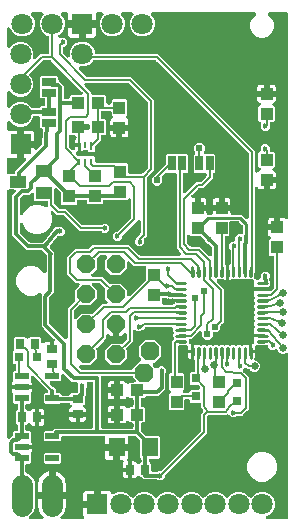
<source format=gbr>
G04 EAGLE Gerber RS-274X export*
G75*
%MOMM*%
%FSLAX34Y34*%
%LPD*%
%INTop Copper*%
%IPPOS*%
%AMOC8*
5,1,8,0,0,1.08239X$1,22.5*%
G01*
%ADD10R,1.000000X1.100000*%
%ADD11R,1.100000X1.000000*%
%ADD12R,0.700000X0.900000*%
%ADD13R,1.400000X1.600000*%
%ADD14R,0.900000X0.700000*%
%ADD15R,0.800000X0.800000*%
%ADD16C,1.800000*%
%ADD17R,1.400000X1.000000*%
%ADD18R,1.800000X1.800000*%
%ADD19C,1.800000*%
%ADD20R,1.200000X0.550000*%
%ADD21C,0.254000*%
%ADD22C,0.255000*%
%ADD23P,1.732040X8X22.500000*%
%ADD24R,1.270000X0.635000*%
%ADD25C,0.635000*%
%ADD26P,1.649562X8X292.500000*%
%ADD27R,0.250000X0.600000*%
%ADD28R,0.250000X0.750000*%
%ADD29R,0.635000X1.270000*%
%ADD30C,0.454000*%
%ADD31C,0.604000*%
%ADD32C,0.203200*%
%ADD33C,0.152400*%
%ADD34C,0.304800*%

G36*
X32101Y2512D02*
X32101Y2512D01*
X32201Y2514D01*
X32273Y2532D01*
X32347Y2541D01*
X32441Y2574D01*
X32539Y2599D01*
X32605Y2633D01*
X32675Y2658D01*
X32759Y2713D01*
X32849Y2759D01*
X32905Y2807D01*
X32968Y2847D01*
X33038Y2919D01*
X33114Y2984D01*
X33158Y3044D01*
X33210Y3098D01*
X33262Y3184D01*
X33321Y3265D01*
X33351Y3333D01*
X33389Y3397D01*
X33420Y3493D01*
X33459Y3585D01*
X33472Y3658D01*
X33495Y3729D01*
X33503Y3829D01*
X33521Y3928D01*
X33517Y4002D01*
X33523Y4076D01*
X33508Y4176D01*
X33503Y4276D01*
X33482Y4347D01*
X33471Y4421D01*
X33434Y4514D01*
X33407Y4611D01*
X33370Y4676D01*
X33343Y4745D01*
X33285Y4827D01*
X33236Y4915D01*
X33171Y4991D01*
X33144Y5031D01*
X33117Y5055D01*
X33078Y5101D01*
X31837Y6342D01*
X30769Y7811D01*
X29945Y9430D01*
X29383Y11157D01*
X29099Y12952D01*
X29099Y19861D01*
X39164Y19861D01*
X39190Y19864D01*
X39216Y19862D01*
X39363Y19884D01*
X39510Y19901D01*
X39535Y19909D01*
X39561Y19913D01*
X39698Y19968D01*
X39838Y20018D01*
X39860Y20032D01*
X39885Y20042D01*
X40006Y20126D01*
X40131Y20207D01*
X40149Y20226D01*
X40171Y20241D01*
X40270Y20351D01*
X40373Y20458D01*
X40387Y20480D01*
X40404Y20500D01*
X40476Y20630D01*
X40552Y20757D01*
X40560Y20782D01*
X40573Y20805D01*
X40613Y20948D01*
X40638Y21024D01*
X40642Y21013D01*
X40646Y20987D01*
X40700Y20849D01*
X40750Y20710D01*
X40765Y20688D01*
X40774Y20663D01*
X40859Y20542D01*
X40939Y20417D01*
X40958Y20399D01*
X40973Y20377D01*
X41083Y20278D01*
X41190Y20175D01*
X41213Y20161D01*
X41232Y20144D01*
X41362Y20072D01*
X41489Y19996D01*
X41514Y19988D01*
X41537Y19975D01*
X41680Y19935D01*
X41821Y19890D01*
X41847Y19887D01*
X41872Y19880D01*
X42116Y19861D01*
X52181Y19861D01*
X52181Y12952D01*
X51897Y11157D01*
X51335Y9430D01*
X50511Y7811D01*
X49443Y6342D01*
X48202Y5101D01*
X48140Y5022D01*
X48070Y4950D01*
X48032Y4886D01*
X47986Y4828D01*
X47943Y4737D01*
X47891Y4651D01*
X47868Y4580D01*
X47837Y4513D01*
X47816Y4415D01*
X47785Y4319D01*
X47779Y4245D01*
X47763Y4172D01*
X47765Y4072D01*
X47757Y3972D01*
X47768Y3898D01*
X47769Y3824D01*
X47794Y3727D01*
X47809Y3627D01*
X47836Y3558D01*
X47854Y3486D01*
X47900Y3397D01*
X47937Y3303D01*
X47980Y3242D01*
X48014Y3176D01*
X48079Y3100D01*
X48136Y3017D01*
X48191Y2967D01*
X48240Y2911D01*
X48321Y2851D01*
X48395Y2784D01*
X48460Y2748D01*
X48520Y2703D01*
X48612Y2664D01*
X48700Y2615D01*
X48772Y2595D01*
X48840Y2565D01*
X48939Y2548D01*
X49035Y2520D01*
X49135Y2512D01*
X49183Y2504D01*
X49219Y2506D01*
X49279Y2501D01*
X66327Y2501D01*
X66402Y2509D01*
X66478Y2508D01*
X66575Y2529D01*
X66673Y2541D01*
X66744Y2566D01*
X66818Y2582D01*
X66908Y2625D01*
X67001Y2658D01*
X67065Y2699D01*
X67133Y2732D01*
X67211Y2793D01*
X67294Y2847D01*
X67347Y2902D01*
X67406Y2949D01*
X67467Y3026D01*
X67536Y3098D01*
X67575Y3163D01*
X67622Y3222D01*
X67664Y3312D01*
X67715Y3397D01*
X67738Y3469D01*
X67770Y3538D01*
X67791Y3634D01*
X67821Y3729D01*
X67827Y3804D01*
X67843Y3878D01*
X67841Y3978D01*
X67849Y4076D01*
X67838Y4151D01*
X67836Y4227D01*
X67812Y4323D01*
X67797Y4421D01*
X67769Y4491D01*
X67751Y4565D01*
X67686Y4701D01*
X67669Y4745D01*
X67658Y4760D01*
X67646Y4786D01*
X67372Y5259D01*
X67199Y5905D01*
X67199Y12241D01*
X77264Y12241D01*
X77290Y12244D01*
X77316Y12242D01*
X77463Y12264D01*
X77610Y12281D01*
X77635Y12289D01*
X77661Y12293D01*
X77798Y12348D01*
X77938Y12398D01*
X77960Y12412D01*
X77985Y12422D01*
X78106Y12506D01*
X78231Y12587D01*
X78249Y12606D01*
X78271Y12621D01*
X78370Y12731D01*
X78473Y12838D01*
X78487Y12860D01*
X78504Y12880D01*
X78576Y13010D01*
X78652Y13137D01*
X78660Y13162D01*
X78673Y13185D01*
X78713Y13328D01*
X78758Y13469D01*
X78760Y13495D01*
X78767Y13520D01*
X78787Y13764D01*
X78787Y15193D01*
X80216Y15193D01*
X80242Y15196D01*
X80268Y15194D01*
X80415Y15216D01*
X80562Y15233D01*
X80587Y15242D01*
X80613Y15246D01*
X80751Y15300D01*
X80890Y15350D01*
X80912Y15365D01*
X80937Y15374D01*
X81058Y15459D01*
X81183Y15539D01*
X81201Y15558D01*
X81223Y15573D01*
X81322Y15683D01*
X81425Y15790D01*
X81439Y15813D01*
X81456Y15832D01*
X81528Y15962D01*
X81604Y16089D01*
X81612Y16114D01*
X81625Y16137D01*
X81665Y16280D01*
X81710Y16421D01*
X81712Y16447D01*
X81720Y16472D01*
X81739Y16716D01*
X81739Y26781D01*
X88075Y26781D01*
X88721Y26608D01*
X89300Y26273D01*
X89773Y25800D01*
X90108Y25221D01*
X90213Y24828D01*
X90240Y24758D01*
X90259Y24684D01*
X90304Y24596D01*
X90341Y24504D01*
X90384Y24442D01*
X90419Y24375D01*
X90483Y24299D01*
X90539Y24218D01*
X90595Y24167D01*
X90644Y24109D01*
X90724Y24050D01*
X90798Y23984D01*
X90864Y23947D01*
X90925Y23902D01*
X91016Y23863D01*
X91102Y23815D01*
X91175Y23794D01*
X91245Y23764D01*
X91342Y23746D01*
X91438Y23719D01*
X91513Y23716D01*
X91588Y23702D01*
X91687Y23707D01*
X91786Y23703D01*
X91860Y23716D01*
X91936Y23720D01*
X92031Y23748D01*
X92128Y23765D01*
X92198Y23796D01*
X92271Y23817D01*
X92357Y23865D01*
X92448Y23905D01*
X92509Y23950D01*
X92575Y23987D01*
X92690Y24085D01*
X92728Y24113D01*
X92740Y24127D01*
X92761Y24145D01*
X92778Y24162D01*
X96646Y25765D01*
X100833Y25765D01*
X104702Y24162D01*
X107663Y21201D01*
X107683Y21185D01*
X107700Y21165D01*
X107796Y21094D01*
X107831Y21063D01*
X107852Y21051D01*
X107936Y20985D01*
X107960Y20973D01*
X107981Y20958D01*
X108117Y20899D01*
X108251Y20836D01*
X108277Y20830D01*
X108301Y20820D01*
X108447Y20794D01*
X108592Y20762D01*
X108618Y20763D01*
X108644Y20758D01*
X108792Y20766D01*
X108940Y20768D01*
X108966Y20775D01*
X108992Y20776D01*
X109134Y20817D01*
X109278Y20853D01*
X109301Y20865D01*
X109327Y20873D01*
X109456Y20945D01*
X109588Y21013D01*
X109608Y21030D01*
X109631Y21043D01*
X109720Y21118D01*
X109732Y21126D01*
X109745Y21140D01*
X109817Y21201D01*
X112778Y24162D01*
X116646Y25765D01*
X120833Y25765D01*
X124702Y24162D01*
X127663Y21201D01*
X127683Y21185D01*
X127700Y21165D01*
X127796Y21094D01*
X127831Y21063D01*
X127852Y21051D01*
X127936Y20985D01*
X127960Y20973D01*
X127981Y20958D01*
X128117Y20899D01*
X128251Y20836D01*
X128277Y20830D01*
X128301Y20820D01*
X128447Y20794D01*
X128592Y20762D01*
X128618Y20763D01*
X128644Y20758D01*
X128792Y20766D01*
X128940Y20768D01*
X128966Y20775D01*
X128992Y20776D01*
X129134Y20817D01*
X129278Y20853D01*
X129301Y20865D01*
X129327Y20873D01*
X129456Y20945D01*
X129588Y21013D01*
X129608Y21030D01*
X129631Y21043D01*
X129719Y21118D01*
X129732Y21126D01*
X129745Y21140D01*
X129817Y21201D01*
X132778Y24162D01*
X136646Y25765D01*
X140833Y25765D01*
X144702Y24162D01*
X147663Y21201D01*
X147683Y21185D01*
X147700Y21165D01*
X147796Y21094D01*
X147831Y21063D01*
X147852Y21051D01*
X147936Y20985D01*
X147960Y20973D01*
X147981Y20958D01*
X148117Y20899D01*
X148251Y20836D01*
X148277Y20830D01*
X148301Y20820D01*
X148447Y20794D01*
X148592Y20762D01*
X148618Y20763D01*
X148644Y20758D01*
X148792Y20766D01*
X148940Y20768D01*
X148966Y20775D01*
X148992Y20776D01*
X149134Y20817D01*
X149278Y20853D01*
X149301Y20865D01*
X149327Y20873D01*
X149456Y20945D01*
X149588Y21013D01*
X149608Y21030D01*
X149631Y21043D01*
X149719Y21118D01*
X149732Y21126D01*
X149745Y21140D01*
X149817Y21201D01*
X152778Y24162D01*
X156646Y25765D01*
X160833Y25765D01*
X164702Y24162D01*
X167663Y21201D01*
X167683Y21185D01*
X167700Y21165D01*
X167796Y21094D01*
X167831Y21063D01*
X167852Y21051D01*
X167936Y20985D01*
X167960Y20973D01*
X167981Y20958D01*
X168117Y20899D01*
X168251Y20836D01*
X168277Y20830D01*
X168301Y20820D01*
X168447Y20794D01*
X168592Y20762D01*
X168618Y20763D01*
X168644Y20758D01*
X168792Y20766D01*
X168940Y20768D01*
X168966Y20775D01*
X168992Y20776D01*
X169134Y20817D01*
X169278Y20853D01*
X169301Y20865D01*
X169327Y20873D01*
X169456Y20945D01*
X169588Y21013D01*
X169608Y21030D01*
X169631Y21043D01*
X169719Y21118D01*
X169732Y21126D01*
X169745Y21140D01*
X169817Y21201D01*
X172778Y24162D01*
X176646Y25765D01*
X180833Y25765D01*
X184702Y24162D01*
X187663Y21201D01*
X187683Y21185D01*
X187700Y21165D01*
X187796Y21094D01*
X187831Y21063D01*
X187852Y21051D01*
X187936Y20985D01*
X187960Y20973D01*
X187981Y20958D01*
X188117Y20899D01*
X188251Y20836D01*
X188277Y20830D01*
X188301Y20820D01*
X188447Y20794D01*
X188592Y20762D01*
X188618Y20763D01*
X188644Y20758D01*
X188792Y20766D01*
X188940Y20768D01*
X188966Y20775D01*
X188992Y20776D01*
X189134Y20817D01*
X189278Y20853D01*
X189301Y20865D01*
X189327Y20873D01*
X189456Y20945D01*
X189588Y21013D01*
X189608Y21030D01*
X189631Y21043D01*
X189719Y21118D01*
X189732Y21126D01*
X189745Y21140D01*
X189817Y21201D01*
X192778Y24162D01*
X196646Y25765D01*
X200833Y25765D01*
X204702Y24162D01*
X207663Y21201D01*
X207683Y21185D01*
X207700Y21165D01*
X207796Y21094D01*
X207831Y21063D01*
X207852Y21051D01*
X207936Y20985D01*
X207960Y20973D01*
X207981Y20958D01*
X208117Y20899D01*
X208251Y20836D01*
X208277Y20830D01*
X208301Y20820D01*
X208447Y20794D01*
X208592Y20762D01*
X208618Y20763D01*
X208644Y20758D01*
X208792Y20766D01*
X208940Y20768D01*
X208966Y20775D01*
X208992Y20776D01*
X209134Y20817D01*
X209278Y20853D01*
X209301Y20865D01*
X209327Y20873D01*
X209456Y20945D01*
X209588Y21013D01*
X209608Y21030D01*
X209631Y21043D01*
X209719Y21118D01*
X209732Y21126D01*
X209745Y21140D01*
X209817Y21201D01*
X212778Y24162D01*
X216646Y25765D01*
X220833Y25765D01*
X224702Y24162D01*
X227662Y21202D01*
X229265Y17333D01*
X229265Y13146D01*
X227662Y9278D01*
X224702Y6318D01*
X222562Y5431D01*
X222518Y5407D01*
X222471Y5390D01*
X222366Y5322D01*
X222257Y5262D01*
X222220Y5228D01*
X222178Y5201D01*
X222091Y5111D01*
X221999Y5028D01*
X221971Y4987D01*
X221936Y4950D01*
X221872Y4843D01*
X221801Y4741D01*
X221783Y4694D01*
X221757Y4651D01*
X221719Y4533D01*
X221673Y4417D01*
X221666Y4367D01*
X221651Y4319D01*
X221641Y4195D01*
X221623Y4072D01*
X221627Y4022D01*
X221623Y3972D01*
X221641Y3849D01*
X221651Y3725D01*
X221667Y3677D01*
X221674Y3627D01*
X221720Y3511D01*
X221759Y3393D01*
X221784Y3350D01*
X221803Y3303D01*
X221874Y3201D01*
X221938Y3095D01*
X221973Y3058D01*
X222002Y3017D01*
X222094Y2934D01*
X222181Y2845D01*
X222223Y2817D01*
X222261Y2784D01*
X222370Y2724D01*
X222474Y2656D01*
X222522Y2639D01*
X222566Y2615D01*
X222686Y2581D01*
X222803Y2540D01*
X222853Y2534D01*
X222901Y2520D01*
X223145Y2501D01*
X239056Y2501D01*
X239082Y2504D01*
X239108Y2502D01*
X239255Y2524D01*
X239402Y2541D01*
X239427Y2549D01*
X239453Y2553D01*
X239591Y2608D01*
X239730Y2658D01*
X239752Y2672D01*
X239777Y2682D01*
X239898Y2767D01*
X240023Y2847D01*
X240041Y2866D01*
X240063Y2881D01*
X240162Y2991D01*
X240265Y3098D01*
X240279Y3120D01*
X240296Y3140D01*
X240368Y3270D01*
X240444Y3397D01*
X240452Y3422D01*
X240465Y3445D01*
X240505Y3588D01*
X240550Y3729D01*
X240552Y3755D01*
X240560Y3780D01*
X240579Y4024D01*
X240579Y141759D01*
X240562Y141908D01*
X240550Y142058D01*
X240542Y142081D01*
X240539Y142105D01*
X240489Y142247D01*
X240443Y142390D01*
X240430Y142411D01*
X240422Y142433D01*
X240340Y142560D01*
X240263Y142688D01*
X240246Y142706D01*
X240233Y142726D01*
X240124Y142831D01*
X240020Y142938D01*
X240000Y142951D01*
X239982Y142968D01*
X239853Y143046D01*
X239727Y143127D01*
X239704Y143135D01*
X239683Y143147D01*
X239540Y143193D01*
X239398Y143243D01*
X239374Y143246D01*
X239351Y143253D01*
X239202Y143265D01*
X239052Y143282D01*
X239028Y143279D01*
X239004Y143281D01*
X238855Y143259D01*
X238706Y143241D01*
X238678Y143233D01*
X238659Y143230D01*
X238615Y143212D01*
X238473Y143166D01*
X237155Y142620D01*
X235285Y142620D01*
X233558Y143336D01*
X232236Y144658D01*
X231719Y145904D01*
X231646Y146036D01*
X231578Y146169D01*
X231562Y146188D01*
X231550Y146209D01*
X231449Y146320D01*
X231352Y146435D01*
X231332Y146449D01*
X231316Y146467D01*
X231192Y146553D01*
X231071Y146642D01*
X231049Y146651D01*
X231029Y146665D01*
X230890Y146720D01*
X230751Y146780D01*
X230728Y146784D01*
X230705Y146793D01*
X230557Y146815D01*
X230408Y146842D01*
X230384Y146840D01*
X230360Y146844D01*
X230210Y146831D01*
X230060Y146824D01*
X230037Y146817D01*
X230013Y146815D01*
X229870Y146769D01*
X229725Y146727D01*
X229704Y146715D01*
X229681Y146708D01*
X229552Y146630D01*
X229421Y146557D01*
X229399Y146538D01*
X229383Y146528D01*
X229349Y146495D01*
X229235Y146398D01*
X228902Y146065D01*
X225758Y146065D01*
X223535Y148288D01*
X223535Y148602D01*
X223532Y148628D01*
X223534Y148654D01*
X223512Y148801D01*
X223495Y148948D01*
X223487Y148973D01*
X223483Y148999D01*
X223428Y149137D01*
X223378Y149276D01*
X223364Y149298D01*
X223354Y149323D01*
X223269Y149444D01*
X223189Y149569D01*
X223170Y149587D01*
X223155Y149609D01*
X223045Y149708D01*
X222938Y149811D01*
X222916Y149825D01*
X222896Y149842D01*
X222766Y149914D01*
X222639Y149990D01*
X222614Y149998D01*
X222591Y150011D01*
X222448Y150051D01*
X222307Y150096D01*
X222281Y150098D01*
X222256Y150106D01*
X222012Y150125D01*
X214166Y150125D01*
X214115Y150119D01*
X214064Y150122D01*
X213943Y150100D01*
X213820Y150085D01*
X213772Y150068D01*
X213721Y150059D01*
X213608Y150010D01*
X213492Y149968D01*
X213449Y149940D01*
X213402Y149920D01*
X213303Y149846D01*
X213199Y149779D01*
X213163Y149742D01*
X213122Y149712D01*
X213043Y149617D01*
X212957Y149528D01*
X212930Y149484D01*
X212897Y149445D01*
X212841Y149335D01*
X212778Y149229D01*
X212762Y149181D01*
X212739Y149135D01*
X212709Y149015D01*
X212672Y148897D01*
X212667Y148846D01*
X212655Y148797D01*
X212653Y148673D01*
X212644Y148550D01*
X212651Y148499D01*
X212650Y148448D01*
X212695Y148208D01*
X212841Y147662D01*
X212841Y145958D01*
X210323Y145958D01*
X210323Y150792D01*
X210417Y150778D01*
X210468Y150783D01*
X210519Y150779D01*
X210642Y150797D01*
X210765Y150807D01*
X210813Y150823D01*
X210864Y150830D01*
X210979Y150876D01*
X211097Y150914D01*
X211140Y150940D01*
X211188Y150959D01*
X211289Y151030D01*
X211395Y151093D01*
X211432Y151129D01*
X211474Y151158D01*
X211557Y151250D01*
X211646Y151336D01*
X211673Y151379D01*
X211707Y151417D01*
X211767Y151525D01*
X211834Y151629D01*
X211851Y151677D01*
X211876Y151722D01*
X211909Y151841D01*
X211951Y151957D01*
X211957Y152008D01*
X211971Y152057D01*
X211990Y152301D01*
X211990Y154665D01*
X211979Y154766D01*
X211977Y154867D01*
X211959Y154938D01*
X211950Y155011D01*
X211916Y155107D01*
X211891Y155205D01*
X211849Y155294D01*
X211833Y155339D01*
X211813Y155370D01*
X211786Y155426D01*
X211234Y156382D01*
X211188Y156557D01*
X217515Y156557D01*
X217541Y156560D01*
X217567Y156557D01*
X217714Y156579D01*
X217861Y156596D01*
X217885Y156605D01*
X217911Y156609D01*
X218049Y156664D01*
X218189Y156714D01*
X218211Y156728D01*
X218235Y156738D01*
X218357Y156822D01*
X218482Y156903D01*
X218500Y156922D01*
X218522Y156937D01*
X218621Y157047D01*
X218724Y157154D01*
X218737Y157176D01*
X218755Y157196D01*
X218827Y157325D01*
X218903Y157453D01*
X218911Y157478D01*
X218923Y157501D01*
X218964Y157643D01*
X219009Y157785D01*
X219011Y157811D01*
X219018Y157836D01*
X219038Y158080D01*
X219035Y158106D01*
X219037Y158132D01*
X219015Y158279D01*
X218998Y158426D01*
X218989Y158451D01*
X218985Y158477D01*
X218931Y158615D01*
X218881Y158754D01*
X218866Y158777D01*
X218857Y158801D01*
X218772Y158922D01*
X218691Y159047D01*
X218673Y159066D01*
X218658Y159087D01*
X218548Y159186D01*
X218441Y159289D01*
X218418Y159303D01*
X218399Y159320D01*
X218269Y159392D01*
X218142Y159468D01*
X218117Y159476D01*
X218094Y159489D01*
X217951Y159529D01*
X217810Y159574D01*
X217784Y159577D01*
X217758Y159584D01*
X217515Y159603D01*
X211188Y159603D01*
X211234Y159778D01*
X211786Y160734D01*
X211827Y160827D01*
X211876Y160916D01*
X211896Y160987D01*
X211925Y161053D01*
X211943Y161153D01*
X211971Y161252D01*
X211978Y161349D01*
X211987Y161396D01*
X211985Y161433D01*
X211990Y161495D01*
X211990Y164395D01*
X211993Y164398D01*
X212010Y164418D01*
X212030Y164435D01*
X212118Y164555D01*
X212210Y164671D01*
X212221Y164694D01*
X212237Y164716D01*
X212296Y164852D01*
X212359Y164986D01*
X212365Y165012D01*
X212375Y165036D01*
X212401Y165182D01*
X212432Y165327D01*
X212432Y165353D01*
X212437Y165379D01*
X212429Y165527D01*
X212426Y165675D01*
X212420Y165701D01*
X212419Y165727D01*
X212378Y165869D01*
X212341Y166013D01*
X212329Y166036D01*
X212322Y166062D01*
X212258Y166177D01*
X212245Y166209D01*
X212228Y166234D01*
X212182Y166323D01*
X212165Y166343D01*
X212152Y166366D01*
X212064Y166469D01*
X212046Y166495D01*
X212028Y166511D01*
X211993Y166552D01*
X211990Y166555D01*
X211990Y169325D01*
X211993Y169328D01*
X212010Y169348D01*
X212030Y169365D01*
X212118Y169485D01*
X212210Y169601D01*
X212221Y169624D01*
X212237Y169646D01*
X212296Y169782D01*
X212359Y169916D01*
X212365Y169942D01*
X212375Y169966D01*
X212401Y170112D01*
X212432Y170257D01*
X212432Y170283D01*
X212437Y170309D01*
X212429Y170457D01*
X212426Y170605D01*
X212420Y170631D01*
X212419Y170657D01*
X212378Y170799D01*
X212341Y170943D01*
X212329Y170966D01*
X212322Y170992D01*
X212250Y171121D01*
X212182Y171253D01*
X212165Y171273D01*
X212152Y171296D01*
X211993Y171482D01*
X211990Y171485D01*
X211990Y174255D01*
X211993Y174258D01*
X212010Y174278D01*
X212030Y174295D01*
X212118Y174415D01*
X212210Y174531D01*
X212221Y174554D01*
X212237Y174576D01*
X212296Y174712D01*
X212359Y174846D01*
X212365Y174872D01*
X212375Y174896D01*
X212401Y175042D01*
X212432Y175187D01*
X212432Y175213D01*
X212437Y175239D01*
X212429Y175387D01*
X212426Y175535D01*
X212420Y175561D01*
X212419Y175587D01*
X212378Y175729D01*
X212341Y175873D01*
X212329Y175896D01*
X212322Y175922D01*
X212250Y176051D01*
X212182Y176183D01*
X212165Y176203D01*
X212152Y176226D01*
X211993Y176412D01*
X211990Y176415D01*
X211990Y179185D01*
X211993Y179188D01*
X212010Y179208D01*
X212030Y179225D01*
X212118Y179345D01*
X212210Y179461D01*
X212221Y179484D01*
X212237Y179506D01*
X212296Y179642D01*
X212359Y179776D01*
X212365Y179802D01*
X212375Y179826D01*
X212401Y179972D01*
X212432Y180117D01*
X212432Y180143D01*
X212437Y180169D01*
X212429Y180317D01*
X212426Y180465D01*
X212420Y180491D01*
X212419Y180517D01*
X212378Y180659D01*
X212341Y180803D01*
X212329Y180826D01*
X212322Y180852D01*
X212250Y180981D01*
X212182Y181113D01*
X212165Y181133D01*
X212152Y181156D01*
X211993Y181342D01*
X211990Y181345D01*
X211990Y184115D01*
X211993Y184118D01*
X212010Y184138D01*
X212030Y184155D01*
X212118Y184275D01*
X212210Y184391D01*
X212221Y184414D01*
X212237Y184436D01*
X212296Y184572D01*
X212359Y184706D01*
X212365Y184732D01*
X212375Y184756D01*
X212401Y184902D01*
X212432Y185047D01*
X212432Y185073D01*
X212437Y185099D01*
X212429Y185247D01*
X212426Y185395D01*
X212420Y185421D01*
X212419Y185447D01*
X212378Y185589D01*
X212341Y185733D01*
X212329Y185756D01*
X212322Y185782D01*
X212250Y185911D01*
X212182Y186043D01*
X212165Y186063D01*
X212152Y186086D01*
X211993Y186272D01*
X211990Y186275D01*
X211990Y189045D01*
X211993Y189048D01*
X212010Y189068D01*
X212030Y189085D01*
X212118Y189205D01*
X212210Y189321D01*
X212221Y189344D01*
X212237Y189366D01*
X212295Y189501D01*
X212359Y189636D01*
X212365Y189662D01*
X212375Y189686D01*
X212401Y189832D01*
X212432Y189977D01*
X212432Y190003D01*
X212437Y190029D01*
X212429Y190177D01*
X212426Y190325D01*
X212420Y190351D01*
X212419Y190377D01*
X212378Y190519D01*
X212341Y190663D01*
X212329Y190686D01*
X212322Y190712D01*
X212250Y190841D01*
X212182Y190973D01*
X212165Y190993D01*
X212152Y191016D01*
X211993Y191202D01*
X211990Y191205D01*
X211990Y194105D01*
X211979Y194206D01*
X211977Y194307D01*
X211959Y194378D01*
X211950Y194451D01*
X211916Y194547D01*
X211891Y194645D01*
X211849Y194734D01*
X211833Y194779D01*
X211813Y194810D01*
X211786Y194866D01*
X211234Y195822D01*
X211188Y195997D01*
X217515Y195997D01*
X225360Y195997D01*
X225384Y195995D01*
X225483Y195977D01*
X225557Y195981D01*
X225631Y195975D01*
X225730Y195990D01*
X225831Y195995D01*
X225902Y196015D01*
X225976Y196026D01*
X226069Y196063D01*
X226166Y196091D01*
X226231Y196128D01*
X226300Y196155D01*
X226382Y196212D01*
X226470Y196261D01*
X226546Y196327D01*
X226586Y196354D01*
X226610Y196380D01*
X226656Y196420D01*
X228407Y198171D01*
X228486Y198270D01*
X228570Y198364D01*
X228594Y198406D01*
X228624Y198444D01*
X228678Y198558D01*
X228739Y198669D01*
X228752Y198716D01*
X228773Y198759D01*
X228799Y198882D01*
X228834Y199004D01*
X228839Y199065D01*
X228846Y199100D01*
X228845Y199148D01*
X228853Y199248D01*
X228853Y224252D01*
X228850Y224278D01*
X228852Y224304D01*
X228830Y224451D01*
X228813Y224598D01*
X228805Y224623D01*
X228801Y224649D01*
X228746Y224787D01*
X228696Y224926D01*
X228682Y224948D01*
X228672Y224973D01*
X228587Y225094D01*
X228507Y225219D01*
X228488Y225237D01*
X228473Y225259D01*
X228363Y225358D01*
X228256Y225461D01*
X228234Y225475D01*
X228214Y225492D01*
X228084Y225564D01*
X227957Y225640D01*
X227932Y225648D01*
X227909Y225661D01*
X227766Y225701D01*
X227625Y225746D01*
X227599Y225748D01*
X227574Y225756D01*
X227330Y225775D01*
X225508Y225775D01*
X224615Y226668D01*
X224615Y238932D01*
X225313Y239629D01*
X225345Y239670D01*
X225383Y239704D01*
X225453Y239805D01*
X225530Y239902D01*
X225552Y239949D01*
X225581Y239991D01*
X225626Y240106D01*
X225679Y240218D01*
X225689Y240267D01*
X225708Y240315D01*
X225726Y240437D01*
X225752Y240558D01*
X225751Y240609D01*
X225759Y240660D01*
X225748Y240783D01*
X225746Y240907D01*
X225734Y240956D01*
X225729Y241007D01*
X225691Y241125D01*
X225661Y241245D01*
X225638Y241290D01*
X225622Y241339D01*
X225558Y241445D01*
X225501Y241554D01*
X225468Y241593D01*
X225442Y241637D01*
X225356Y241726D01*
X225276Y241820D01*
X225235Y241850D01*
X225199Y241887D01*
X224998Y242026D01*
X224580Y242267D01*
X224107Y242740D01*
X223772Y243319D01*
X223599Y243965D01*
X223599Y247301D01*
X230164Y247301D01*
X230190Y247304D01*
X230216Y247302D01*
X230363Y247324D01*
X230510Y247341D01*
X230535Y247349D01*
X230561Y247353D01*
X230698Y247408D01*
X230838Y247458D01*
X230860Y247472D01*
X230885Y247482D01*
X231006Y247567D01*
X231131Y247647D01*
X231149Y247666D01*
X231171Y247681D01*
X231270Y247791D01*
X231373Y247898D01*
X231387Y247920D01*
X231404Y247940D01*
X231476Y248070D01*
X231552Y248197D01*
X231560Y248222D01*
X231573Y248245D01*
X231613Y248388D01*
X231658Y248529D01*
X231660Y248555D01*
X231667Y248580D01*
X231687Y248824D01*
X231687Y249253D01*
X232116Y249253D01*
X232142Y249256D01*
X232168Y249254D01*
X232315Y249276D01*
X232462Y249293D01*
X232487Y249302D01*
X232513Y249306D01*
X232651Y249360D01*
X232790Y249410D01*
X232812Y249425D01*
X232837Y249434D01*
X232958Y249519D01*
X233083Y249599D01*
X233101Y249618D01*
X233123Y249633D01*
X233222Y249743D01*
X233325Y249850D01*
X233339Y249873D01*
X233356Y249892D01*
X233428Y250022D01*
X233504Y250149D01*
X233512Y250174D01*
X233525Y250197D01*
X233565Y250340D01*
X233610Y250481D01*
X233612Y250507D01*
X233620Y250532D01*
X233639Y250776D01*
X233639Y257841D01*
X236475Y257841D01*
X237121Y257668D01*
X237700Y257333D01*
X237979Y257054D01*
X238057Y256992D01*
X238130Y256922D01*
X238194Y256884D01*
X238252Y256838D01*
X238343Y256795D01*
X238429Y256743D01*
X238500Y256720D01*
X238567Y256689D01*
X238665Y256668D01*
X238761Y256637D01*
X238835Y256631D01*
X238908Y256615D01*
X239008Y256617D01*
X239108Y256609D01*
X239182Y256620D01*
X239256Y256621D01*
X239354Y256646D01*
X239453Y256661D01*
X239522Y256688D01*
X239594Y256706D01*
X239683Y256752D01*
X239777Y256789D01*
X239838Y256832D01*
X239904Y256866D01*
X239980Y256931D01*
X240063Y256988D01*
X240113Y257043D01*
X240169Y257092D01*
X240229Y257173D01*
X240296Y257247D01*
X240332Y257312D01*
X240377Y257372D01*
X240416Y257464D01*
X240465Y257552D01*
X240485Y257624D01*
X240515Y257692D01*
X240532Y257791D01*
X240560Y257888D01*
X240568Y257988D01*
X240576Y258035D01*
X240574Y258071D01*
X240579Y258131D01*
X240579Y430216D01*
X240576Y430242D01*
X240578Y430268D01*
X240556Y430415D01*
X240539Y430562D01*
X240531Y430587D01*
X240527Y430613D01*
X240472Y430751D01*
X240422Y430890D01*
X240408Y430912D01*
X240398Y430937D01*
X240313Y431058D01*
X240233Y431183D01*
X240214Y431201D01*
X240199Y431223D01*
X240089Y431322D01*
X239982Y431425D01*
X239960Y431439D01*
X239940Y431456D01*
X239810Y431528D01*
X239683Y431604D01*
X239658Y431612D01*
X239635Y431625D01*
X239492Y431665D01*
X239351Y431710D01*
X239325Y431712D01*
X239300Y431720D01*
X239056Y431739D01*
X224783Y431739D01*
X224733Y431733D01*
X224683Y431736D01*
X224560Y431714D01*
X224437Y431699D01*
X224389Y431682D01*
X224340Y431673D01*
X224226Y431624D01*
X224109Y431582D01*
X224066Y431555D01*
X224020Y431534D01*
X223920Y431460D01*
X223816Y431393D01*
X223781Y431357D01*
X223740Y431326D01*
X223660Y431232D01*
X223574Y431142D01*
X223548Y431099D01*
X223515Y431060D01*
X223459Y430950D01*
X223395Y430843D01*
X223380Y430795D01*
X223357Y430750D01*
X223327Y430630D01*
X223289Y430511D01*
X223285Y430461D01*
X223273Y430412D01*
X223271Y430288D01*
X223261Y430164D01*
X223268Y430114D01*
X223268Y430063D01*
X223294Y429942D01*
X223313Y429819D01*
X223331Y429772D01*
X223342Y429723D01*
X223395Y429611D01*
X223441Y429495D01*
X223470Y429454D01*
X223492Y429408D01*
X223569Y429311D01*
X223640Y429209D01*
X223678Y429175D01*
X223709Y429136D01*
X223807Y429059D01*
X223899Y428976D01*
X223943Y428951D01*
X223983Y428920D01*
X224086Y428867D01*
X226918Y426035D01*
X228441Y422359D01*
X228441Y418381D01*
X226918Y414705D01*
X224105Y411892D01*
X220429Y410369D01*
X216451Y410369D01*
X212775Y411892D01*
X209962Y414705D01*
X208439Y418381D01*
X208439Y422359D01*
X209962Y426035D01*
X212788Y428861D01*
X212876Y428918D01*
X212984Y428978D01*
X213021Y429012D01*
X213064Y429039D01*
X213150Y429129D01*
X213242Y429212D01*
X213271Y429253D01*
X213306Y429290D01*
X213370Y429397D01*
X213441Y429499D01*
X213459Y429546D01*
X213485Y429589D01*
X213523Y429707D01*
X213568Y429823D01*
X213576Y429873D01*
X213591Y429921D01*
X213601Y430045D01*
X213619Y430168D01*
X213615Y430218D01*
X213619Y430268D01*
X213601Y430391D01*
X213590Y430515D01*
X213575Y430563D01*
X213567Y430613D01*
X213521Y430729D01*
X213483Y430847D01*
X213457Y430890D01*
X213439Y430937D01*
X213368Y431039D01*
X213304Y431145D01*
X213269Y431182D01*
X213240Y431223D01*
X213148Y431306D01*
X213061Y431395D01*
X213019Y431423D01*
X212981Y431456D01*
X212872Y431517D01*
X212768Y431584D01*
X212720Y431600D01*
X212676Y431625D01*
X212556Y431659D01*
X212439Y431700D01*
X212389Y431706D01*
X212341Y431720D01*
X212097Y431739D01*
X125562Y431739D01*
X125463Y431728D01*
X125362Y431726D01*
X125290Y431708D01*
X125216Y431699D01*
X125122Y431666D01*
X125024Y431641D01*
X124958Y431607D01*
X124888Y431582D01*
X124804Y431527D01*
X124714Y431481D01*
X124658Y431433D01*
X124595Y431393D01*
X124525Y431321D01*
X124449Y431256D01*
X124405Y431196D01*
X124353Y431142D01*
X124302Y431056D01*
X124242Y430975D01*
X124212Y430907D01*
X124174Y430843D01*
X124144Y430747D01*
X124104Y430655D01*
X124091Y430582D01*
X124068Y430511D01*
X124060Y430411D01*
X124042Y430312D01*
X124046Y430238D01*
X124040Y430164D01*
X124055Y430064D01*
X124060Y429964D01*
X124081Y429893D01*
X124092Y429819D01*
X124129Y429726D01*
X124157Y429629D01*
X124193Y429564D01*
X124220Y429495D01*
X124278Y429413D01*
X124327Y429325D01*
X124392Y429249D01*
X124419Y429209D01*
X124446Y429185D01*
X124485Y429139D01*
X125762Y427862D01*
X127365Y423993D01*
X127365Y419807D01*
X125762Y415938D01*
X122802Y412978D01*
X118933Y411375D01*
X114747Y411375D01*
X110878Y412978D01*
X107918Y415938D01*
X106315Y419807D01*
X106315Y423993D01*
X107918Y427862D01*
X109195Y429139D01*
X109257Y429218D01*
X109327Y429290D01*
X109365Y429354D01*
X109411Y429412D01*
X109454Y429503D01*
X109506Y429589D01*
X109528Y429660D01*
X109560Y429727D01*
X109581Y429825D01*
X109612Y429921D01*
X109618Y429995D01*
X109634Y430068D01*
X109632Y430168D01*
X109640Y430268D01*
X109629Y430342D01*
X109628Y430416D01*
X109603Y430513D01*
X109588Y430613D01*
X109561Y430682D01*
X109543Y430754D01*
X109497Y430843D01*
X109460Y430937D01*
X109417Y430998D01*
X109383Y431064D01*
X109318Y431140D01*
X109261Y431223D01*
X109205Y431273D01*
X109157Y431329D01*
X109076Y431389D01*
X109002Y431456D01*
X108937Y431492D01*
X108877Y431537D01*
X108785Y431576D01*
X108697Y431625D01*
X108625Y431645D01*
X108557Y431675D01*
X108458Y431692D01*
X108361Y431720D01*
X108261Y431728D01*
X108214Y431736D01*
X108178Y431734D01*
X108118Y431739D01*
X100162Y431739D01*
X100063Y431728D01*
X99962Y431726D01*
X99890Y431708D01*
X99816Y431699D01*
X99722Y431666D01*
X99624Y431641D01*
X99558Y431607D01*
X99488Y431582D01*
X99404Y431527D01*
X99314Y431481D01*
X99258Y431433D01*
X99195Y431393D01*
X99125Y431321D01*
X99049Y431256D01*
X99005Y431196D01*
X98953Y431142D01*
X98902Y431056D01*
X98842Y430975D01*
X98812Y430907D01*
X98774Y430843D01*
X98744Y430747D01*
X98704Y430655D01*
X98691Y430582D01*
X98668Y430511D01*
X98660Y430411D01*
X98642Y430312D01*
X98646Y430238D01*
X98640Y430164D01*
X98655Y430064D01*
X98660Y429964D01*
X98681Y429893D01*
X98692Y429819D01*
X98729Y429726D01*
X98757Y429629D01*
X98793Y429564D01*
X98820Y429495D01*
X98878Y429413D01*
X98927Y429325D01*
X98992Y429249D01*
X99019Y429209D01*
X99046Y429185D01*
X99085Y429139D01*
X100362Y427862D01*
X101965Y423993D01*
X101965Y419807D01*
X100362Y415938D01*
X97402Y412978D01*
X93533Y411375D01*
X89347Y411375D01*
X85478Y412978D01*
X82518Y415938D01*
X80915Y419807D01*
X80915Y423993D01*
X82518Y427862D01*
X83795Y429139D01*
X83857Y429218D01*
X83927Y429290D01*
X83965Y429354D01*
X84011Y429412D01*
X84054Y429503D01*
X84106Y429589D01*
X84128Y429660D01*
X84160Y429727D01*
X84181Y429825D01*
X84212Y429921D01*
X84218Y429995D01*
X84234Y430068D01*
X84232Y430168D01*
X84240Y430268D01*
X84229Y430342D01*
X84228Y430416D01*
X84203Y430513D01*
X84188Y430613D01*
X84161Y430682D01*
X84143Y430754D01*
X84097Y430843D01*
X84060Y430937D01*
X84017Y430998D01*
X83983Y431064D01*
X83918Y431140D01*
X83861Y431223D01*
X83805Y431273D01*
X83757Y431329D01*
X83676Y431389D01*
X83602Y431456D01*
X83537Y431492D01*
X83477Y431537D01*
X83385Y431576D01*
X83297Y431625D01*
X83225Y431645D01*
X83157Y431675D01*
X83058Y431692D01*
X82961Y431720D01*
X82861Y431728D01*
X82814Y431736D01*
X82778Y431734D01*
X82718Y431739D01*
X79104Y431739D01*
X79078Y431736D01*
X79052Y431738D01*
X78905Y431716D01*
X78758Y431699D01*
X78733Y431691D01*
X78707Y431687D01*
X78569Y431632D01*
X78430Y431582D01*
X78408Y431568D01*
X78383Y431558D01*
X78262Y431473D01*
X78137Y431393D01*
X78119Y431374D01*
X78097Y431359D01*
X77998Y431249D01*
X77895Y431142D01*
X77881Y431120D01*
X77864Y431100D01*
X77792Y430970D01*
X77716Y430843D01*
X77708Y430818D01*
X77695Y430795D01*
X77655Y430652D01*
X77610Y430511D01*
X77608Y430485D01*
X77600Y430460D01*
X77581Y430216D01*
X77581Y424899D01*
X67516Y424899D01*
X67490Y424896D01*
X67464Y424898D01*
X67317Y424876D01*
X67170Y424859D01*
X67145Y424851D01*
X67119Y424847D01*
X66982Y424792D01*
X66842Y424742D01*
X66820Y424728D01*
X66795Y424718D01*
X66674Y424633D01*
X66549Y424553D01*
X66531Y424534D01*
X66509Y424519D01*
X66410Y424409D01*
X66307Y424302D01*
X66293Y424280D01*
X66276Y424260D01*
X66204Y424130D01*
X66128Y424003D01*
X66120Y423978D01*
X66107Y423955D01*
X66067Y423812D01*
X66042Y423736D01*
X66038Y423747D01*
X66034Y423773D01*
X65980Y423911D01*
X65930Y424050D01*
X65915Y424072D01*
X65906Y424097D01*
X65821Y424218D01*
X65741Y424343D01*
X65722Y424361D01*
X65707Y424383D01*
X65597Y424482D01*
X65490Y424585D01*
X65467Y424599D01*
X65448Y424616D01*
X65318Y424688D01*
X65191Y424764D01*
X65166Y424772D01*
X65143Y424785D01*
X65000Y424825D01*
X64859Y424870D01*
X64833Y424872D01*
X64808Y424880D01*
X64564Y424899D01*
X54499Y424899D01*
X54499Y430216D01*
X54496Y430242D01*
X54498Y430268D01*
X54476Y430415D01*
X54459Y430562D01*
X54451Y430587D01*
X54447Y430613D01*
X54392Y430751D01*
X54342Y430890D01*
X54328Y430912D01*
X54318Y430937D01*
X54233Y431058D01*
X54153Y431183D01*
X54134Y431201D01*
X54119Y431223D01*
X54009Y431322D01*
X53902Y431425D01*
X53880Y431439D01*
X53860Y431456D01*
X53730Y431528D01*
X53603Y431604D01*
X53578Y431612D01*
X53555Y431625D01*
X53412Y431665D01*
X53271Y431710D01*
X53245Y431712D01*
X53220Y431720D01*
X52976Y431739D01*
X49362Y431739D01*
X49263Y431728D01*
X49162Y431726D01*
X49090Y431708D01*
X49016Y431699D01*
X48922Y431666D01*
X48824Y431641D01*
X48758Y431607D01*
X48688Y431582D01*
X48604Y431527D01*
X48514Y431481D01*
X48458Y431433D01*
X48395Y431393D01*
X48325Y431321D01*
X48249Y431256D01*
X48205Y431196D01*
X48153Y431142D01*
X48102Y431056D01*
X48042Y430975D01*
X48012Y430907D01*
X47974Y430843D01*
X47944Y430747D01*
X47904Y430655D01*
X47891Y430582D01*
X47868Y430511D01*
X47860Y430411D01*
X47842Y430312D01*
X47846Y430238D01*
X47840Y430164D01*
X47855Y430064D01*
X47860Y429964D01*
X47881Y429893D01*
X47892Y429819D01*
X47929Y429726D01*
X47957Y429629D01*
X47993Y429564D01*
X48020Y429495D01*
X48078Y429413D01*
X48127Y429325D01*
X48192Y429249D01*
X48219Y429209D01*
X48246Y429185D01*
X48285Y429139D01*
X49562Y427862D01*
X51165Y423993D01*
X51165Y419807D01*
X49562Y415938D01*
X46419Y412795D01*
X46357Y412717D01*
X46287Y412644D01*
X46249Y412580D01*
X46203Y412522D01*
X46160Y412431D01*
X46108Y412345D01*
X46086Y412274D01*
X46054Y412207D01*
X46033Y412109D01*
X46002Y412013D01*
X45996Y411939D01*
X45980Y411866D01*
X45982Y411766D01*
X45974Y411666D01*
X45985Y411592D01*
X45986Y411518D01*
X46011Y411421D01*
X46026Y411321D01*
X46053Y411252D01*
X46071Y411180D01*
X46117Y411091D01*
X46154Y410997D01*
X46197Y410936D01*
X46231Y410870D01*
X46296Y410794D01*
X46353Y410711D01*
X46409Y410661D01*
X46457Y410605D01*
X46538Y410545D01*
X46612Y410478D01*
X46677Y410442D01*
X46737Y410397D01*
X46829Y410358D01*
X46917Y410309D01*
X46989Y410289D01*
X47057Y410259D01*
X47156Y410242D01*
X47253Y410214D01*
X47353Y410206D01*
X47400Y410198D01*
X47436Y410200D01*
X47496Y410195D01*
X51102Y410195D01*
X53325Y407972D01*
X53325Y404828D01*
X51102Y402605D01*
X51054Y402605D01*
X51028Y402602D01*
X51002Y402604D01*
X50855Y402582D01*
X50708Y402565D01*
X50683Y402557D01*
X50657Y402553D01*
X50519Y402498D01*
X50380Y402448D01*
X50358Y402434D01*
X50333Y402424D01*
X50212Y402339D01*
X50087Y402259D01*
X50069Y402240D01*
X50047Y402225D01*
X49948Y402115D01*
X49845Y402008D01*
X49831Y401986D01*
X49814Y401966D01*
X49742Y401836D01*
X49666Y401709D01*
X49658Y401684D01*
X49645Y401661D01*
X49605Y401518D01*
X49560Y401377D01*
X49558Y401351D01*
X49550Y401326D01*
X49531Y401082D01*
X49531Y397923D01*
X49545Y397798D01*
X49552Y397672D01*
X49565Y397625D01*
X49571Y397577D01*
X49613Y397458D01*
X49648Y397337D01*
X49672Y397295D01*
X49688Y397249D01*
X49757Y397143D01*
X49818Y397033D01*
X49858Y396986D01*
X49877Y396956D01*
X49912Y396923D01*
X49977Y396846D01*
X52915Y393908D01*
X52993Y393846D01*
X53066Y393776D01*
X53130Y393738D01*
X53188Y393692D01*
X53279Y393649D01*
X53365Y393597D01*
X53436Y393574D01*
X53503Y393543D01*
X53601Y393522D01*
X53697Y393491D01*
X53771Y393485D01*
X53844Y393469D01*
X53944Y393471D01*
X54044Y393463D01*
X54118Y393474D01*
X54192Y393475D01*
X54289Y393500D01*
X54389Y393515D01*
X54458Y393542D01*
X54530Y393560D01*
X54619Y393606D01*
X54713Y393643D01*
X54774Y393686D01*
X54840Y393720D01*
X54916Y393785D01*
X54999Y393842D01*
X55049Y393897D01*
X55105Y393946D01*
X55165Y394027D01*
X55232Y394101D01*
X55268Y394166D01*
X55313Y394226D01*
X55352Y394318D01*
X55401Y394406D01*
X55421Y394478D01*
X55451Y394546D01*
X55468Y394645D01*
X55496Y394742D01*
X55504Y394842D01*
X55512Y394889D01*
X55510Y394925D01*
X55515Y394985D01*
X55515Y398593D01*
X57118Y402462D01*
X60078Y405422D01*
X63947Y407025D01*
X68133Y407025D01*
X72002Y405422D01*
X74962Y402462D01*
X76565Y398593D01*
X76565Y397764D01*
X76568Y397738D01*
X76566Y397712D01*
X76588Y397565D01*
X76605Y397418D01*
X76613Y397393D01*
X76617Y397367D01*
X76672Y397229D01*
X76722Y397090D01*
X76736Y397068D01*
X76746Y397043D01*
X76831Y396922D01*
X76911Y396797D01*
X76930Y396779D01*
X76945Y396757D01*
X77055Y396658D01*
X77162Y396555D01*
X77184Y396541D01*
X77204Y396524D01*
X77334Y396452D01*
X77461Y396376D01*
X77486Y396368D01*
X77509Y396355D01*
X77652Y396315D01*
X77793Y396270D01*
X77819Y396268D01*
X77844Y396260D01*
X78088Y396241D01*
X130592Y396241D01*
X212091Y314742D01*
X212091Y297561D01*
X212102Y297462D01*
X212104Y297361D01*
X212122Y297289D01*
X212131Y297215D01*
X212164Y297120D01*
X212189Y297023D01*
X212223Y296957D01*
X212248Y296887D01*
X212303Y296803D01*
X212349Y296713D01*
X212397Y296657D01*
X212437Y296594D01*
X212509Y296524D01*
X212574Y296448D01*
X212634Y296404D01*
X212688Y296352D01*
X212774Y296300D01*
X212855Y296241D01*
X212923Y296211D01*
X212987Y296173D01*
X213082Y296143D01*
X213175Y296103D01*
X213248Y296090D01*
X213319Y296067D01*
X213419Y296059D01*
X213518Y296041D01*
X213592Y296045D01*
X213666Y296039D01*
X213765Y296054D01*
X213866Y296059D01*
X213937Y296080D01*
X214011Y296091D01*
X214104Y296128D01*
X214201Y296156D01*
X214266Y296192D01*
X214335Y296219D01*
X214417Y296277D01*
X214505Y296326D01*
X214581Y296391D01*
X214621Y296418D01*
X214645Y296445D01*
X214691Y296484D01*
X215190Y296983D01*
X215769Y297318D01*
X216191Y297431D01*
X216331Y297486D01*
X216471Y297536D01*
X216492Y297550D01*
X216515Y297559D01*
X216639Y297644D01*
X216764Y297725D01*
X216782Y297743D01*
X216802Y297757D01*
X216902Y297868D01*
X217006Y297976D01*
X217019Y297997D01*
X217036Y298016D01*
X217109Y298146D01*
X217185Y298275D01*
X217193Y298299D01*
X217205Y298320D01*
X217246Y298464D01*
X217292Y298607D01*
X217294Y298632D01*
X217300Y298655D01*
X217308Y298805D01*
X217320Y298954D01*
X217316Y298979D01*
X217317Y299004D01*
X217290Y299151D01*
X217268Y299299D01*
X217259Y299322D01*
X217254Y299346D01*
X217194Y299484D01*
X217139Y299623D01*
X217125Y299643D01*
X217115Y299666D01*
X217025Y299787D01*
X216940Y299909D01*
X216922Y299925D01*
X216907Y299945D01*
X216792Y300042D01*
X216681Y300142D01*
X216660Y300154D01*
X216641Y300170D01*
X216507Y300239D01*
X216376Y300311D01*
X216352Y300318D01*
X216330Y300329D01*
X216185Y300365D01*
X216176Y300367D01*
X215225Y301318D01*
X215225Y312582D01*
X216242Y313598D01*
X216336Y313632D01*
X216358Y313646D01*
X216383Y313656D01*
X216504Y313741D01*
X216629Y313821D01*
X216647Y313840D01*
X216669Y313855D01*
X216768Y313964D01*
X216871Y314072D01*
X216885Y314094D01*
X216902Y314114D01*
X216974Y314244D01*
X217050Y314371D01*
X217058Y314396D01*
X217071Y314419D01*
X217111Y314562D01*
X217156Y314703D01*
X217158Y314729D01*
X217166Y314754D01*
X217185Y314998D01*
X217185Y317802D01*
X219408Y320025D01*
X222552Y320025D01*
X224775Y317802D01*
X224775Y316659D01*
X224789Y316534D01*
X224791Y316504D01*
X224791Y314998D01*
X224794Y314972D01*
X224792Y314946D01*
X224814Y314799D01*
X224831Y314652D01*
X224839Y314627D01*
X224843Y314601D01*
X224898Y314463D01*
X224948Y314324D01*
X224962Y314302D01*
X224972Y314277D01*
X225057Y314156D01*
X225137Y314031D01*
X225156Y314013D01*
X225171Y313991D01*
X225281Y313892D01*
X225388Y313789D01*
X225410Y313775D01*
X225430Y313758D01*
X225560Y313686D01*
X225687Y313610D01*
X225712Y313602D01*
X225735Y313589D01*
X225878Y313549D01*
X226019Y313504D01*
X226045Y313502D01*
X226070Y313494D01*
X226314Y313475D01*
X228382Y313475D01*
X229275Y312582D01*
X229275Y301318D01*
X228333Y300377D01*
X228216Y300335D01*
X228073Y300289D01*
X228052Y300276D01*
X228029Y300268D01*
X227903Y300187D01*
X227774Y300110D01*
X227757Y300092D01*
X227736Y300079D01*
X227632Y299971D01*
X227524Y299867D01*
X227511Y299846D01*
X227494Y299828D01*
X227417Y299700D01*
X227336Y299574D01*
X227327Y299550D01*
X227315Y299529D01*
X227269Y299386D01*
X227219Y299246D01*
X227216Y299221D01*
X227208Y299197D01*
X227196Y299048D01*
X227180Y298899D01*
X227182Y298874D01*
X227180Y298850D01*
X227203Y298702D01*
X227220Y298553D01*
X227228Y298530D01*
X227232Y298505D01*
X227287Y298366D01*
X227338Y298225D01*
X227352Y298204D01*
X227361Y298181D01*
X227446Y298058D01*
X227528Y297933D01*
X227546Y297915D01*
X227560Y297895D01*
X227671Y297795D01*
X227779Y297691D01*
X227800Y297678D01*
X227819Y297662D01*
X227950Y297589D01*
X228078Y297513D01*
X228106Y297503D01*
X228124Y297493D01*
X228169Y297480D01*
X228309Y297431D01*
X228731Y297318D01*
X229310Y296983D01*
X229783Y296510D01*
X230118Y295931D01*
X230291Y295285D01*
X230291Y292449D01*
X223226Y292449D01*
X223200Y292446D01*
X223174Y292448D01*
X223027Y292426D01*
X222880Y292409D01*
X222855Y292401D01*
X222829Y292397D01*
X222692Y292342D01*
X222552Y292292D01*
X222530Y292278D01*
X222505Y292268D01*
X222384Y292183D01*
X222259Y292103D01*
X222241Y292084D01*
X222219Y292069D01*
X222120Y291959D01*
X222017Y291852D01*
X222003Y291830D01*
X221986Y291810D01*
X221914Y291680D01*
X221838Y291553D01*
X221830Y291528D01*
X221817Y291505D01*
X221777Y291362D01*
X221732Y291221D01*
X221730Y291195D01*
X221723Y291170D01*
X221703Y290926D01*
X221703Y290497D01*
X221274Y290497D01*
X221248Y290494D01*
X221222Y290496D01*
X221075Y290474D01*
X220928Y290457D01*
X220903Y290448D01*
X220877Y290444D01*
X220739Y290390D01*
X220600Y290340D01*
X220578Y290325D01*
X220553Y290316D01*
X220432Y290231D01*
X220307Y290151D01*
X220289Y290132D01*
X220267Y290117D01*
X220168Y290007D01*
X220065Y289900D01*
X220051Y289877D01*
X220034Y289858D01*
X219962Y289728D01*
X219886Y289601D01*
X219878Y289576D01*
X219865Y289553D01*
X219825Y289410D01*
X219780Y289269D01*
X219777Y289243D01*
X219770Y289218D01*
X219751Y288974D01*
X219751Y282409D01*
X216415Y282409D01*
X215769Y282582D01*
X215190Y282917D01*
X214691Y283416D01*
X214613Y283478D01*
X214540Y283548D01*
X214476Y283586D01*
X214418Y283632D01*
X214327Y283675D01*
X214241Y283727D01*
X214170Y283749D01*
X214103Y283781D01*
X214005Y283802D01*
X213909Y283833D01*
X213835Y283839D01*
X213762Y283855D01*
X213662Y283853D01*
X213562Y283861D01*
X213488Y283850D01*
X213414Y283849D01*
X213317Y283824D01*
X213217Y283809D01*
X213148Y283782D01*
X213076Y283764D01*
X212987Y283718D01*
X212893Y283681D01*
X212832Y283638D01*
X212766Y283604D01*
X212689Y283539D01*
X212607Y283482D01*
X212557Y283427D01*
X212501Y283378D01*
X212441Y283297D01*
X212374Y283223D01*
X212338Y283158D01*
X212293Y283098D01*
X212254Y283006D01*
X212205Y282918D01*
X212185Y282846D01*
X212155Y282778D01*
X212138Y282679D01*
X212110Y282582D01*
X212102Y282482D01*
X212094Y282435D01*
X212096Y282399D01*
X212091Y282339D01*
X212091Y210819D01*
X212084Y210808D01*
X212054Y210770D01*
X212000Y210656D01*
X211939Y210545D01*
X211926Y210498D01*
X211905Y210455D01*
X211879Y210331D01*
X211844Y210209D01*
X211839Y210149D01*
X211832Y210114D01*
X211833Y210066D01*
X211825Y209966D01*
X211825Y206998D01*
X211828Y206972D01*
X211826Y206946D01*
X211848Y206799D01*
X211865Y206652D01*
X211873Y206627D01*
X211877Y206601D01*
X211932Y206463D01*
X211982Y206324D01*
X211996Y206302D01*
X212006Y206277D01*
X212091Y206156D01*
X212171Y206031D01*
X212190Y206013D01*
X212205Y205991D01*
X212315Y205892D01*
X212422Y205789D01*
X212444Y205775D01*
X212464Y205758D01*
X212594Y205686D01*
X212721Y205610D01*
X212746Y205602D01*
X212769Y205589D01*
X212912Y205549D01*
X213053Y205504D01*
X213079Y205501D01*
X213104Y205494D01*
X213348Y205475D01*
X215662Y205475D01*
X215688Y205478D01*
X215714Y205476D01*
X215861Y205498D01*
X216008Y205515D01*
X216033Y205523D01*
X216059Y205527D01*
X216197Y205582D01*
X216336Y205632D01*
X216358Y205646D01*
X216383Y205656D01*
X216504Y205741D01*
X216629Y205821D01*
X216647Y205840D01*
X216669Y205855D01*
X216768Y205965D01*
X216871Y206072D01*
X216885Y206094D01*
X216902Y206114D01*
X216974Y206244D01*
X217050Y206371D01*
X217058Y206396D01*
X217071Y206419D01*
X217111Y206562D01*
X217156Y206703D01*
X217158Y206729D01*
X217166Y206754D01*
X217185Y206998D01*
X217185Y209852D01*
X219408Y212075D01*
X222552Y212075D01*
X224775Y209852D01*
X224775Y206708D01*
X224733Y206666D01*
X224721Y206651D01*
X224706Y206638D01*
X224613Y206515D01*
X224516Y206393D01*
X224508Y206376D01*
X224496Y206360D01*
X224434Y206219D01*
X224367Y206078D01*
X224363Y206059D01*
X224355Y206041D01*
X224327Y205889D01*
X224294Y205738D01*
X224294Y205718D01*
X224291Y205699D01*
X224293Y205454D01*
X224332Y205017D01*
X224344Y204959D01*
X224347Y204901D01*
X224379Y204789D01*
X224402Y204676D01*
X224427Y204622D01*
X224443Y204566D01*
X224500Y204465D01*
X224549Y204359D01*
X224585Y204313D01*
X224613Y204262D01*
X224748Y204103D01*
X224763Y204085D01*
X224767Y204081D01*
X224772Y204075D01*
X225240Y203608D01*
X225240Y201292D01*
X224284Y200337D01*
X224190Y200218D01*
X224093Y200103D01*
X224082Y200082D01*
X224068Y200064D01*
X224003Y199927D01*
X223934Y199793D01*
X223929Y199770D01*
X223919Y199749D01*
X223887Y199601D01*
X223851Y199455D01*
X223850Y199431D01*
X223845Y199408D01*
X223848Y199257D01*
X223846Y199106D01*
X223851Y199078D01*
X223851Y199060D01*
X223855Y199043D01*
X217515Y199043D01*
X211188Y199043D01*
X211234Y199218D01*
X211786Y200174D01*
X211827Y200267D01*
X211876Y200356D01*
X211896Y200427D01*
X211925Y200493D01*
X211943Y200593D01*
X211971Y200692D01*
X211978Y200789D01*
X211987Y200836D01*
X211985Y200873D01*
X211990Y200935D01*
X211990Y204117D01*
X211987Y204143D01*
X211989Y204169D01*
X211967Y204316D01*
X211950Y204463D01*
X211942Y204488D01*
X211938Y204514D01*
X211883Y204652D01*
X211833Y204791D01*
X211819Y204813D01*
X211809Y204838D01*
X211724Y204959D01*
X211644Y205084D01*
X211625Y205102D01*
X211610Y205124D01*
X211500Y205223D01*
X211393Y205326D01*
X211371Y205340D01*
X211351Y205357D01*
X211221Y205429D01*
X211094Y205505D01*
X211069Y205513D01*
X211046Y205526D01*
X210903Y205566D01*
X210762Y205611D01*
X210736Y205613D01*
X210711Y205621D01*
X210467Y205640D01*
X207415Y205640D01*
X207412Y205643D01*
X207391Y205660D01*
X207374Y205680D01*
X207255Y205768D01*
X207139Y205860D01*
X207115Y205871D01*
X207094Y205887D01*
X206958Y205946D01*
X206824Y206009D01*
X206798Y206015D01*
X206774Y206025D01*
X206628Y206051D01*
X206483Y206082D01*
X206457Y206082D01*
X206431Y206087D01*
X206283Y206079D01*
X206135Y206076D01*
X206109Y206070D01*
X206083Y206069D01*
X205941Y206028D01*
X205797Y205991D01*
X205773Y205979D01*
X205748Y205972D01*
X205619Y205900D01*
X205487Y205832D01*
X205467Y205815D01*
X205444Y205802D01*
X205258Y205643D01*
X205255Y205640D01*
X202485Y205640D01*
X202482Y205643D01*
X202462Y205660D01*
X202445Y205680D01*
X202325Y205768D01*
X202209Y205860D01*
X202185Y205871D01*
X202164Y205887D01*
X202028Y205946D01*
X201894Y206009D01*
X201868Y206015D01*
X201844Y206025D01*
X201698Y206051D01*
X201553Y206082D01*
X201527Y206082D01*
X201501Y206087D01*
X201353Y206079D01*
X201205Y206076D01*
X201179Y206070D01*
X201153Y206069D01*
X201011Y206028D01*
X200867Y205991D01*
X200844Y205979D01*
X200818Y205972D01*
X200689Y205900D01*
X200557Y205832D01*
X200537Y205815D01*
X200514Y205802D01*
X200328Y205643D01*
X200325Y205640D01*
X197555Y205640D01*
X197552Y205643D01*
X197532Y205660D01*
X197515Y205680D01*
X197395Y205768D01*
X197279Y205860D01*
X197255Y205871D01*
X197234Y205887D01*
X197098Y205946D01*
X196964Y206009D01*
X196938Y206015D01*
X196914Y206025D01*
X196768Y206051D01*
X196623Y206082D01*
X196597Y206082D01*
X196571Y206087D01*
X196423Y206079D01*
X196275Y206076D01*
X196249Y206070D01*
X196223Y206069D01*
X196081Y206028D01*
X195937Y205991D01*
X195914Y205979D01*
X195888Y205972D01*
X195759Y205900D01*
X195627Y205832D01*
X195607Y205815D01*
X195584Y205802D01*
X195398Y205643D01*
X195395Y205640D01*
X192495Y205640D01*
X192394Y205629D01*
X192292Y205627D01*
X192222Y205609D01*
X192149Y205600D01*
X192053Y205566D01*
X191955Y205541D01*
X191866Y205499D01*
X191821Y205483D01*
X191790Y205463D01*
X191734Y205436D01*
X190778Y204884D01*
X190603Y204838D01*
X190603Y211165D01*
X190603Y217709D01*
X190712Y217752D01*
X190829Y217790D01*
X190873Y217817D01*
X190921Y217836D01*
X191022Y217906D01*
X191128Y217970D01*
X191165Y218005D01*
X191207Y218034D01*
X191290Y218126D01*
X191378Y218212D01*
X191406Y218255D01*
X191440Y218293D01*
X191500Y218401D01*
X191567Y218505D01*
X191584Y218554D01*
X191609Y218598D01*
X191642Y218717D01*
X191684Y218834D01*
X191690Y218885D01*
X191704Y218934D01*
X191723Y219177D01*
X191723Y230269D01*
X191709Y230395D01*
X191702Y230521D01*
X191689Y230567D01*
X191683Y230615D01*
X191641Y230734D01*
X191606Y230856D01*
X191582Y230898D01*
X191566Y230944D01*
X191497Y231050D01*
X191436Y231160D01*
X191396Y231206D01*
X191377Y231236D01*
X191342Y231270D01*
X191277Y231346D01*
X190515Y232108D01*
X190515Y235252D01*
X192738Y237475D01*
X194072Y237475D01*
X194098Y237478D01*
X194124Y237476D01*
X194271Y237498D01*
X194418Y237515D01*
X194443Y237523D01*
X194469Y237527D01*
X194607Y237582D01*
X194746Y237632D01*
X194768Y237646D01*
X194793Y237656D01*
X194914Y237741D01*
X195039Y237821D01*
X195057Y237840D01*
X195079Y237855D01*
X195178Y237965D01*
X195281Y238072D01*
X195295Y238094D01*
X195312Y238114D01*
X195384Y238244D01*
X195460Y238371D01*
X195468Y238396D01*
X195481Y238419D01*
X195521Y238562D01*
X195566Y238703D01*
X195568Y238729D01*
X195576Y238754D01*
X195595Y238998D01*
X195595Y241602D01*
X197818Y243825D01*
X200604Y243825D01*
X200631Y243828D01*
X200657Y243826D01*
X200803Y243848D01*
X200951Y243865D01*
X200975Y243873D01*
X201001Y243877D01*
X201139Y243932D01*
X201279Y243982D01*
X201301Y243996D01*
X201325Y244006D01*
X201447Y244091D01*
X201572Y244171D01*
X201590Y244190D01*
X201611Y244205D01*
X201710Y244315D01*
X201814Y244422D01*
X201827Y244444D01*
X201845Y244464D01*
X201916Y244594D01*
X201993Y244721D01*
X202001Y244746D01*
X202013Y244769D01*
X202054Y244912D01*
X202099Y245053D01*
X202101Y245079D01*
X202108Y245104D01*
X202128Y245348D01*
X202128Y250862D01*
X202113Y250988D01*
X202107Y251114D01*
X202093Y251160D01*
X202088Y251208D01*
X202045Y251327D01*
X202010Y251449D01*
X201987Y251491D01*
X201970Y251537D01*
X201902Y251643D01*
X201840Y251753D01*
X201801Y251799D01*
X201781Y251829D01*
X201746Y251863D01*
X201681Y251939D01*
X199258Y254363D01*
X199159Y254442D01*
X199065Y254526D01*
X199023Y254550D01*
X198985Y254580D01*
X198871Y254634D01*
X198760Y254695D01*
X198713Y254708D01*
X198670Y254729D01*
X198546Y254755D01*
X198424Y254790D01*
X198364Y254795D01*
X198329Y254802D01*
X198281Y254801D01*
X198181Y254809D01*
X192198Y254809D01*
X192172Y254806D01*
X192146Y254808D01*
X191999Y254786D01*
X191852Y254769D01*
X191827Y254761D01*
X191801Y254757D01*
X191663Y254702D01*
X191524Y254652D01*
X191502Y254638D01*
X191477Y254628D01*
X191356Y254543D01*
X191231Y254463D01*
X191213Y254444D01*
X191191Y254429D01*
X191092Y254319D01*
X190989Y254212D01*
X190975Y254190D01*
X190958Y254170D01*
X190886Y254040D01*
X190810Y253913D01*
X190802Y253888D01*
X190789Y253865D01*
X190749Y253722D01*
X190704Y253581D01*
X190702Y253555D01*
X190694Y253530D01*
X190675Y253286D01*
X190675Y243178D01*
X189782Y242285D01*
X188214Y242285D01*
X188188Y242282D01*
X188162Y242284D01*
X188015Y242262D01*
X187868Y242245D01*
X187843Y242237D01*
X187817Y242233D01*
X187679Y242178D01*
X187540Y242128D01*
X187518Y242114D01*
X187493Y242104D01*
X187372Y242019D01*
X187247Y241939D01*
X187229Y241920D01*
X187207Y241905D01*
X187108Y241795D01*
X187005Y241688D01*
X186991Y241666D01*
X186974Y241646D01*
X186902Y241516D01*
X186826Y241389D01*
X186818Y241364D01*
X186805Y241341D01*
X186765Y241198D01*
X186720Y241057D01*
X186717Y241031D01*
X186710Y241006D01*
X186691Y240762D01*
X186691Y219229D01*
X186694Y219203D01*
X186692Y219177D01*
X186714Y219030D01*
X186731Y218883D01*
X186739Y218858D01*
X186743Y218832D01*
X186798Y218694D01*
X186848Y218555D01*
X186862Y218533D01*
X186872Y218508D01*
X186957Y218387D01*
X187037Y218262D01*
X187056Y218244D01*
X187071Y218222D01*
X187181Y218123D01*
X187288Y218020D01*
X187310Y218006D01*
X187330Y217989D01*
X187460Y217917D01*
X187557Y217859D01*
X187557Y211165D01*
X187557Y204838D01*
X187382Y204884D01*
X186426Y205436D01*
X186333Y205477D01*
X186244Y205526D01*
X186173Y205546D01*
X186106Y205575D01*
X186006Y205593D01*
X185908Y205621D01*
X185810Y205628D01*
X185764Y205637D01*
X185727Y205635D01*
X185665Y205640D01*
X182765Y205640D01*
X182762Y205643D01*
X182742Y205660D01*
X182725Y205680D01*
X182605Y205768D01*
X182489Y205860D01*
X182466Y205871D01*
X182444Y205887D01*
X182308Y205946D01*
X182174Y206009D01*
X182148Y206014D01*
X182124Y206025D01*
X181978Y206051D01*
X181833Y206082D01*
X181807Y206082D01*
X181781Y206087D01*
X181633Y206079D01*
X181485Y206076D01*
X181459Y206070D01*
X181433Y206069D01*
X181291Y206028D01*
X181147Y205991D01*
X181124Y205979D01*
X181098Y205972D01*
X180969Y205900D01*
X180837Y205832D01*
X180817Y205815D01*
X180794Y205802D01*
X180608Y205644D01*
X180289Y205325D01*
X180273Y205304D01*
X180253Y205287D01*
X180165Y205168D01*
X180073Y205052D01*
X180062Y205028D01*
X180046Y205007D01*
X179987Y204871D01*
X179924Y204737D01*
X179918Y204711D01*
X179908Y204687D01*
X179882Y204541D01*
X179850Y204396D01*
X179851Y204370D01*
X179846Y204344D01*
X179854Y204196D01*
X179856Y204048D01*
X179863Y204022D01*
X179864Y203996D01*
X179905Y203854D01*
X179941Y203710D01*
X179953Y203686D01*
X179961Y203661D01*
X180033Y203531D01*
X180101Y203400D01*
X180118Y203380D01*
X180131Y203357D01*
X180289Y203171D01*
X185975Y197485D01*
X185975Y169382D01*
X184222Y167629D01*
X184181Y167606D01*
X184134Y167566D01*
X184104Y167547D01*
X184071Y167512D01*
X183994Y167447D01*
X183553Y167006D01*
X183474Y166907D01*
X183390Y166813D01*
X183366Y166771D01*
X183336Y166733D01*
X183282Y166619D01*
X183221Y166508D01*
X183208Y166461D01*
X183187Y166418D01*
X183161Y166294D01*
X183126Y166172D01*
X183121Y166112D01*
X183114Y166077D01*
X183115Y166029D01*
X183107Y165929D01*
X183107Y163725D01*
X180445Y161063D01*
X178280Y161063D01*
X178254Y161060D01*
X178228Y161062D01*
X178081Y161040D01*
X177934Y161023D01*
X177909Y161015D01*
X177883Y161011D01*
X177745Y160956D01*
X177606Y160906D01*
X177584Y160892D01*
X177559Y160882D01*
X177438Y160797D01*
X177313Y160717D01*
X177295Y160698D01*
X177273Y160683D01*
X177174Y160573D01*
X177071Y160466D01*
X177057Y160444D01*
X177040Y160424D01*
X176968Y160294D01*
X176892Y160167D01*
X176884Y160142D01*
X176871Y160119D01*
X176831Y159976D01*
X176786Y159835D01*
X176784Y159809D01*
X176776Y159784D01*
X176757Y159540D01*
X176757Y157375D01*
X174095Y154713D01*
X170329Y154713D01*
X167667Y157375D01*
X167667Y160194D01*
X167656Y160293D01*
X167654Y160394D01*
X167636Y160466D01*
X167627Y160540D01*
X167594Y160634D01*
X167569Y160732D01*
X167535Y160798D01*
X167510Y160868D01*
X167455Y160952D01*
X167409Y161042D01*
X167361Y161098D01*
X167321Y161161D01*
X167249Y161231D01*
X167184Y161307D01*
X167124Y161351D01*
X167070Y161403D01*
X166984Y161454D01*
X166903Y161514D01*
X166835Y161544D01*
X166771Y161582D01*
X166675Y161612D01*
X166583Y161652D01*
X166510Y161665D01*
X166439Y161688D01*
X166339Y161696D01*
X166240Y161714D01*
X166166Y161710D01*
X166092Y161716D01*
X165992Y161701D01*
X165892Y161696D01*
X165821Y161675D01*
X165747Y161664D01*
X165654Y161627D01*
X165557Y161599D01*
X165492Y161563D01*
X165423Y161536D01*
X165341Y161478D01*
X165253Y161429D01*
X165177Y161364D01*
X165137Y161337D01*
X165113Y161310D01*
X165067Y161271D01*
X161144Y157348D01*
X159209Y155413D01*
X157833Y155413D01*
X157807Y155410D01*
X157781Y155412D01*
X157634Y155390D01*
X157487Y155373D01*
X157462Y155365D01*
X157436Y155361D01*
X157298Y155306D01*
X157159Y155256D01*
X157137Y155242D01*
X157112Y155232D01*
X156991Y155147D01*
X156866Y155067D01*
X156848Y155048D01*
X156826Y155033D01*
X156727Y154923D01*
X156624Y154816D01*
X156610Y154794D01*
X156593Y154774D01*
X156521Y154644D01*
X156445Y154517D01*
X156437Y154492D01*
X156424Y154469D01*
X156384Y154326D01*
X156339Y154185D01*
X156336Y154159D01*
X156329Y154134D01*
X156310Y153890D01*
X156310Y152301D01*
X156316Y152250D01*
X156313Y152199D01*
X156335Y152078D01*
X156350Y151955D01*
X156367Y151907D01*
X156376Y151856D01*
X156425Y151743D01*
X156467Y151627D01*
X156495Y151584D01*
X156515Y151537D01*
X156589Y151438D01*
X156656Y151334D01*
X156693Y151298D01*
X156723Y151257D01*
X156818Y151178D01*
X156907Y151092D01*
X156951Y151065D01*
X156990Y151032D01*
X157100Y150976D01*
X157206Y150913D01*
X157254Y150897D01*
X157300Y150874D01*
X157420Y150844D01*
X157538Y150807D01*
X157589Y150802D01*
X157638Y150790D01*
X157762Y150788D01*
X157885Y150779D01*
X157936Y150786D01*
X157977Y150786D01*
X157977Y145958D01*
X155459Y145958D01*
X155459Y147662D01*
X155605Y148208D01*
X155613Y148258D01*
X155628Y148307D01*
X155638Y148430D01*
X155656Y148552D01*
X155652Y148603D01*
X155656Y148654D01*
X155638Y148777D01*
X155628Y148900D01*
X155612Y148948D01*
X155605Y148999D01*
X155559Y149114D01*
X155521Y149232D01*
X155495Y149275D01*
X155476Y149323D01*
X155405Y149424D01*
X155342Y149530D01*
X155306Y149567D01*
X155277Y149609D01*
X155185Y149692D01*
X155099Y149781D01*
X155056Y149808D01*
X155018Y149842D01*
X154910Y149902D01*
X154806Y149969D01*
X154758Y149986D01*
X154713Y150011D01*
X154594Y150044D01*
X154478Y150086D01*
X154427Y150092D01*
X154378Y150106D01*
X154134Y150125D01*
X148844Y150125D01*
X148818Y150122D01*
X148792Y150124D01*
X148645Y150102D01*
X148498Y150085D01*
X148473Y150077D01*
X148447Y150073D01*
X148309Y150018D01*
X148170Y149968D01*
X148148Y149954D01*
X148123Y149944D01*
X148002Y149859D01*
X147877Y149779D01*
X147859Y149760D01*
X147837Y149745D01*
X147738Y149635D01*
X147635Y149528D01*
X147621Y149506D01*
X147604Y149486D01*
X147532Y149356D01*
X147456Y149229D01*
X147448Y149204D01*
X147435Y149181D01*
X147395Y149038D01*
X147350Y148897D01*
X147348Y148871D01*
X147340Y148846D01*
X147321Y148602D01*
X147321Y127538D01*
X147324Y127512D01*
X147322Y127486D01*
X147344Y127339D01*
X147361Y127192D01*
X147369Y127167D01*
X147373Y127141D01*
X147428Y127003D01*
X147478Y126864D01*
X147492Y126842D01*
X147502Y126817D01*
X147587Y126696D01*
X147667Y126571D01*
X147686Y126553D01*
X147701Y126531D01*
X147811Y126432D01*
X147918Y126329D01*
X147940Y126315D01*
X147960Y126298D01*
X148090Y126226D01*
X148217Y126150D01*
X148242Y126142D01*
X148265Y126129D01*
X148408Y126089D01*
X148549Y126044D01*
X148575Y126042D01*
X148600Y126034D01*
X148844Y126015D01*
X151682Y126015D01*
X152575Y125122D01*
X152575Y112858D01*
X151657Y111941D01*
X151595Y111862D01*
X151525Y111790D01*
X151487Y111726D01*
X151441Y111668D01*
X151398Y111577D01*
X151346Y111491D01*
X151324Y111420D01*
X151292Y111353D01*
X151271Y111255D01*
X151240Y111159D01*
X151234Y111085D01*
X151218Y111012D01*
X151220Y110912D01*
X151212Y110812D01*
X151223Y110738D01*
X151224Y110664D01*
X151249Y110567D01*
X151264Y110467D01*
X151291Y110398D01*
X151309Y110326D01*
X151355Y110237D01*
X151393Y110143D01*
X151435Y110082D01*
X151469Y110016D01*
X151534Y109940D01*
X151591Y109857D01*
X151647Y109807D01*
X151695Y109751D01*
X151776Y109691D01*
X151850Y109624D01*
X151915Y109588D01*
X151975Y109543D01*
X152067Y109504D01*
X152155Y109455D01*
X152227Y109435D01*
X152295Y109405D01*
X152394Y109388D01*
X152491Y109360D01*
X152591Y109352D01*
X152638Y109344D01*
X152674Y109346D01*
X152734Y109341D01*
X155512Y109341D01*
X155538Y109344D01*
X155564Y109342D01*
X155711Y109364D01*
X155858Y109381D01*
X155883Y109389D01*
X155909Y109393D01*
X156047Y109448D01*
X156186Y109498D01*
X156208Y109512D01*
X156233Y109522D01*
X156354Y109607D01*
X156479Y109687D01*
X156497Y109706D01*
X156519Y109721D01*
X156618Y109831D01*
X156721Y109938D01*
X156735Y109960D01*
X156752Y109980D01*
X156824Y110110D01*
X156900Y110237D01*
X156908Y110262D01*
X156921Y110285D01*
X156961Y110428D01*
X157006Y110569D01*
X157008Y110595D01*
X157016Y110620D01*
X157035Y110864D01*
X157035Y111432D01*
X157928Y112325D01*
X164765Y112325D01*
X164864Y112336D01*
X164965Y112338D01*
X165037Y112356D01*
X165111Y112365D01*
X165206Y112399D01*
X165303Y112423D01*
X165369Y112457D01*
X165439Y112482D01*
X165523Y112537D01*
X165613Y112583D01*
X165669Y112631D01*
X165732Y112671D01*
X165802Y112743D01*
X165878Y112808D01*
X165922Y112868D01*
X165974Y112922D01*
X166026Y113008D01*
X166085Y113089D01*
X166115Y113157D01*
X166153Y113221D01*
X166183Y113316D01*
X166223Y113409D01*
X166236Y113482D01*
X166259Y113553D01*
X166267Y113653D01*
X166285Y113752D01*
X166281Y113826D01*
X166287Y113900D01*
X166272Y114000D01*
X166267Y114100D01*
X166246Y114171D01*
X166235Y114245D01*
X166198Y114338D01*
X166170Y114435D01*
X166134Y114500D01*
X166107Y114569D01*
X166049Y114651D01*
X166000Y114739D01*
X165935Y114815D01*
X165908Y114855D01*
X165881Y114879D01*
X165842Y114925D01*
X164938Y115829D01*
X164839Y115908D01*
X164745Y115992D01*
X164703Y116016D01*
X164665Y116046D01*
X164550Y116100D01*
X164440Y116161D01*
X164393Y116174D01*
X164350Y116195D01*
X164226Y116221D01*
X164104Y116256D01*
X164044Y116261D01*
X164009Y116268D01*
X163961Y116267D01*
X163861Y116275D01*
X157928Y116275D01*
X157035Y117168D01*
X157035Y126432D01*
X157928Y127325D01*
X160366Y127325D01*
X160392Y127328D01*
X160418Y127326D01*
X160565Y127348D01*
X160712Y127365D01*
X160737Y127373D01*
X160763Y127377D01*
X160901Y127432D01*
X161040Y127482D01*
X161062Y127496D01*
X161087Y127506D01*
X161208Y127591D01*
X161333Y127671D01*
X161351Y127690D01*
X161373Y127705D01*
X161472Y127815D01*
X161575Y127922D01*
X161589Y127944D01*
X161606Y127964D01*
X161678Y128094D01*
X161754Y128221D01*
X161762Y128246D01*
X161775Y128269D01*
X161815Y128412D01*
X161860Y128553D01*
X161862Y128579D01*
X161870Y128604D01*
X161889Y128848D01*
X161889Y136371D01*
X161886Y136397D01*
X161888Y136423D01*
X161866Y136570D01*
X161849Y136717D01*
X161841Y136742D01*
X161837Y136768D01*
X161782Y136906D01*
X161732Y137045D01*
X161718Y137067D01*
X161708Y137092D01*
X161623Y137213D01*
X161543Y137338D01*
X161524Y137356D01*
X161509Y137378D01*
X161399Y137477D01*
X161292Y137580D01*
X161270Y137594D01*
X161250Y137611D01*
X161120Y137683D01*
X161023Y137741D01*
X161023Y144435D01*
X161023Y150762D01*
X161198Y150716D01*
X162154Y150164D01*
X162247Y150123D01*
X162336Y150074D01*
X162407Y150054D01*
X162473Y150025D01*
X162573Y150007D01*
X162672Y149979D01*
X162769Y149971D01*
X162816Y149963D01*
X162853Y149965D01*
X162915Y149960D01*
X165815Y149960D01*
X165818Y149957D01*
X165838Y149940D01*
X165855Y149920D01*
X165975Y149832D01*
X166091Y149740D01*
X166114Y149729D01*
X166136Y149713D01*
X166272Y149654D01*
X166406Y149591D01*
X166432Y149585D01*
X166456Y149575D01*
X166602Y149549D01*
X166747Y149518D01*
X166773Y149518D01*
X166799Y149513D01*
X166947Y149521D01*
X167095Y149524D01*
X167121Y149530D01*
X167147Y149531D01*
X167289Y149572D01*
X167433Y149609D01*
X167456Y149621D01*
X167482Y149628D01*
X167611Y149700D01*
X167743Y149768D01*
X167763Y149785D01*
X167786Y149798D01*
X167972Y149956D01*
X167975Y149960D01*
X170745Y149960D01*
X170748Y149957D01*
X170768Y149940D01*
X170785Y149920D01*
X170905Y149832D01*
X171021Y149740D01*
X171044Y149729D01*
X171066Y149713D01*
X171202Y149654D01*
X171336Y149591D01*
X171362Y149585D01*
X171386Y149575D01*
X171532Y149549D01*
X171677Y149518D01*
X171703Y149518D01*
X171729Y149513D01*
X171877Y149521D01*
X172025Y149524D01*
X172051Y149530D01*
X172077Y149531D01*
X172219Y149572D01*
X172363Y149609D01*
X172386Y149621D01*
X172412Y149628D01*
X172541Y149700D01*
X172673Y149768D01*
X172693Y149785D01*
X172716Y149798D01*
X172902Y149956D01*
X172905Y149960D01*
X175675Y149960D01*
X175678Y149957D01*
X175698Y149940D01*
X175715Y149920D01*
X175835Y149832D01*
X175951Y149740D01*
X175974Y149729D01*
X175996Y149713D01*
X176132Y149654D01*
X176266Y149591D01*
X176292Y149585D01*
X176316Y149575D01*
X176462Y149549D01*
X176607Y149518D01*
X176633Y149518D01*
X176659Y149513D01*
X176807Y149521D01*
X176955Y149524D01*
X176981Y149530D01*
X177007Y149531D01*
X177149Y149572D01*
X177293Y149609D01*
X177316Y149621D01*
X177342Y149628D01*
X177471Y149700D01*
X177603Y149768D01*
X177623Y149785D01*
X177646Y149798D01*
X177832Y149956D01*
X177835Y149960D01*
X180605Y149960D01*
X180608Y149957D01*
X180628Y149940D01*
X180645Y149920D01*
X180765Y149832D01*
X180881Y149740D01*
X180904Y149729D01*
X180926Y149713D01*
X181062Y149654D01*
X181196Y149591D01*
X181222Y149585D01*
X181246Y149575D01*
X181392Y149549D01*
X181537Y149518D01*
X181563Y149518D01*
X181589Y149513D01*
X181737Y149521D01*
X181885Y149524D01*
X181911Y149530D01*
X181937Y149531D01*
X182079Y149572D01*
X182223Y149609D01*
X182246Y149621D01*
X182272Y149628D01*
X182401Y149700D01*
X182533Y149768D01*
X182553Y149785D01*
X182576Y149798D01*
X182762Y149956D01*
X182765Y149960D01*
X185535Y149960D01*
X185538Y149957D01*
X185558Y149940D01*
X185575Y149920D01*
X185695Y149832D01*
X185811Y149740D01*
X185834Y149729D01*
X185856Y149713D01*
X185992Y149654D01*
X186126Y149591D01*
X186152Y149585D01*
X186176Y149575D01*
X186322Y149549D01*
X186467Y149518D01*
X186493Y149518D01*
X186519Y149513D01*
X186667Y149521D01*
X186815Y149524D01*
X186841Y149530D01*
X186867Y149531D01*
X187009Y149572D01*
X187153Y149609D01*
X187176Y149621D01*
X187202Y149628D01*
X187331Y149700D01*
X187463Y149768D01*
X187483Y149785D01*
X187506Y149798D01*
X187692Y149956D01*
X187695Y149960D01*
X190465Y149960D01*
X190468Y149957D01*
X190488Y149940D01*
X190505Y149920D01*
X190625Y149832D01*
X190741Y149740D01*
X190764Y149729D01*
X190786Y149713D01*
X190922Y149654D01*
X191056Y149591D01*
X191082Y149585D01*
X191106Y149575D01*
X191252Y149549D01*
X191397Y149518D01*
X191423Y149518D01*
X191449Y149513D01*
X191597Y149521D01*
X191745Y149524D01*
X191771Y149530D01*
X191797Y149531D01*
X191939Y149572D01*
X192083Y149609D01*
X192106Y149621D01*
X192132Y149628D01*
X192261Y149700D01*
X192393Y149768D01*
X192413Y149785D01*
X192436Y149798D01*
X192622Y149956D01*
X192625Y149960D01*
X195395Y149960D01*
X195398Y149957D01*
X195418Y149940D01*
X195435Y149920D01*
X195555Y149832D01*
X195671Y149740D01*
X195694Y149729D01*
X195716Y149713D01*
X195852Y149654D01*
X195986Y149591D01*
X196012Y149585D01*
X196036Y149575D01*
X196182Y149549D01*
X196327Y149518D01*
X196353Y149518D01*
X196379Y149513D01*
X196527Y149521D01*
X196675Y149524D01*
X196701Y149530D01*
X196727Y149531D01*
X196869Y149572D01*
X197013Y149609D01*
X197036Y149621D01*
X197062Y149628D01*
X197191Y149700D01*
X197323Y149768D01*
X197343Y149785D01*
X197366Y149798D01*
X197552Y149956D01*
X197555Y149960D01*
X200325Y149960D01*
X200328Y149957D01*
X200348Y149940D01*
X200365Y149920D01*
X200485Y149832D01*
X200601Y149740D01*
X200624Y149729D01*
X200646Y149713D01*
X200782Y149654D01*
X200916Y149591D01*
X200942Y149585D01*
X200966Y149575D01*
X201112Y149549D01*
X201257Y149518D01*
X201283Y149518D01*
X201309Y149513D01*
X201457Y149521D01*
X201605Y149524D01*
X201631Y149530D01*
X201657Y149531D01*
X201799Y149572D01*
X201943Y149609D01*
X201966Y149621D01*
X201992Y149628D01*
X202121Y149700D01*
X202253Y149768D01*
X202273Y149785D01*
X202296Y149798D01*
X202482Y149956D01*
X202485Y149960D01*
X205385Y149960D01*
X205486Y149971D01*
X205587Y149973D01*
X205658Y149991D01*
X205731Y150000D01*
X205827Y150034D01*
X205925Y150059D01*
X206014Y150101D01*
X206059Y150117D01*
X206090Y150137D01*
X206146Y150164D01*
X207102Y150716D01*
X207277Y150762D01*
X207277Y144435D01*
X207280Y144409D01*
X207277Y144383D01*
X207299Y144236D01*
X207316Y144089D01*
X207325Y144064D01*
X207329Y144038D01*
X207384Y143901D01*
X207434Y143761D01*
X207448Y143739D01*
X207458Y143715D01*
X207542Y143593D01*
X207623Y143468D01*
X207642Y143450D01*
X207657Y143428D01*
X207767Y143329D01*
X207874Y143225D01*
X207897Y143212D01*
X207916Y143194D01*
X208046Y143123D01*
X208173Y143047D01*
X208198Y143039D01*
X208221Y143026D01*
X208364Y142986D01*
X208505Y142940D01*
X208531Y142938D01*
X208557Y142931D01*
X208800Y142912D01*
X212841Y142912D01*
X212841Y141208D01*
X212581Y140237D01*
X212071Y139355D01*
X212029Y139302D01*
X211959Y139229D01*
X211921Y139165D01*
X211875Y139107D01*
X211832Y139016D01*
X211780Y138930D01*
X211758Y138859D01*
X211726Y138792D01*
X211705Y138694D01*
X211674Y138598D01*
X211668Y138524D01*
X211652Y138451D01*
X211654Y138351D01*
X211646Y138251D01*
X211657Y138177D01*
X211658Y138103D01*
X211683Y138006D01*
X211698Y137906D01*
X211725Y137837D01*
X211743Y137765D01*
X211789Y137676D01*
X211827Y137582D01*
X211869Y137521D01*
X211903Y137455D01*
X211968Y137379D01*
X212025Y137296D01*
X212081Y137246D01*
X212129Y137190D01*
X212210Y137130D01*
X212284Y137063D01*
X212349Y137027D01*
X212409Y136983D01*
X212501Y136943D01*
X212589Y136894D01*
X212661Y136874D01*
X212729Y136844D01*
X212828Y136827D01*
X212925Y136799D01*
X212990Y136794D01*
X214752Y136064D01*
X216074Y134742D01*
X216790Y133015D01*
X216790Y131145D01*
X216074Y129418D01*
X214752Y128096D01*
X213025Y127380D01*
X211155Y127380D01*
X209428Y128096D01*
X208176Y129347D01*
X208077Y129426D01*
X207984Y129510D01*
X207941Y129534D01*
X207903Y129564D01*
X207789Y129618D01*
X207679Y129679D01*
X207632Y129692D01*
X207588Y129713D01*
X207465Y129739D01*
X207343Y129774D01*
X207282Y129779D01*
X207248Y129786D01*
X207200Y129785D01*
X207099Y129793D01*
X206063Y129793D01*
X205343Y130513D01*
X205323Y130529D01*
X205306Y130549D01*
X205186Y130637D01*
X205070Y130729D01*
X205047Y130740D01*
X205026Y130756D01*
X204889Y130815D01*
X204755Y130878D01*
X204730Y130884D01*
X204706Y130894D01*
X204559Y130920D01*
X204415Y130952D01*
X204388Y130951D01*
X204363Y130956D01*
X204214Y130948D01*
X204066Y130946D01*
X204041Y130939D01*
X204014Y130938D01*
X203872Y130897D01*
X203728Y130861D01*
X203705Y130849D01*
X203680Y130841D01*
X203550Y130769D01*
X203418Y130701D01*
X203398Y130684D01*
X203375Y130671D01*
X203189Y130513D01*
X202390Y129713D01*
X202374Y129693D01*
X202354Y129676D01*
X202266Y129557D01*
X202173Y129440D01*
X202162Y129417D01*
X202147Y129396D01*
X202088Y129259D01*
X202025Y129125D01*
X202019Y129100D01*
X202009Y129076D01*
X201982Y128929D01*
X201951Y128785D01*
X201952Y128759D01*
X201947Y128733D01*
X201955Y128584D01*
X201957Y128436D01*
X201964Y128411D01*
X201965Y128385D01*
X202006Y128242D01*
X202042Y128098D01*
X202054Y128075D01*
X202061Y128050D01*
X202134Y127921D01*
X202202Y127788D01*
X202219Y127768D01*
X202232Y127746D01*
X202390Y127559D01*
X203144Y126805D01*
X203152Y126790D01*
X203204Y126727D01*
X203227Y126690D01*
X203258Y126661D01*
X203307Y126601D01*
X206286Y123508D01*
X206295Y123500D01*
X206306Y123487D01*
X206969Y122825D01*
X206951Y121888D01*
X206952Y121877D01*
X206951Y121860D01*
X206951Y98654D01*
X206965Y98528D01*
X206972Y98402D01*
X206985Y98355D01*
X206991Y98307D01*
X207033Y98188D01*
X207053Y98121D01*
X207037Y96984D01*
X207038Y96976D01*
X207037Y96964D01*
X207037Y96024D01*
X206364Y95369D01*
X206359Y95362D01*
X206350Y95354D01*
X205408Y94413D01*
X205367Y94378D01*
X205332Y94356D01*
X205301Y94324D01*
X205236Y94270D01*
X201882Y91005D01*
X201877Y90998D01*
X201868Y90990D01*
X201202Y90325D01*
X200263Y90337D01*
X200255Y90337D01*
X200242Y90337D01*
X197901Y90337D01*
X197775Y90323D01*
X197649Y90317D01*
X197603Y90303D01*
X197555Y90298D01*
X197436Y90255D01*
X197314Y90220D01*
X197272Y90196D01*
X197227Y90180D01*
X197120Y90112D01*
X197010Y90050D01*
X196964Y90010D01*
X196934Y89991D01*
X196900Y89956D01*
X196824Y89891D01*
X195762Y88829D01*
X192618Y88829D01*
X190579Y90869D01*
X190558Y90885D01*
X190541Y90905D01*
X190422Y90994D01*
X190306Y91086D01*
X190282Y91097D01*
X190261Y91112D01*
X190125Y91171D01*
X189991Y91235D01*
X189965Y91240D01*
X189941Y91250D01*
X189795Y91277D01*
X189650Y91308D01*
X189624Y91308D01*
X189598Y91312D01*
X189449Y91305D01*
X189301Y91302D01*
X189276Y91296D01*
X189250Y91294D01*
X189107Y91253D01*
X188963Y91217D01*
X188955Y91213D01*
X187878Y91213D01*
X187836Y91208D01*
X187757Y91208D01*
X186709Y91124D01*
X186694Y91128D01*
X186592Y91167D01*
X186527Y91175D01*
X186464Y91193D01*
X186283Y91208D01*
X186247Y91212D01*
X186236Y91211D01*
X186220Y91213D01*
X173881Y91213D01*
X173756Y91198D01*
X173630Y91192D01*
X173583Y91178D01*
X173535Y91173D01*
X173416Y91130D01*
X173295Y91095D01*
X173253Y91072D01*
X173207Y91055D01*
X173101Y90987D01*
X172990Y90925D01*
X172944Y90886D01*
X172914Y90866D01*
X172881Y90832D01*
X172804Y90767D01*
X172445Y90407D01*
X172366Y90308D01*
X172365Y90306D01*
X172312Y90252D01*
X172305Y90241D01*
X172281Y90214D01*
X172258Y90172D01*
X172228Y90134D01*
X172177Y90025D01*
X172133Y89953D01*
X172128Y89937D01*
X172113Y89909D01*
X172100Y89862D01*
X172079Y89819D01*
X172055Y89709D01*
X172027Y89621D01*
X172026Y89600D01*
X172018Y89574D01*
X172013Y89513D01*
X172006Y89478D01*
X172006Y89430D01*
X171998Y89330D01*
X171998Y75695D01*
X170064Y73761D01*
X136321Y40018D01*
X136242Y39919D01*
X136158Y39825D01*
X136134Y39783D01*
X136104Y39745D01*
X136050Y39631D01*
X135989Y39520D01*
X135976Y39473D01*
X135955Y39430D01*
X135929Y39306D01*
X135894Y39184D01*
X135889Y39124D01*
X135882Y39089D01*
X135883Y39041D01*
X135875Y38941D01*
X135875Y37798D01*
X133652Y35575D01*
X130508Y35575D01*
X130208Y35875D01*
X130109Y35954D01*
X130015Y36038D01*
X129973Y36062D01*
X129935Y36092D01*
X129821Y36146D01*
X129710Y36207D01*
X129664Y36220D01*
X129620Y36241D01*
X129497Y36267D01*
X129375Y36302D01*
X129314Y36307D01*
X129279Y36314D01*
X129231Y36313D01*
X129131Y36321D01*
X118267Y36321D01*
X116609Y37979D01*
X116510Y38058D01*
X116416Y38142D01*
X116374Y38166D01*
X116336Y38196D01*
X116222Y38250D01*
X116111Y38311D01*
X116065Y38324D01*
X116021Y38345D01*
X115898Y38371D01*
X115776Y38406D01*
X115715Y38411D01*
X115680Y38418D01*
X115632Y38417D01*
X115532Y38425D01*
X115398Y38425D01*
X114701Y39123D01*
X114660Y39155D01*
X114626Y39193D01*
X114525Y39263D01*
X114428Y39340D01*
X114381Y39362D01*
X114339Y39391D01*
X114224Y39436D01*
X114112Y39489D01*
X114063Y39499D01*
X114015Y39518D01*
X113893Y39536D01*
X113772Y39562D01*
X113721Y39561D01*
X113670Y39569D01*
X113547Y39558D01*
X113423Y39556D01*
X113374Y39544D01*
X113323Y39539D01*
X113205Y39501D01*
X113085Y39471D01*
X113040Y39448D01*
X112991Y39432D01*
X112885Y39368D01*
X112776Y39311D01*
X112737Y39278D01*
X112693Y39252D01*
X112604Y39166D01*
X112510Y39086D01*
X112480Y39045D01*
X112443Y39009D01*
X112304Y38808D01*
X112063Y38390D01*
X111590Y37917D01*
X111011Y37582D01*
X110365Y37409D01*
X108279Y37409D01*
X108279Y44224D01*
X108276Y44250D01*
X108278Y44276D01*
X108257Y44421D01*
X108260Y44432D01*
X108279Y44676D01*
X108279Y51491D01*
X110365Y51491D01*
X111011Y51318D01*
X111590Y50983D01*
X112063Y50510D01*
X112304Y50092D01*
X112335Y50051D01*
X112358Y50006D01*
X112438Y49912D01*
X112512Y49812D01*
X112551Y49779D01*
X112584Y49741D01*
X112683Y49667D01*
X112778Y49587D01*
X112823Y49564D01*
X112864Y49533D01*
X112978Y49484D01*
X113088Y49428D01*
X113137Y49416D01*
X113184Y49395D01*
X113306Y49374D01*
X113426Y49344D01*
X113477Y49343D01*
X113527Y49334D01*
X113651Y49340D01*
X113774Y49338D01*
X113824Y49349D01*
X113875Y49352D01*
X113994Y49386D01*
X114115Y49412D01*
X114161Y49434D01*
X114210Y49448D01*
X114318Y49509D01*
X114430Y49562D01*
X114470Y49593D01*
X114514Y49618D01*
X114701Y49777D01*
X115513Y50589D01*
X115632Y50632D01*
X115654Y50646D01*
X115679Y50656D01*
X115800Y50741D01*
X115925Y50821D01*
X115943Y50840D01*
X115965Y50855D01*
X116064Y50965D01*
X116167Y51072D01*
X116181Y51094D01*
X116198Y51114D01*
X116270Y51244D01*
X116346Y51371D01*
X116354Y51396D01*
X116367Y51419D01*
X116407Y51562D01*
X116452Y51703D01*
X116454Y51729D01*
X116462Y51754D01*
X116481Y51998D01*
X116481Y52452D01*
X116478Y52478D01*
X116480Y52504D01*
X116465Y52609D01*
X116460Y52704D01*
X116447Y52747D01*
X116441Y52798D01*
X116433Y52823D01*
X116429Y52849D01*
X116390Y52947D01*
X116363Y53039D01*
X116341Y53078D01*
X116324Y53126D01*
X116310Y53148D01*
X116300Y53173D01*
X116240Y53259D01*
X116193Y53343D01*
X116156Y53387D01*
X116135Y53419D01*
X116116Y53437D01*
X116101Y53459D01*
X116072Y53485D01*
X116035Y53529D01*
X114695Y54868D01*
X114695Y69202D01*
X114681Y69328D01*
X114674Y69454D01*
X114661Y69500D01*
X114655Y69548D01*
X114613Y69667D01*
X114578Y69789D01*
X114554Y69831D01*
X114538Y69877D01*
X114469Y69983D01*
X114408Y70093D01*
X114368Y70139D01*
X114349Y70169D01*
X114314Y70203D01*
X114249Y70279D01*
X111823Y72705D01*
X111724Y72784D01*
X111630Y72868D01*
X111588Y72892D01*
X111550Y72922D01*
X111436Y72976D01*
X111325Y73037D01*
X111279Y73050D01*
X111235Y73071D01*
X111112Y73097D01*
X110990Y73132D01*
X110929Y73137D01*
X110895Y73144D01*
X110847Y73143D01*
X110746Y73151D01*
X106284Y73151D01*
X106258Y73148D01*
X106232Y73150D01*
X106085Y73128D01*
X105938Y73111D01*
X105913Y73103D01*
X105887Y73099D01*
X105749Y73044D01*
X105610Y72994D01*
X105588Y72980D01*
X105563Y72970D01*
X105442Y72885D01*
X105317Y72805D01*
X105299Y72786D01*
X105277Y72771D01*
X105178Y72661D01*
X105075Y72554D01*
X105061Y72532D01*
X105044Y72512D01*
X104972Y72382D01*
X104896Y72255D01*
X104888Y72230D01*
X104875Y72207D01*
X104835Y72064D01*
X104790Y71923D01*
X104788Y71897D01*
X104780Y71872D01*
X104761Y71628D01*
X104761Y66547D01*
X96744Y66547D01*
X96718Y66544D01*
X96692Y66546D01*
X96545Y66524D01*
X96398Y66507D01*
X96373Y66498D01*
X96347Y66495D01*
X96209Y66440D01*
X96070Y66390D01*
X96048Y66376D01*
X96023Y66366D01*
X95902Y66281D01*
X95777Y66201D01*
X95759Y66182D01*
X95737Y66167D01*
X95638Y66057D01*
X95535Y65950D01*
X95521Y65928D01*
X95504Y65908D01*
X95432Y65778D01*
X95356Y65651D01*
X95348Y65626D01*
X95335Y65603D01*
X95295Y65460D01*
X95250Y65319D01*
X95248Y65293D01*
X95240Y65268D01*
X95221Y65024D01*
X95221Y63499D01*
X95219Y63499D01*
X95219Y65024D01*
X95216Y65050D01*
X95218Y65076D01*
X95196Y65223D01*
X95179Y65370D01*
X95170Y65395D01*
X95167Y65421D01*
X95112Y65559D01*
X95062Y65698D01*
X95048Y65720D01*
X95038Y65745D01*
X94953Y65866D01*
X94873Y65991D01*
X94854Y66009D01*
X94839Y66031D01*
X94729Y66130D01*
X94622Y66233D01*
X94600Y66247D01*
X94580Y66264D01*
X94450Y66336D01*
X94323Y66412D01*
X94298Y66420D01*
X94275Y66433D01*
X94132Y66473D01*
X93991Y66518D01*
X93965Y66520D01*
X93940Y66528D01*
X93696Y66547D01*
X85679Y66547D01*
X85679Y71628D01*
X85676Y71654D01*
X85678Y71680D01*
X85656Y71827D01*
X85639Y71974D01*
X85631Y71999D01*
X85627Y72025D01*
X85572Y72163D01*
X85522Y72302D01*
X85508Y72324D01*
X85498Y72349D01*
X85413Y72470D01*
X85333Y72595D01*
X85314Y72613D01*
X85299Y72635D01*
X85189Y72734D01*
X85082Y72837D01*
X85060Y72851D01*
X85040Y72868D01*
X84910Y72940D01*
X84783Y73016D01*
X84758Y73024D01*
X84735Y73037D01*
X84592Y73077D01*
X84451Y73122D01*
X84425Y73124D01*
X84400Y73132D01*
X84156Y73151D01*
X49989Y73151D01*
X49963Y73148D01*
X49937Y73150D01*
X49790Y73128D01*
X49643Y73111D01*
X49618Y73103D01*
X49592Y73099D01*
X49454Y73044D01*
X49315Y72994D01*
X49293Y72980D01*
X49268Y72970D01*
X49147Y72885D01*
X49022Y72805D01*
X49004Y72786D01*
X48982Y72771D01*
X48883Y72661D01*
X48780Y72554D01*
X48766Y72532D01*
X48749Y72512D01*
X48677Y72382D01*
X48601Y72255D01*
X48593Y72230D01*
X48580Y72207D01*
X48540Y72064D01*
X48495Y71923D01*
X48493Y71897D01*
X48485Y71872D01*
X48466Y71628D01*
X48466Y69618D01*
X47573Y68725D01*
X34309Y68725D01*
X33416Y69618D01*
X33416Y76382D01*
X34309Y77275D01*
X40273Y77275D01*
X40399Y77289D01*
X40525Y77296D01*
X40571Y77309D01*
X40619Y77315D01*
X40738Y77357D01*
X40860Y77392D01*
X40902Y77416D01*
X40948Y77432D01*
X41054Y77501D01*
X41164Y77562D01*
X41210Y77602D01*
X41240Y77621D01*
X41274Y77656D01*
X41350Y77721D01*
X42878Y79249D01*
X74168Y79249D01*
X74194Y79252D01*
X74220Y79250D01*
X74367Y79272D01*
X74514Y79289D01*
X74539Y79297D01*
X74565Y79301D01*
X74703Y79356D01*
X74842Y79406D01*
X74864Y79420D01*
X74889Y79430D01*
X75010Y79515D01*
X75135Y79595D01*
X75153Y79614D01*
X75175Y79629D01*
X75274Y79739D01*
X75377Y79846D01*
X75391Y79868D01*
X75408Y79888D01*
X75480Y80018D01*
X75556Y80145D01*
X75564Y80170D01*
X75577Y80193D01*
X75617Y80336D01*
X75662Y80477D01*
X75664Y80503D01*
X75672Y80528D01*
X75691Y80772D01*
X75691Y117348D01*
X75688Y117374D01*
X75690Y117400D01*
X75668Y117547D01*
X75651Y117694D01*
X75643Y117719D01*
X75639Y117745D01*
X75584Y117883D01*
X75534Y118022D01*
X75520Y118044D01*
X75510Y118069D01*
X75425Y118190D01*
X75345Y118315D01*
X75326Y118333D01*
X75311Y118355D01*
X75201Y118454D01*
X75094Y118557D01*
X75072Y118571D01*
X75052Y118588D01*
X74922Y118660D01*
X74795Y118736D01*
X74770Y118744D01*
X74747Y118757D01*
X74604Y118797D01*
X74463Y118842D01*
X74437Y118844D01*
X74412Y118852D01*
X74168Y118871D01*
X71358Y118871D01*
X71332Y118868D01*
X71306Y118870D01*
X71159Y118848D01*
X71012Y118831D01*
X70987Y118823D01*
X70961Y118819D01*
X70823Y118764D01*
X70684Y118714D01*
X70662Y118700D01*
X70637Y118690D01*
X70515Y118605D01*
X70391Y118525D01*
X70373Y118506D01*
X70351Y118491D01*
X70252Y118381D01*
X70149Y118274D01*
X70135Y118252D01*
X70118Y118232D01*
X70046Y118102D01*
X69970Y117975D01*
X69962Y117950D01*
X69949Y117927D01*
X69909Y117784D01*
X69864Y117643D01*
X69862Y117617D01*
X69854Y117592D01*
X69835Y117348D01*
X69835Y113998D01*
X69789Y113952D01*
X69710Y113853D01*
X69626Y113759D01*
X69602Y113717D01*
X69572Y113679D01*
X69518Y113565D01*
X69457Y113454D01*
X69444Y113408D01*
X69423Y113364D01*
X69397Y113241D01*
X69362Y113119D01*
X69357Y113058D01*
X69350Y113024D01*
X69351Y112975D01*
X69343Y112875D01*
X69343Y109289D01*
X69349Y109236D01*
X69346Y109183D01*
X69369Y109063D01*
X69374Y109018D01*
X69362Y108977D01*
X69357Y108915D01*
X69350Y108879D01*
X69351Y108831D01*
X69343Y108733D01*
X69343Y108161D01*
X69318Y108130D01*
X69264Y108016D01*
X69203Y107905D01*
X69190Y107859D01*
X69169Y107815D01*
X69143Y107692D01*
X69108Y107570D01*
X69103Y107509D01*
X69096Y107474D01*
X69096Y107452D01*
X69049Y107400D01*
X69026Y107358D01*
X68996Y107320D01*
X68942Y107206D01*
X68881Y107095D01*
X68868Y107049D01*
X68847Y107005D01*
X68820Y106881D01*
X68786Y106760D01*
X68781Y106699D01*
X68774Y106664D01*
X68774Y106616D01*
X68766Y106516D01*
X68766Y106515D01*
X68701Y106449D01*
X68622Y106350D01*
X68538Y106256D01*
X68514Y106214D01*
X68484Y106176D01*
X68430Y106062D01*
X68369Y105951D01*
X68356Y105905D01*
X68335Y105861D01*
X68309Y105738D01*
X68274Y105616D01*
X68269Y105555D01*
X68262Y105521D01*
X68263Y105472D01*
X68255Y105372D01*
X68255Y100158D01*
X67557Y99461D01*
X67525Y99420D01*
X67487Y99386D01*
X67417Y99285D01*
X67340Y99188D01*
X67318Y99141D01*
X67289Y99099D01*
X67244Y98984D01*
X67191Y98872D01*
X67181Y98823D01*
X67162Y98775D01*
X67144Y98653D01*
X67118Y98532D01*
X67119Y98481D01*
X67111Y98430D01*
X67122Y98307D01*
X67124Y98183D01*
X67136Y98134D01*
X67141Y98083D01*
X67179Y97965D01*
X67209Y97845D01*
X67232Y97800D01*
X67248Y97751D01*
X67312Y97645D01*
X67369Y97536D01*
X67402Y97497D01*
X67428Y97453D01*
X67514Y97364D01*
X67594Y97270D01*
X67635Y97240D01*
X67671Y97203D01*
X67872Y97064D01*
X68290Y96823D01*
X68763Y96350D01*
X69098Y95771D01*
X69271Y95125D01*
X69271Y93039D01*
X62456Y93039D01*
X62430Y93036D01*
X62404Y93038D01*
X62259Y93017D01*
X62248Y93020D01*
X62004Y93039D01*
X55189Y93039D01*
X55189Y95125D01*
X55362Y95771D01*
X55697Y96350D01*
X56170Y96823D01*
X56588Y97064D01*
X56629Y97095D01*
X56674Y97118D01*
X56768Y97198D01*
X56868Y97272D01*
X56901Y97311D01*
X56939Y97344D01*
X57013Y97443D01*
X57093Y97538D01*
X57116Y97583D01*
X57147Y97624D01*
X57196Y97738D01*
X57252Y97848D01*
X57264Y97897D01*
X57285Y97944D01*
X57306Y98066D01*
X57336Y98186D01*
X57337Y98237D01*
X57346Y98287D01*
X57340Y98411D01*
X57342Y98534D01*
X57331Y98584D01*
X57328Y98635D01*
X57294Y98754D01*
X57268Y98875D01*
X57246Y98921D01*
X57232Y98970D01*
X57171Y99078D01*
X57118Y99190D01*
X57087Y99230D01*
X57062Y99274D01*
X56903Y99461D01*
X55914Y100450D01*
X55859Y100535D01*
X55840Y100553D01*
X55825Y100575D01*
X55715Y100674D01*
X55608Y100777D01*
X55586Y100791D01*
X55566Y100808D01*
X55436Y100880D01*
X55309Y100956D01*
X55284Y100964D01*
X55261Y100977D01*
X55118Y101017D01*
X54977Y101062D01*
X54951Y101064D01*
X54926Y101072D01*
X54682Y101091D01*
X48770Y101091D01*
X48644Y101077D01*
X48518Y101070D01*
X48471Y101057D01*
X48423Y101051D01*
X48304Y101009D01*
X48183Y100974D01*
X48141Y100950D01*
X48095Y100934D01*
X47989Y100865D01*
X47879Y100804D01*
X47832Y100764D01*
X47802Y100745D01*
X47769Y100710D01*
X47692Y100645D01*
X47573Y100525D01*
X34309Y100525D01*
X33416Y101418D01*
X33416Y108182D01*
X34309Y109075D01*
X36054Y109075D01*
X36153Y109086D01*
X36254Y109088D01*
X36326Y109106D01*
X36400Y109115D01*
X36494Y109148D01*
X36592Y109173D01*
X36658Y109207D01*
X36728Y109232D01*
X36812Y109287D01*
X36902Y109333D01*
X36958Y109381D01*
X37021Y109421D01*
X37090Y109493D01*
X37167Y109558D01*
X37211Y109618D01*
X37263Y109672D01*
X37314Y109758D01*
X37374Y109839D01*
X37404Y109907D01*
X37442Y109971D01*
X37472Y110067D01*
X37512Y110159D01*
X37525Y110232D01*
X37548Y110303D01*
X37556Y110403D01*
X37574Y110502D01*
X37570Y110576D01*
X37576Y110650D01*
X37561Y110750D01*
X37556Y110850D01*
X37535Y110921D01*
X37524Y110995D01*
X37487Y111088D01*
X37459Y111185D01*
X37423Y111250D01*
X37396Y111319D01*
X37338Y111401D01*
X37289Y111489D01*
X37224Y111565D01*
X37197Y111605D01*
X37170Y111629D01*
X37131Y111675D01*
X25064Y123742D01*
X24986Y123804D01*
X24913Y123874D01*
X24849Y123912D01*
X24791Y123958D01*
X24700Y124001D01*
X24614Y124053D01*
X24543Y124075D01*
X24476Y124107D01*
X24378Y124128D01*
X24282Y124159D01*
X24208Y124165D01*
X24135Y124181D01*
X24035Y124179D01*
X23935Y124187D01*
X23861Y124176D01*
X23787Y124175D01*
X23690Y124150D01*
X23590Y124135D01*
X23521Y124108D01*
X23449Y124090D01*
X23359Y124044D01*
X23266Y124007D01*
X23205Y123964D01*
X23139Y123930D01*
X23062Y123865D01*
X22980Y123808D01*
X22930Y123752D01*
X22874Y123704D01*
X22814Y123623D01*
X22747Y123549D01*
X22711Y123484D01*
X22666Y123424D01*
X22627Y123332D01*
X22578Y123244D01*
X22558Y123172D01*
X22528Y123104D01*
X22511Y123005D01*
X22483Y122908D01*
X22475Y122808D01*
X22467Y122761D01*
X22469Y122725D01*
X22464Y122665D01*
X22464Y119972D01*
X22452Y119918D01*
X22452Y119891D01*
X22448Y119865D01*
X22455Y119717D01*
X22458Y119569D01*
X22464Y119543D01*
X22466Y119517D01*
X22506Y119375D01*
X22542Y119231D01*
X22555Y119207D01*
X22562Y119182D01*
X22634Y119053D01*
X22702Y118922D01*
X22719Y118901D01*
X22732Y118878D01*
X22891Y118691D01*
X22972Y118610D01*
X23307Y118031D01*
X23480Y117385D01*
X23480Y115823D01*
X14939Y115823D01*
X6398Y115823D01*
X6398Y117385D01*
X6571Y118031D01*
X6906Y118610D01*
X6987Y118691D01*
X7004Y118712D01*
X7024Y118730D01*
X7112Y118849D01*
X7204Y118964D01*
X7215Y118989D01*
X7231Y119010D01*
X7290Y119146D01*
X7353Y119279D01*
X7358Y119306D01*
X7369Y119330D01*
X7395Y119476D01*
X7426Y119620D01*
X7426Y119647D01*
X7430Y119673D01*
X7423Y119821D01*
X7420Y119968D01*
X7414Y119992D01*
X7414Y127182D01*
X8307Y128075D01*
X8756Y128075D01*
X8782Y128078D01*
X8808Y128076D01*
X8955Y128098D01*
X9102Y128115D01*
X9127Y128123D01*
X9153Y128127D01*
X9291Y128182D01*
X9430Y128232D01*
X9452Y128246D01*
X9477Y128256D01*
X9598Y128341D01*
X9723Y128421D01*
X9741Y128440D01*
X9763Y128455D01*
X9862Y128565D01*
X9965Y128672D01*
X9979Y128694D01*
X9996Y128714D01*
X10068Y128844D01*
X10144Y128971D01*
X10152Y128996D01*
X10165Y129019D01*
X10205Y129162D01*
X10250Y129303D01*
X10252Y129329D01*
X10260Y129354D01*
X10279Y129598D01*
X10279Y132652D01*
X10276Y132678D01*
X10278Y132704D01*
X10256Y132850D01*
X10239Y132998D01*
X10231Y133023D01*
X10227Y133049D01*
X10172Y133187D01*
X10122Y133326D01*
X10108Y133348D01*
X10098Y133373D01*
X10013Y133494D01*
X9933Y133619D01*
X9914Y133637D01*
X9899Y133659D01*
X9789Y133758D01*
X9682Y133861D01*
X9660Y133875D01*
X9640Y133892D01*
X9510Y133964D01*
X9383Y134040D01*
X9358Y134048D01*
X9335Y134061D01*
X9192Y134101D01*
X9051Y134146D01*
X9025Y134148D01*
X9000Y134156D01*
X8756Y134175D01*
X8188Y134175D01*
X7295Y135068D01*
X7295Y144332D01*
X7841Y144877D01*
X7920Y144976D01*
X8004Y145070D01*
X8028Y145113D01*
X8058Y145150D01*
X8112Y145265D01*
X8173Y145375D01*
X8186Y145422D01*
X8207Y145466D01*
X8233Y145589D01*
X8268Y145711D01*
X8273Y145771D01*
X8280Y145806D01*
X8279Y145854D01*
X8287Y145955D01*
X8287Y156262D01*
X9180Y157155D01*
X17444Y157155D01*
X18735Y155863D01*
X18755Y155847D01*
X18772Y155827D01*
X18892Y155739D01*
X19008Y155647D01*
X19032Y155636D01*
X19053Y155620D01*
X19189Y155561D01*
X19323Y155498D01*
X19349Y155492D01*
X19373Y155482D01*
X19519Y155456D01*
X19664Y155424D01*
X19690Y155425D01*
X19716Y155420D01*
X19864Y155428D01*
X20012Y155430D01*
X20038Y155437D01*
X20064Y155438D01*
X20206Y155479D01*
X20350Y155515D01*
X20373Y155527D01*
X20399Y155535D01*
X20528Y155607D01*
X20660Y155675D01*
X20680Y155692D01*
X20703Y155705D01*
X20889Y155863D01*
X22180Y157155D01*
X30444Y157155D01*
X31337Y156262D01*
X31337Y152929D01*
X31348Y152829D01*
X31350Y152729D01*
X31368Y152657D01*
X31377Y152583D01*
X31410Y152488D01*
X31435Y152391D01*
X31469Y152325D01*
X31494Y152255D01*
X31549Y152171D01*
X31595Y152081D01*
X31643Y152025D01*
X31683Y151962D01*
X31755Y151892D01*
X31820Y151816D01*
X31880Y151772D01*
X31934Y151720D01*
X32020Y151668D01*
X32101Y151609D01*
X32169Y151579D01*
X32233Y151541D01*
X32328Y151511D01*
X32421Y151471D01*
X32494Y151458D01*
X32565Y151435D01*
X32665Y151427D01*
X32764Y151409D01*
X32838Y151413D01*
X32912Y151407D01*
X33011Y151422D01*
X33112Y151427D01*
X33183Y151448D01*
X33257Y151459D01*
X33350Y151496D01*
X33447Y151524D01*
X33512Y151560D01*
X33581Y151587D01*
X33663Y151645D01*
X33751Y151694D01*
X33827Y151759D01*
X33867Y151786D01*
X33891Y151813D01*
X33937Y151852D01*
X34326Y152241D01*
X34905Y152576D01*
X35551Y152749D01*
X38637Y152749D01*
X38637Y146934D01*
X38640Y146908D01*
X38638Y146882D01*
X38660Y146735D01*
X38677Y146588D01*
X38685Y146563D01*
X38689Y146537D01*
X38744Y146400D01*
X38794Y146260D01*
X38808Y146238D01*
X38818Y146213D01*
X38903Y146092D01*
X38983Y145967D01*
X39002Y145949D01*
X39017Y145927D01*
X39127Y145828D01*
X39234Y145725D01*
X39256Y145711D01*
X39276Y145694D01*
X39406Y145622D01*
X39533Y145546D01*
X39558Y145538D01*
X39581Y145525D01*
X39724Y145485D01*
X39865Y145440D01*
X39891Y145438D01*
X39916Y145431D01*
X40160Y145411D01*
X40612Y145411D01*
X40638Y145414D01*
X40664Y145412D01*
X40811Y145434D01*
X40958Y145451D01*
X40983Y145460D01*
X41009Y145464D01*
X41147Y145518D01*
X41286Y145568D01*
X41308Y145583D01*
X41333Y145592D01*
X41454Y145677D01*
X41579Y145757D01*
X41597Y145776D01*
X41619Y145791D01*
X41718Y145901D01*
X41821Y146008D01*
X41835Y146031D01*
X41852Y146050D01*
X41924Y146180D01*
X42000Y146307D01*
X42008Y146332D01*
X42021Y146355D01*
X42061Y146498D01*
X42106Y146639D01*
X42108Y146665D01*
X42116Y146690D01*
X42135Y146934D01*
X42135Y152943D01*
X42163Y152961D01*
X42252Y153007D01*
X42309Y153055D01*
X42371Y153095D01*
X42441Y153167D01*
X42518Y153232D01*
X42562Y153292D01*
X42614Y153346D01*
X42665Y153432D01*
X42725Y153513D01*
X42754Y153581D01*
X42793Y153645D01*
X42823Y153741D01*
X42863Y153833D01*
X42876Y153906D01*
X42899Y153977D01*
X42907Y154077D01*
X42925Y154176D01*
X42921Y154250D01*
X42927Y154324D01*
X42912Y154424D01*
X42907Y154524D01*
X42886Y154595D01*
X42875Y154669D01*
X42838Y154762D01*
X42810Y154859D01*
X42774Y154924D01*
X42746Y154993D01*
X42689Y155075D01*
X42640Y155163D01*
X42575Y155239D01*
X42547Y155279D01*
X42521Y155303D01*
X42481Y155349D01*
X34070Y163761D01*
X31838Y165993D01*
X31838Y192378D01*
X31821Y192527D01*
X31808Y192677D01*
X31801Y192701D01*
X31798Y192725D01*
X31747Y192866D01*
X31701Y193009D01*
X31689Y193030D01*
X31680Y193053D01*
X31599Y193179D01*
X31521Y193308D01*
X31504Y193325D01*
X31491Y193345D01*
X31383Y193450D01*
X31278Y193558D01*
X31258Y193571D01*
X31241Y193588D01*
X31111Y193665D01*
X30985Y193746D01*
X30962Y193754D01*
X30942Y193766D01*
X30799Y193812D01*
X30657Y193863D01*
X30633Y193865D01*
X30610Y193873D01*
X30460Y193885D01*
X30310Y193902D01*
X30286Y193899D01*
X30262Y193901D01*
X30113Y193878D01*
X29964Y193861D01*
X29937Y193852D01*
X29918Y193849D01*
X29874Y193831D01*
X29732Y193786D01*
X25347Y191969D01*
X20373Y191969D01*
X15779Y193872D01*
X12262Y197389D01*
X10359Y201983D01*
X10359Y206957D01*
X12262Y211551D01*
X15779Y215068D01*
X20373Y216971D01*
X25347Y216971D01*
X29941Y215068D01*
X33631Y211378D01*
X33709Y211316D01*
X33781Y211246D01*
X33845Y211208D01*
X33904Y211162D01*
X33994Y211119D01*
X34080Y211067D01*
X34151Y211044D01*
X34219Y211013D01*
X34317Y210992D01*
X34412Y210961D01*
X34487Y210955D01*
X34559Y210939D01*
X34660Y210941D01*
X34760Y210933D01*
X34833Y210944D01*
X34908Y210945D01*
X35005Y210970D01*
X35104Y210985D01*
X35174Y211012D01*
X35246Y211030D01*
X35335Y211076D01*
X35428Y211113D01*
X35489Y211156D01*
X35556Y211190D01*
X35632Y211255D01*
X35714Y211312D01*
X35764Y211367D01*
X35821Y211416D01*
X35881Y211497D01*
X35948Y211571D01*
X35984Y211636D01*
X36028Y211696D01*
X36068Y211788D01*
X36116Y211876D01*
X36137Y211948D01*
X36166Y212016D01*
X36184Y212115D01*
X36211Y212211D01*
X36219Y212312D01*
X36228Y212359D01*
X36226Y212395D01*
X36231Y212455D01*
X36231Y225772D01*
X36216Y225903D01*
X36208Y226036D01*
X36196Y226076D01*
X36191Y226118D01*
X36146Y226243D01*
X36109Y226370D01*
X36088Y226406D01*
X36073Y226446D01*
X36002Y226557D01*
X35936Y226672D01*
X35902Y226712D01*
X35884Y226739D01*
X35849Y226773D01*
X35776Y226857D01*
X32384Y230194D01*
X32290Y230268D01*
X32200Y230348D01*
X32153Y230375D01*
X32110Y230408D01*
X32001Y230459D01*
X31895Y230517D01*
X31843Y230532D01*
X31793Y230555D01*
X31676Y230579D01*
X31560Y230612D01*
X31491Y230617D01*
X31452Y230625D01*
X31406Y230624D01*
X31316Y230631D01*
X19057Y230631D01*
X7111Y242577D01*
X7111Y276853D01*
X9343Y279085D01*
X9423Y279165D01*
X9486Y279243D01*
X9556Y279316D01*
X9594Y279380D01*
X9640Y279438D01*
X9683Y279529D01*
X9734Y279615D01*
X9757Y279686D01*
X9789Y279753D01*
X9810Y279851D01*
X9841Y279947D01*
X9847Y280021D01*
X9862Y280093D01*
X9861Y280194D01*
X9869Y280294D01*
X9858Y280368D01*
X9856Y280442D01*
X9832Y280539D01*
X9817Y280639D01*
X9789Y280708D01*
X9771Y280780D01*
X9725Y280869D01*
X9688Y280963D01*
X9646Y281024D01*
X9612Y281090D01*
X9547Y281166D01*
X9489Y281249D01*
X9434Y281299D01*
X9386Y281355D01*
X9305Y281415D01*
X9230Y281482D01*
X9165Y281518D01*
X9106Y281562D01*
X9013Y281602D01*
X8925Y281651D01*
X8854Y281671D01*
X8786Y281700D01*
X8687Y281718D01*
X8590Y281746D01*
X8490Y281754D01*
X8443Y281762D01*
X8407Y281760D01*
X8346Y281765D01*
X4024Y281765D01*
X3998Y281762D01*
X3972Y281764D01*
X3825Y281742D01*
X3678Y281725D01*
X3653Y281717D01*
X3627Y281713D01*
X3489Y281658D01*
X3350Y281608D01*
X3328Y281594D01*
X3303Y281584D01*
X3182Y281499D01*
X3057Y281419D01*
X3039Y281400D01*
X3017Y281385D01*
X2918Y281275D01*
X2815Y281168D01*
X2801Y281146D01*
X2784Y281126D01*
X2712Y280996D01*
X2636Y280869D01*
X2628Y280844D01*
X2615Y280821D01*
X2575Y280678D01*
X2530Y280537D01*
X2528Y280511D01*
X2520Y280486D01*
X2501Y280242D01*
X2501Y72111D01*
X2512Y72011D01*
X2514Y71911D01*
X2532Y71839D01*
X2541Y71765D01*
X2574Y71671D01*
X2599Y71573D01*
X2633Y71507D01*
X2658Y71437D01*
X2713Y71353D01*
X2759Y71263D01*
X2807Y71207D01*
X2847Y71144D01*
X2919Y71074D01*
X2984Y70998D01*
X3044Y70954D01*
X3098Y70902D01*
X3184Y70850D01*
X3265Y70791D01*
X3333Y70761D01*
X3397Y70723D01*
X3493Y70692D01*
X3585Y70653D01*
X3658Y70640D01*
X3729Y70617D01*
X3829Y70609D01*
X3928Y70591D01*
X4002Y70595D01*
X4076Y70589D01*
X4176Y70604D01*
X4276Y70609D01*
X4347Y70630D01*
X4421Y70641D01*
X4514Y70678D01*
X4611Y70705D01*
X4676Y70742D01*
X4745Y70769D01*
X4827Y70827D01*
X4915Y70876D01*
X4991Y70941D01*
X5031Y70968D01*
X5055Y70995D01*
X5101Y71034D01*
X6582Y72515D01*
X6587Y72518D01*
X6612Y72528D01*
X6733Y72613D01*
X6858Y72693D01*
X6876Y72712D01*
X6898Y72727D01*
X6997Y72837D01*
X7100Y72944D01*
X7114Y72966D01*
X7131Y72986D01*
X7203Y73116D01*
X7279Y73243D01*
X7287Y73268D01*
X7300Y73291D01*
X7340Y73434D01*
X7385Y73575D01*
X7387Y73601D01*
X7395Y73626D01*
X7414Y73870D01*
X7414Y76382D01*
X8307Y77275D01*
X10367Y77275D01*
X10393Y77278D01*
X10419Y77276D01*
X10566Y77298D01*
X10713Y77315D01*
X10738Y77323D01*
X10764Y77327D01*
X10902Y77382D01*
X11041Y77432D01*
X11063Y77446D01*
X11088Y77456D01*
X11209Y77541D01*
X11334Y77621D01*
X11352Y77640D01*
X11374Y77655D01*
X11473Y77765D01*
X11576Y77872D01*
X11590Y77894D01*
X11607Y77914D01*
X11679Y78044D01*
X11755Y78171D01*
X11763Y78196D01*
X11776Y78219D01*
X11816Y78362D01*
X11861Y78503D01*
X11863Y78529D01*
X11871Y78554D01*
X11890Y78798D01*
X11890Y81352D01*
X11887Y81378D01*
X11889Y81404D01*
X11867Y81551D01*
X11850Y81698D01*
X11842Y81723D01*
X11838Y81749D01*
X11783Y81887D01*
X11733Y82026D01*
X11719Y82048D01*
X11709Y82073D01*
X11624Y82194D01*
X11544Y82319D01*
X11525Y82337D01*
X11510Y82359D01*
X11400Y82458D01*
X11293Y82561D01*
X11271Y82575D01*
X11251Y82592D01*
X11229Y82605D01*
X10065Y83768D01*
X10065Y94032D01*
X11251Y95218D01*
X11334Y95271D01*
X11352Y95290D01*
X11374Y95305D01*
X11473Y95415D01*
X11576Y95522D01*
X11590Y95544D01*
X11607Y95564D01*
X11679Y95694D01*
X11755Y95821D01*
X11763Y95846D01*
X11776Y95869D01*
X11816Y96012D01*
X11861Y96153D01*
X11863Y96179D01*
X11871Y96204D01*
X11890Y96448D01*
X11890Y99002D01*
X11887Y99028D01*
X11889Y99054D01*
X11867Y99201D01*
X11850Y99348D01*
X11842Y99373D01*
X11838Y99399D01*
X11783Y99537D01*
X11733Y99676D01*
X11719Y99698D01*
X11709Y99723D01*
X11624Y99844D01*
X11544Y99969D01*
X11525Y99987D01*
X11510Y100009D01*
X11400Y100108D01*
X11293Y100211D01*
X11271Y100225D01*
X11251Y100242D01*
X11121Y100314D01*
X10994Y100390D01*
X10969Y100398D01*
X10946Y100411D01*
X10803Y100451D01*
X10662Y100496D01*
X10636Y100498D01*
X10611Y100506D01*
X10367Y100525D01*
X8307Y100525D01*
X7414Y101418D01*
X7414Y108628D01*
X7426Y108682D01*
X7426Y108709D01*
X7430Y108735D01*
X7423Y108883D01*
X7420Y109031D01*
X7414Y109057D01*
X7412Y109083D01*
X7372Y109225D01*
X7336Y109369D01*
X7323Y109393D01*
X7316Y109418D01*
X7244Y109547D01*
X7176Y109678D01*
X7159Y109699D01*
X7146Y109722D01*
X6987Y109909D01*
X6906Y109990D01*
X6571Y110569D01*
X6398Y111215D01*
X6398Y112777D01*
X14939Y112777D01*
X23480Y112777D01*
X23480Y111215D01*
X23307Y110569D01*
X22972Y109990D01*
X22891Y109909D01*
X22874Y109888D01*
X22854Y109870D01*
X22766Y109751D01*
X22674Y109636D01*
X22663Y109611D01*
X22647Y109590D01*
X22588Y109454D01*
X22525Y109321D01*
X22520Y109294D01*
X22509Y109270D01*
X22483Y109124D01*
X22452Y108980D01*
X22452Y108953D01*
X22448Y108927D01*
X22455Y108779D01*
X22458Y108632D01*
X22464Y108608D01*
X22464Y101418D01*
X21571Y100525D01*
X19511Y100525D01*
X19485Y100522D01*
X19459Y100524D01*
X19312Y100502D01*
X19165Y100485D01*
X19140Y100477D01*
X19114Y100473D01*
X18976Y100418D01*
X18837Y100368D01*
X18815Y100354D01*
X18790Y100344D01*
X18669Y100259D01*
X18544Y100179D01*
X18526Y100160D01*
X18504Y100145D01*
X18405Y100035D01*
X18302Y99928D01*
X18288Y99906D01*
X18271Y99886D01*
X18199Y99756D01*
X18123Y99629D01*
X18115Y99604D01*
X18102Y99581D01*
X18062Y99438D01*
X18017Y99297D01*
X18015Y99271D01*
X18007Y99246D01*
X17988Y99002D01*
X17988Y96448D01*
X17991Y96422D01*
X17989Y96396D01*
X18011Y96249D01*
X18028Y96102D01*
X18036Y96077D01*
X18040Y96051D01*
X18095Y95913D01*
X18145Y95774D01*
X18159Y95752D01*
X18169Y95727D01*
X18254Y95606D01*
X18334Y95481D01*
X18353Y95463D01*
X18368Y95441D01*
X18478Y95342D01*
X18585Y95239D01*
X18607Y95225D01*
X18627Y95208D01*
X18757Y95136D01*
X18884Y95060D01*
X18909Y95052D01*
X18932Y95039D01*
X19075Y94999D01*
X19182Y94964D01*
X19919Y94227D01*
X19960Y94195D01*
X19994Y94157D01*
X20095Y94087D01*
X20192Y94010D01*
X20239Y93988D01*
X20281Y93959D01*
X20396Y93914D01*
X20508Y93861D01*
X20557Y93851D01*
X20605Y93832D01*
X20727Y93814D01*
X20848Y93788D01*
X20899Y93789D01*
X20950Y93781D01*
X21073Y93792D01*
X21197Y93794D01*
X21246Y93806D01*
X21297Y93811D01*
X21415Y93849D01*
X21535Y93879D01*
X21580Y93902D01*
X21629Y93918D01*
X21735Y93982D01*
X21844Y94039D01*
X21883Y94072D01*
X21927Y94098D01*
X22016Y94184D01*
X22110Y94264D01*
X22140Y94305D01*
X22177Y94341D01*
X22316Y94542D01*
X22557Y94960D01*
X23030Y95433D01*
X23609Y95768D01*
X24255Y95941D01*
X26341Y95941D01*
X26341Y89126D01*
X26344Y89100D01*
X26342Y89074D01*
X26363Y88929D01*
X26360Y88918D01*
X26341Y88674D01*
X26341Y81859D01*
X24255Y81859D01*
X23609Y82032D01*
X23030Y82367D01*
X22557Y82840D01*
X22316Y83258D01*
X22285Y83299D01*
X22262Y83344D01*
X22182Y83438D01*
X22108Y83538D01*
X22069Y83571D01*
X22036Y83609D01*
X21937Y83683D01*
X21842Y83763D01*
X21797Y83786D01*
X21756Y83817D01*
X21642Y83866D01*
X21532Y83922D01*
X21483Y83934D01*
X21436Y83955D01*
X21314Y83976D01*
X21194Y84006D01*
X21143Y84007D01*
X21093Y84016D01*
X20969Y84010D01*
X20846Y84012D01*
X20796Y84001D01*
X20745Y83998D01*
X20626Y83964D01*
X20505Y83938D01*
X20459Y83916D01*
X20410Y83902D01*
X20302Y83841D01*
X20190Y83788D01*
X20150Y83757D01*
X20106Y83732D01*
X19919Y83573D01*
X19184Y82838D01*
X19165Y82835D01*
X19140Y82827D01*
X19114Y82823D01*
X18976Y82768D01*
X18837Y82718D01*
X18815Y82704D01*
X18790Y82694D01*
X18669Y82609D01*
X18544Y82529D01*
X18526Y82510D01*
X18504Y82495D01*
X18405Y82385D01*
X18302Y82278D01*
X18288Y82256D01*
X18271Y82236D01*
X18199Y82106D01*
X18123Y81979D01*
X18115Y81954D01*
X18102Y81931D01*
X18062Y81788D01*
X18017Y81647D01*
X18015Y81621D01*
X18007Y81596D01*
X17988Y81352D01*
X17988Y78798D01*
X17991Y78772D01*
X17989Y78746D01*
X18011Y78599D01*
X18028Y78452D01*
X18036Y78427D01*
X18040Y78401D01*
X18095Y78263D01*
X18145Y78124D01*
X18159Y78102D01*
X18169Y78077D01*
X18254Y77956D01*
X18334Y77831D01*
X18353Y77813D01*
X18368Y77791D01*
X18478Y77692D01*
X18585Y77589D01*
X18607Y77575D01*
X18627Y77558D01*
X18757Y77486D01*
X18884Y77410D01*
X18909Y77402D01*
X18932Y77389D01*
X19075Y77349D01*
X19216Y77304D01*
X19242Y77302D01*
X19267Y77294D01*
X19511Y77275D01*
X21571Y77275D01*
X22464Y76382D01*
X22464Y69172D01*
X22452Y69118D01*
X22452Y69091D01*
X22448Y69065D01*
X22455Y68917D01*
X22458Y68769D01*
X22464Y68743D01*
X22466Y68717D01*
X22506Y68575D01*
X22542Y68431D01*
X22555Y68407D01*
X22562Y68382D01*
X22634Y68253D01*
X22702Y68122D01*
X22719Y68101D01*
X22732Y68078D01*
X22891Y67891D01*
X22972Y67810D01*
X23307Y67231D01*
X23480Y66585D01*
X23480Y65023D01*
X14939Y65023D01*
X14913Y65020D01*
X14887Y65022D01*
X14740Y65000D01*
X14593Y64984D01*
X14568Y64975D01*
X14542Y64971D01*
X14405Y64916D01*
X14265Y64866D01*
X14243Y64852D01*
X14219Y64842D01*
X14097Y64758D01*
X13972Y64677D01*
X13954Y64658D01*
X13932Y64643D01*
X13833Y64533D01*
X13730Y64426D01*
X13717Y64404D01*
X13699Y64384D01*
X13627Y64254D01*
X13551Y64127D01*
X13543Y64102D01*
X13530Y64079D01*
X13490Y63936D01*
X13445Y63795D01*
X13443Y63769D01*
X13436Y63744D01*
X13416Y63500D01*
X13419Y63474D01*
X13417Y63448D01*
X13439Y63301D01*
X13456Y63154D01*
X13465Y63129D01*
X13469Y63103D01*
X13523Y62965D01*
X13573Y62826D01*
X13588Y62803D01*
X13597Y62779D01*
X13682Y62658D01*
X13762Y62533D01*
X13781Y62514D01*
X13796Y62493D01*
X13906Y62394D01*
X14013Y62291D01*
X14036Y62277D01*
X14055Y62259D01*
X14185Y62188D01*
X14312Y62112D01*
X14337Y62104D01*
X14360Y62091D01*
X14503Y62051D01*
X14644Y62005D01*
X14670Y62003D01*
X14696Y61996D01*
X14939Y61977D01*
X23480Y61977D01*
X23480Y60415D01*
X23307Y59769D01*
X22972Y59190D01*
X22891Y59109D01*
X22874Y59088D01*
X22854Y59070D01*
X22766Y58951D01*
X22674Y58836D01*
X22663Y58811D01*
X22647Y58790D01*
X22588Y58654D01*
X22525Y58521D01*
X22520Y58494D01*
X22509Y58470D01*
X22483Y58324D01*
X22452Y58180D01*
X22452Y58153D01*
X22448Y58127D01*
X22455Y57979D01*
X22458Y57832D01*
X22464Y57808D01*
X22464Y50618D01*
X21571Y49725D01*
X19511Y49725D01*
X19485Y49722D01*
X19459Y49724D01*
X19312Y49702D01*
X19165Y49685D01*
X19140Y49677D01*
X19114Y49673D01*
X18976Y49618D01*
X18837Y49568D01*
X18815Y49554D01*
X18790Y49544D01*
X18669Y49459D01*
X18544Y49379D01*
X18526Y49360D01*
X18504Y49345D01*
X18405Y49235D01*
X18302Y49128D01*
X18288Y49106D01*
X18271Y49086D01*
X18199Y48956D01*
X18123Y48829D01*
X18115Y48804D01*
X18102Y48781D01*
X18062Y48638D01*
X18017Y48497D01*
X18015Y48471D01*
X18007Y48446D01*
X17988Y48202D01*
X17988Y43132D01*
X17996Y43056D01*
X17995Y42979D01*
X18016Y42883D01*
X18028Y42785D01*
X18053Y42713D01*
X18070Y42639D01*
X18112Y42550D01*
X18145Y42457D01*
X18187Y42393D01*
X18219Y42324D01*
X18281Y42247D01*
X18334Y42164D01*
X18389Y42111D01*
X18437Y42052D01*
X18514Y41991D01*
X18585Y41922D01*
X18650Y41883D01*
X18710Y41836D01*
X18843Y41768D01*
X18884Y41743D01*
X18902Y41738D01*
X18928Y41724D01*
X21202Y40782D01*
X24162Y37822D01*
X25765Y33953D01*
X25765Y11766D01*
X24162Y7898D01*
X21365Y5101D01*
X21303Y5023D01*
X21233Y4950D01*
X21195Y4886D01*
X21149Y4828D01*
X21106Y4737D01*
X21054Y4651D01*
X21032Y4580D01*
X21000Y4513D01*
X20979Y4415D01*
X20948Y4319D01*
X20942Y4245D01*
X20926Y4172D01*
X20928Y4072D01*
X20920Y3972D01*
X20931Y3898D01*
X20932Y3824D01*
X20957Y3727D01*
X20972Y3627D01*
X20999Y3558D01*
X21017Y3486D01*
X21063Y3397D01*
X21101Y3303D01*
X21143Y3242D01*
X21177Y3176D01*
X21242Y3100D01*
X21299Y3017D01*
X21355Y2967D01*
X21403Y2911D01*
X21484Y2851D01*
X21558Y2784D01*
X21623Y2748D01*
X21683Y2703D01*
X21775Y2664D01*
X21863Y2615D01*
X21935Y2595D01*
X22003Y2565D01*
X22102Y2548D01*
X22199Y2520D01*
X22299Y2512D01*
X22346Y2504D01*
X22382Y2506D01*
X22442Y2501D01*
X32001Y2501D01*
X32101Y2512D01*
G37*
G36*
X52450Y154773D02*
X52450Y154773D01*
X52524Y154774D01*
X52621Y154798D01*
X52721Y154813D01*
X52790Y154841D01*
X52862Y154859D01*
X52952Y154905D01*
X53045Y154942D01*
X53106Y154984D01*
X53172Y155018D01*
X53249Y155084D01*
X53331Y155141D01*
X53381Y155196D01*
X53437Y155244D01*
X53497Y155325D01*
X53564Y155400D01*
X53600Y155465D01*
X53645Y155525D01*
X53684Y155617D01*
X53733Y155705D01*
X53753Y155776D01*
X53783Y155845D01*
X53800Y155943D01*
X53828Y156040D01*
X53836Y156140D01*
X53844Y156188D01*
X53842Y156223D01*
X53847Y156284D01*
X53847Y181096D01*
X55782Y183031D01*
X59914Y187163D01*
X59930Y187183D01*
X59950Y187200D01*
X60038Y187319D01*
X60130Y187436D01*
X60142Y187459D01*
X60157Y187480D01*
X60216Y187616D01*
X60279Y187751D01*
X60285Y187776D01*
X60295Y187800D01*
X60321Y187947D01*
X60353Y188091D01*
X60352Y188117D01*
X60357Y188143D01*
X60349Y188292D01*
X60347Y188440D01*
X60340Y188465D01*
X60339Y188492D01*
X60298Y188634D01*
X60262Y188778D01*
X60250Y188801D01*
X60242Y188826D01*
X60170Y188956D01*
X60109Y189074D01*
X60109Y196697D01*
X63619Y200208D01*
X63682Y200286D01*
X63751Y200358D01*
X63790Y200422D01*
X63836Y200481D01*
X63879Y200571D01*
X63930Y200657D01*
X63953Y200728D01*
X63985Y200796D01*
X64006Y200894D01*
X64036Y200989D01*
X64042Y201064D01*
X64058Y201136D01*
X64056Y201237D01*
X64064Y201337D01*
X64053Y201410D01*
X64052Y201485D01*
X64028Y201582D01*
X64013Y201681D01*
X63985Y201751D01*
X63967Y201823D01*
X63921Y201912D01*
X63884Y202005D01*
X63842Y202066D01*
X63807Y202133D01*
X63742Y202209D01*
X63685Y202291D01*
X63630Y202341D01*
X63582Y202398D01*
X63501Y202458D01*
X63426Y202525D01*
X63361Y202561D01*
X63301Y202605D01*
X63209Y202645D01*
X63121Y202693D01*
X63050Y202714D01*
X62981Y202743D01*
X62883Y202761D01*
X62786Y202788D01*
X62686Y202796D01*
X62638Y202805D01*
X62603Y202803D01*
X62542Y202808D01*
X60850Y202808D01*
X53549Y210110D01*
X53549Y224697D01*
X59862Y231010D01*
X70735Y231010D01*
X70861Y231025D01*
X70987Y231031D01*
X71033Y231044D01*
X71081Y231050D01*
X71200Y231093D01*
X71322Y231128D01*
X71364Y231151D01*
X71409Y231167D01*
X71516Y231236D01*
X71626Y231298D01*
X71672Y231337D01*
X71702Y231357D01*
X71736Y231391D01*
X71812Y231456D01*
X73163Y232807D01*
X73164Y232808D01*
X75098Y234742D01*
X86450Y234742D01*
X86520Y234736D01*
X103011Y234720D01*
X103027Y234722D01*
X103050Y234720D01*
X104399Y234753D01*
X104476Y234733D01*
X104540Y234730D01*
X104577Y234723D01*
X104624Y234725D01*
X104720Y234719D01*
X105619Y234738D01*
X106355Y234002D01*
X106366Y233994D01*
X106378Y233980D01*
X114535Y226162D01*
X114622Y226095D01*
X114704Y226022D01*
X114761Y225990D01*
X114812Y225951D01*
X114913Y225906D01*
X115009Y225853D01*
X115071Y225835D01*
X115130Y225809D01*
X115238Y225788D01*
X115344Y225758D01*
X115429Y225751D01*
X115473Y225743D01*
X115514Y225744D01*
X115588Y225738D01*
X148511Y225726D01*
X148611Y225737D01*
X148712Y225739D01*
X148784Y225757D01*
X148857Y225765D01*
X148952Y225799D01*
X149050Y225824D01*
X149116Y225858D01*
X149186Y225883D01*
X149270Y225937D01*
X149360Y225984D01*
X149416Y226032D01*
X149478Y226072D01*
X149548Y226144D01*
X149625Y226209D01*
X149669Y226269D01*
X149721Y226322D01*
X149772Y226409D01*
X149832Y226490D01*
X149862Y226558D01*
X149900Y226621D01*
X149930Y226717D01*
X149970Y226810D01*
X149983Y226883D01*
X150006Y226953D01*
X150014Y227053D01*
X150032Y227153D01*
X150028Y227227D01*
X150034Y227301D01*
X150019Y227400D01*
X150014Y227501D01*
X149994Y227572D01*
X149983Y227645D01*
X149945Y227739D01*
X149917Y227836D01*
X149881Y227900D01*
X149854Y227969D01*
X149797Y228052D01*
X149747Y228140D01*
X149683Y228216D01*
X149655Y228255D01*
X149629Y228279D01*
X149589Y228326D01*
X147984Y229931D01*
X146049Y231866D01*
X146049Y294386D01*
X146046Y294412D01*
X146048Y294438D01*
X146026Y294585D01*
X146009Y294732D01*
X146001Y294757D01*
X145997Y294783D01*
X145942Y294921D01*
X145892Y295060D01*
X145878Y295082D01*
X145868Y295107D01*
X145783Y295228D01*
X145703Y295353D01*
X145684Y295371D01*
X145669Y295393D01*
X145559Y295492D01*
X145452Y295595D01*
X145430Y295609D01*
X145410Y295626D01*
X145280Y295698D01*
X145153Y295774D01*
X145128Y295782D01*
X145105Y295795D01*
X144962Y295835D01*
X144821Y295880D01*
X144795Y295882D01*
X144770Y295890D01*
X144526Y295909D01*
X137573Y295909D01*
X137448Y295895D01*
X137322Y295888D01*
X137275Y295875D01*
X137227Y295869D01*
X137108Y295827D01*
X136987Y295792D01*
X136945Y295768D01*
X136899Y295752D01*
X136793Y295683D01*
X136682Y295622D01*
X136636Y295582D01*
X136606Y295563D01*
X136573Y295528D01*
X136496Y295463D01*
X134357Y293324D01*
X134341Y293304D01*
X134321Y293287D01*
X134233Y293167D01*
X134141Y293051D01*
X134129Y293027D01*
X134114Y293006D01*
X134055Y292870D01*
X133992Y292736D01*
X133986Y292710D01*
X133976Y292686D01*
X133949Y292540D01*
X133918Y292395D01*
X133919Y292369D01*
X133914Y292343D01*
X133922Y292195D01*
X133924Y292047D01*
X133931Y292021D01*
X133932Y291995D01*
X133973Y291853D01*
X134009Y291709D01*
X134021Y291685D01*
X134029Y291660D01*
X134085Y291560D01*
X134085Y287677D01*
X131423Y285015D01*
X127657Y285015D01*
X124995Y287677D01*
X124995Y291443D01*
X127714Y294162D01*
X127786Y294187D01*
X127907Y294222D01*
X127949Y294246D01*
X127995Y294262D01*
X128101Y294331D01*
X128211Y294392D01*
X128258Y294432D01*
X128288Y294451D01*
X128321Y294486D01*
X128398Y294551D01*
X136658Y302811D01*
X136737Y302910D01*
X136821Y303004D01*
X136845Y303046D01*
X136875Y303084D01*
X136929Y303198D01*
X136990Y303309D01*
X137003Y303356D01*
X137024Y303399D01*
X137050Y303523D01*
X137085Y303645D01*
X137090Y303705D01*
X137097Y303740D01*
X137096Y303788D01*
X137104Y303888D01*
X137104Y310766D01*
X137997Y311659D01*
X145877Y311659D01*
X146011Y311635D01*
X146156Y311603D01*
X146182Y311604D01*
X146208Y311599D01*
X146356Y311607D01*
X146504Y311609D01*
X146530Y311616D01*
X146556Y311617D01*
X146698Y311658D01*
X146700Y311659D01*
X154611Y311659D01*
X155504Y310766D01*
X155504Y296802D01*
X154611Y295909D01*
X152654Y295909D01*
X152628Y295906D01*
X152602Y295908D01*
X152455Y295886D01*
X152308Y295869D01*
X152283Y295861D01*
X152257Y295857D01*
X152119Y295802D01*
X151980Y295752D01*
X151958Y295738D01*
X151933Y295728D01*
X151812Y295643D01*
X151687Y295563D01*
X151669Y295544D01*
X151647Y295529D01*
X151548Y295419D01*
X151445Y295312D01*
X151431Y295290D01*
X151414Y295270D01*
X151342Y295140D01*
X151266Y295013D01*
X151258Y294988D01*
X151245Y294965D01*
X151205Y294822D01*
X151160Y294681D01*
X151158Y294655D01*
X151150Y294630D01*
X151131Y294386D01*
X151131Y280067D01*
X151142Y279967D01*
X151144Y279867D01*
X151162Y279795D01*
X151171Y279721D01*
X151204Y279627D01*
X151229Y279529D01*
X151263Y279463D01*
X151288Y279393D01*
X151343Y279309D01*
X151389Y279219D01*
X151437Y279163D01*
X151477Y279100D01*
X151549Y279030D01*
X151614Y278954D01*
X151674Y278910D01*
X151728Y278858D01*
X151814Y278806D01*
X151895Y278747D01*
X151963Y278717D01*
X152027Y278679D01*
X152123Y278649D01*
X152215Y278609D01*
X152288Y278596D01*
X152359Y278573D01*
X152459Y278565D01*
X152558Y278547D01*
X152632Y278551D01*
X152706Y278545D01*
X152806Y278560D01*
X152906Y278565D01*
X152977Y278586D01*
X153051Y278597D01*
X153144Y278634D01*
X153241Y278662D01*
X153306Y278698D01*
X153375Y278725D01*
X153457Y278783D01*
X153545Y278832D01*
X153621Y278897D01*
X153661Y278924D01*
X153685Y278951D01*
X153731Y278990D01*
X162778Y288037D01*
X165957Y288037D01*
X166082Y288051D01*
X166208Y288058D01*
X166255Y288071D01*
X166303Y288077D01*
X166422Y288119D01*
X166543Y288154D01*
X166585Y288178D01*
X166631Y288194D01*
X166737Y288263D01*
X166847Y288324D01*
X166894Y288364D01*
X166924Y288383D01*
X166957Y288418D01*
X167034Y288483D01*
X171185Y292634D01*
X171264Y292733D01*
X171348Y292827D01*
X171372Y292869D01*
X171402Y292907D01*
X171456Y293021D01*
X171517Y293132D01*
X171530Y293179D01*
X171551Y293222D01*
X171577Y293346D01*
X171612Y293468D01*
X171617Y293528D01*
X171624Y293563D01*
X171623Y293611D01*
X171631Y293711D01*
X171631Y294386D01*
X171628Y294412D01*
X171630Y294438D01*
X171608Y294585D01*
X171591Y294732D01*
X171583Y294757D01*
X171579Y294783D01*
X171524Y294921D01*
X171474Y295060D01*
X171460Y295082D01*
X171450Y295107D01*
X171365Y295228D01*
X171285Y295353D01*
X171266Y295371D01*
X171251Y295393D01*
X171141Y295492D01*
X171034Y295595D01*
X171012Y295609D01*
X170992Y295626D01*
X170862Y295698D01*
X170735Y295774D01*
X170710Y295782D01*
X170687Y295795D01*
X170544Y295835D01*
X170403Y295880D01*
X170377Y295882D01*
X170352Y295890D01*
X170108Y295909D01*
X170099Y295909D01*
X169965Y295933D01*
X169821Y295964D01*
X169794Y295964D01*
X169768Y295969D01*
X169620Y295961D01*
X169472Y295959D01*
X169447Y295952D01*
X169420Y295951D01*
X169278Y295910D01*
X169276Y295909D01*
X161365Y295909D01*
X160472Y296802D01*
X160472Y310766D01*
X161482Y311775D01*
X161498Y311795D01*
X161518Y311813D01*
X161606Y311932D01*
X161698Y312048D01*
X161709Y312072D01*
X161725Y312093D01*
X161784Y312229D01*
X161847Y312363D01*
X161853Y312389D01*
X161863Y312413D01*
X161889Y312559D01*
X161921Y312704D01*
X161920Y312730D01*
X161925Y312756D01*
X161917Y312904D01*
X161915Y313052D01*
X161908Y313078D01*
X161907Y313104D01*
X161866Y313246D01*
X161830Y313390D01*
X161818Y313414D01*
X161810Y313439D01*
X161738Y313568D01*
X161670Y313700D01*
X161653Y313720D01*
X161640Y313743D01*
X161482Y313929D01*
X160809Y314602D01*
X160809Y318367D01*
X163471Y321029D01*
X167237Y321029D01*
X169899Y318367D01*
X169899Y314602D01*
X169556Y314259D01*
X169494Y314180D01*
X169424Y314108D01*
X169386Y314044D01*
X169340Y313986D01*
X169297Y313895D01*
X169245Y313809D01*
X169223Y313738D01*
X169191Y313671D01*
X169170Y313573D01*
X169139Y313477D01*
X169133Y313403D01*
X169117Y313330D01*
X169119Y313230D01*
X169111Y313130D01*
X169122Y313056D01*
X169123Y312982D01*
X169148Y312885D01*
X169163Y312785D01*
X169190Y312716D01*
X169208Y312644D01*
X169254Y312555D01*
X169291Y312461D01*
X169334Y312400D01*
X169368Y312334D01*
X169433Y312257D01*
X169490Y312175D01*
X169546Y312125D01*
X169594Y312069D01*
X169675Y312009D01*
X169749Y311942D01*
X169814Y311906D01*
X169874Y311861D01*
X169966Y311822D01*
X170054Y311773D01*
X170126Y311753D01*
X170194Y311723D01*
X170293Y311706D01*
X170390Y311678D01*
X170490Y311670D01*
X170537Y311662D01*
X170573Y311664D01*
X170633Y311659D01*
X177979Y311659D01*
X178872Y310766D01*
X178872Y296802D01*
X177945Y295876D01*
X177890Y295869D01*
X177865Y295861D01*
X177839Y295857D01*
X177701Y295802D01*
X177562Y295752D01*
X177540Y295738D01*
X177515Y295728D01*
X177394Y295643D01*
X177269Y295563D01*
X177251Y295544D01*
X177229Y295529D01*
X177130Y295419D01*
X177027Y295312D01*
X177013Y295290D01*
X176996Y295270D01*
X176924Y295140D01*
X176848Y295013D01*
X176840Y294988D01*
X176827Y294965D01*
X176787Y294822D01*
X176742Y294681D01*
X176740Y294655D01*
X176732Y294630D01*
X176713Y294386D01*
X176713Y290976D01*
X168692Y282955D01*
X165513Y282955D01*
X165388Y282941D01*
X165262Y282934D01*
X165215Y282921D01*
X165167Y282915D01*
X165048Y282873D01*
X164927Y282838D01*
X164885Y282814D01*
X164839Y282798D01*
X164733Y282729D01*
X164623Y282668D01*
X164576Y282628D01*
X164546Y282609D01*
X164513Y282574D01*
X164436Y282509D01*
X158878Y276951D01*
X158816Y276873D01*
X158746Y276800D01*
X158708Y276736D01*
X158662Y276678D01*
X158619Y276587D01*
X158567Y276501D01*
X158544Y276430D01*
X158513Y276363D01*
X158492Y276265D01*
X158461Y276169D01*
X158455Y276095D01*
X158439Y276022D01*
X158441Y275922D01*
X158433Y275822D01*
X158444Y275748D01*
X158445Y275674D01*
X158470Y275577D01*
X158485Y275477D01*
X158512Y275408D01*
X158530Y275336D01*
X158576Y275246D01*
X158613Y275153D01*
X158656Y275092D01*
X158690Y275026D01*
X158755Y274949D01*
X158812Y274867D01*
X158867Y274817D01*
X158916Y274761D01*
X158997Y274701D01*
X159071Y274634D01*
X159136Y274598D01*
X159196Y274553D01*
X159288Y274514D01*
X159376Y274465D01*
X159448Y274445D01*
X159516Y274415D01*
X159615Y274398D01*
X159712Y274370D01*
X159812Y274362D01*
X159859Y274354D01*
X159895Y274356D01*
X159955Y274351D01*
X161331Y274351D01*
X161331Y267286D01*
X161334Y267260D01*
X161332Y267234D01*
X161354Y267087D01*
X161371Y266940D01*
X161379Y266915D01*
X161383Y266889D01*
X161438Y266752D01*
X161488Y266612D01*
X161502Y266590D01*
X161512Y266565D01*
X161597Y266444D01*
X161677Y266319D01*
X161696Y266301D01*
X161711Y266279D01*
X161821Y266180D01*
X161928Y266077D01*
X161950Y266063D01*
X161970Y266046D01*
X162100Y265974D01*
X162227Y265898D01*
X162252Y265890D01*
X162275Y265877D01*
X162418Y265837D01*
X162559Y265792D01*
X162585Y265790D01*
X162610Y265783D01*
X162854Y265763D01*
X163283Y265763D01*
X163283Y265334D01*
X163286Y265308D01*
X163284Y265282D01*
X163306Y265135D01*
X163323Y264988D01*
X163332Y264963D01*
X163336Y264937D01*
X163390Y264799D01*
X163440Y264660D01*
X163455Y264638D01*
X163464Y264613D01*
X163549Y264492D01*
X163629Y264367D01*
X163648Y264349D01*
X163663Y264327D01*
X163773Y264228D01*
X163880Y264125D01*
X163903Y264111D01*
X163922Y264094D01*
X164052Y264022D01*
X164179Y263946D01*
X164204Y263938D01*
X164227Y263925D01*
X164370Y263885D01*
X164511Y263840D01*
X164537Y263837D01*
X164562Y263830D01*
X164806Y263811D01*
X171371Y263811D01*
X171371Y261922D01*
X171374Y261896D01*
X171372Y261870D01*
X171394Y261723D01*
X171411Y261576D01*
X171419Y261551D01*
X171423Y261525D01*
X171478Y261387D01*
X171528Y261248D01*
X171542Y261226D01*
X171552Y261201D01*
X171637Y261080D01*
X171717Y260955D01*
X171736Y260937D01*
X171751Y260915D01*
X171861Y260816D01*
X171968Y260713D01*
X171990Y260699D01*
X172010Y260682D01*
X172140Y260610D01*
X172267Y260534D01*
X172292Y260526D01*
X172315Y260513D01*
X172458Y260473D01*
X172599Y260428D01*
X172625Y260426D01*
X172650Y260418D01*
X172894Y260399D01*
X175086Y260399D01*
X175112Y260402D01*
X175138Y260400D01*
X175285Y260422D01*
X175432Y260439D01*
X175457Y260447D01*
X175483Y260451D01*
X175621Y260506D01*
X175760Y260556D01*
X175782Y260570D01*
X175807Y260580D01*
X175928Y260665D01*
X176053Y260745D01*
X176071Y260764D01*
X176093Y260779D01*
X176192Y260889D01*
X176295Y260996D01*
X176309Y261018D01*
X176326Y261038D01*
X176398Y261168D01*
X176474Y261295D01*
X176482Y261320D01*
X176495Y261343D01*
X176535Y261486D01*
X176580Y261627D01*
X176582Y261653D01*
X176590Y261678D01*
X176609Y261922D01*
X176609Y263811D01*
X183174Y263811D01*
X183200Y263814D01*
X183226Y263812D01*
X183373Y263834D01*
X183520Y263851D01*
X183545Y263859D01*
X183571Y263863D01*
X183708Y263918D01*
X183848Y263968D01*
X183870Y263982D01*
X183895Y263992D01*
X184016Y264077D01*
X184141Y264157D01*
X184153Y264170D01*
X184200Y264125D01*
X184223Y264111D01*
X184242Y264094D01*
X184372Y264022D01*
X184499Y263946D01*
X184524Y263938D01*
X184547Y263925D01*
X184690Y263885D01*
X184831Y263840D01*
X184857Y263837D01*
X184882Y263830D01*
X185126Y263811D01*
X191691Y263811D01*
X191691Y261922D01*
X191694Y261896D01*
X191692Y261870D01*
X191714Y261723D01*
X191731Y261576D01*
X191739Y261551D01*
X191743Y261525D01*
X191798Y261387D01*
X191848Y261248D01*
X191862Y261226D01*
X191872Y261201D01*
X191957Y261080D01*
X192037Y260955D01*
X192056Y260937D01*
X192071Y260915D01*
X192181Y260816D01*
X192288Y260713D01*
X192310Y260699D01*
X192330Y260682D01*
X192460Y260610D01*
X192587Y260534D01*
X192612Y260526D01*
X192635Y260513D01*
X192778Y260473D01*
X192919Y260428D01*
X192945Y260426D01*
X192970Y260418D01*
X193214Y260399D01*
X201127Y260399D01*
X203210Y258316D01*
X203210Y258315D01*
X204409Y257117D01*
X204488Y257054D01*
X204560Y256984D01*
X204624Y256946D01*
X204682Y256900D01*
X204773Y256857D01*
X204859Y256806D01*
X204930Y256783D01*
X204997Y256751D01*
X205095Y256730D01*
X205191Y256699D01*
X205265Y256693D01*
X205338Y256678D01*
X205438Y256679D01*
X205538Y256671D01*
X205612Y256682D01*
X205686Y256684D01*
X205783Y256708D01*
X205883Y256723D01*
X205952Y256751D01*
X206024Y256769D01*
X206114Y256815D01*
X206207Y256852D01*
X206268Y256894D01*
X206334Y256928D01*
X206411Y256993D01*
X206493Y257051D01*
X206543Y257106D01*
X206599Y257154D01*
X206659Y257235D01*
X206726Y257309D01*
X206762Y257375D01*
X206807Y257434D01*
X206846Y257527D01*
X206895Y257615D01*
X206915Y257686D01*
X206945Y257754D01*
X206962Y257853D01*
X206990Y257950D01*
X206998Y258050D01*
X207006Y258097D01*
X207004Y258133D01*
X207009Y258194D01*
X207009Y312007D01*
X206995Y312132D01*
X206988Y312258D01*
X206975Y312305D01*
X206969Y312353D01*
X206927Y312472D01*
X206892Y312593D01*
X206868Y312635D01*
X206852Y312681D01*
X206783Y312787D01*
X206722Y312897D01*
X206682Y312944D01*
X206663Y312974D01*
X206628Y313007D01*
X206563Y313084D01*
X128934Y390713D01*
X128835Y390792D01*
X128741Y390876D01*
X128699Y390900D01*
X128661Y390930D01*
X128547Y390984D01*
X128436Y391045D01*
X128389Y391058D01*
X128346Y391079D01*
X128222Y391105D01*
X128100Y391140D01*
X128040Y391145D01*
X128005Y391152D01*
X127957Y391151D01*
X127857Y391159D01*
X76214Y391159D01*
X76089Y391145D01*
X75963Y391138D01*
X75916Y391125D01*
X75868Y391119D01*
X75749Y391077D01*
X75628Y391042D01*
X75586Y391018D01*
X75540Y391002D01*
X75434Y390933D01*
X75324Y390872D01*
X75277Y390832D01*
X75247Y390813D01*
X75214Y390778D01*
X75137Y390713D01*
X72002Y387578D01*
X68133Y385975D01*
X64525Y385975D01*
X64425Y385964D01*
X64325Y385962D01*
X64253Y385944D01*
X64179Y385935D01*
X64085Y385902D01*
X63987Y385877D01*
X63921Y385843D01*
X63851Y385818D01*
X63767Y385763D01*
X63677Y385717D01*
X63621Y385669D01*
X63558Y385629D01*
X63488Y385557D01*
X63412Y385492D01*
X63368Y385432D01*
X63316Y385378D01*
X63264Y385292D01*
X63205Y385211D01*
X63175Y385143D01*
X63137Y385079D01*
X63107Y384983D01*
X63067Y384891D01*
X63054Y384818D01*
X63031Y384747D01*
X63023Y384647D01*
X63005Y384548D01*
X63009Y384474D01*
X63003Y384400D01*
X63018Y384300D01*
X63023Y384200D01*
X63044Y384129D01*
X63055Y384055D01*
X63092Y383962D01*
X63120Y383865D01*
X63156Y383800D01*
X63183Y383731D01*
X63241Y383649D01*
X63290Y383561D01*
X63355Y383485D01*
X63382Y383445D01*
X63409Y383421D01*
X63448Y383375D01*
X69186Y377637D01*
X69285Y377558D01*
X69379Y377474D01*
X69421Y377450D01*
X69459Y377420D01*
X69573Y377366D01*
X69684Y377305D01*
X69731Y377292D01*
X69774Y377271D01*
X69898Y377245D01*
X70020Y377210D01*
X70080Y377205D01*
X70115Y377198D01*
X70163Y377199D01*
X70263Y377191D01*
X107478Y377191D01*
X126851Y357818D01*
X126851Y297756D01*
X121097Y292002D01*
X121018Y291903D01*
X120934Y291809D01*
X120910Y291767D01*
X120880Y291729D01*
X120826Y291615D01*
X120765Y291504D01*
X120752Y291457D01*
X120731Y291414D01*
X120705Y291290D01*
X120670Y291168D01*
X120665Y291108D01*
X120658Y291073D01*
X120659Y291025D01*
X120651Y290925D01*
X120651Y242335D01*
X118941Y240626D01*
X118863Y240527D01*
X118778Y240433D01*
X118755Y240391D01*
X118725Y240353D01*
X118671Y240238D01*
X118610Y240128D01*
X118596Y240081D01*
X118576Y240038D01*
X118549Y239914D01*
X118515Y239793D01*
X118510Y239732D01*
X118502Y239697D01*
X118503Y239649D01*
X118495Y239549D01*
X118495Y236011D01*
X116272Y233788D01*
X113129Y233788D01*
X110906Y236011D01*
X110906Y239155D01*
X111765Y240015D01*
X111844Y240114D01*
X111929Y240207D01*
X111952Y240250D01*
X111982Y240288D01*
X112036Y240402D01*
X112097Y240512D01*
X112110Y240559D01*
X112131Y240603D01*
X112158Y240726D01*
X112192Y240848D01*
X112197Y240909D01*
X112204Y240943D01*
X112204Y240991D01*
X112212Y241092D01*
X112212Y241114D01*
X112963Y241834D01*
X112971Y241844D01*
X112986Y241857D01*
X115123Y243994D01*
X115202Y244093D01*
X115286Y244187D01*
X115310Y244229D01*
X115340Y244267D01*
X115394Y244381D01*
X115455Y244492D01*
X115468Y244538D01*
X115489Y244582D01*
X115515Y244705D01*
X115550Y244827D01*
X115555Y244888D01*
X115562Y244923D01*
X115561Y244971D01*
X115569Y245071D01*
X115569Y254577D01*
X115558Y254677D01*
X115556Y254777D01*
X115538Y254849D01*
X115529Y254923D01*
X115496Y255018D01*
X115471Y255115D01*
X115437Y255181D01*
X115412Y255251D01*
X115357Y255336D01*
X115311Y255425D01*
X115263Y255482D01*
X115223Y255544D01*
X115151Y255614D01*
X115086Y255690D01*
X115026Y255735D01*
X114972Y255786D01*
X114886Y255838D01*
X114805Y255898D01*
X114737Y255927D01*
X114673Y255965D01*
X114577Y255996D01*
X114485Y256036D01*
X114412Y256049D01*
X114341Y256071D01*
X114241Y256079D01*
X114142Y256097D01*
X114068Y256093D01*
X113994Y256099D01*
X113894Y256084D01*
X113794Y256079D01*
X113723Y256059D01*
X113649Y256048D01*
X113556Y256011D01*
X113459Y255983D01*
X113394Y255946D01*
X113325Y255919D01*
X113243Y255862D01*
X113155Y255813D01*
X113079Y255747D01*
X113039Y255720D01*
X113015Y255694D01*
X112969Y255654D01*
X112199Y254884D01*
X112197Y254882D01*
X112195Y254880D01*
X111070Y253746D01*
X111008Y253693D01*
X100070Y242755D01*
X99992Y242656D01*
X99907Y242562D01*
X99883Y242520D01*
X99853Y242482D01*
X99800Y242368D01*
X99738Y242257D01*
X99725Y242211D01*
X99705Y242167D01*
X99678Y242044D01*
X99644Y241922D01*
X99639Y241861D01*
X99631Y241826D01*
X99632Y241778D01*
X99624Y241678D01*
X99624Y240536D01*
X97401Y238313D01*
X94257Y238313D01*
X92034Y240536D01*
X92034Y243679D01*
X94257Y245902D01*
X95400Y245902D01*
X95525Y245917D01*
X95652Y245923D01*
X95698Y245937D01*
X95746Y245942D01*
X95865Y245985D01*
X95987Y246020D01*
X96029Y246043D01*
X96074Y246060D01*
X96180Y246128D01*
X96291Y246190D01*
X96337Y246229D01*
X96367Y246249D01*
X96401Y246283D01*
X96477Y246348D01*
X107401Y257272D01*
X107481Y257374D01*
X107567Y257470D01*
X107589Y257510D01*
X107617Y257545D01*
X107673Y257662D01*
X107735Y257776D01*
X107747Y257819D01*
X107766Y257860D01*
X107793Y257987D01*
X107828Y258112D01*
X107832Y258168D01*
X107840Y258201D01*
X107839Y258250D01*
X107847Y258355D01*
X107788Y272698D01*
X107776Y272795D01*
X107775Y272892D01*
X107756Y272968D01*
X107747Y273045D01*
X107713Y273136D01*
X107690Y273230D01*
X107654Y273299D01*
X107628Y273372D01*
X107575Y273454D01*
X107530Y273540D01*
X107480Y273599D01*
X107438Y273664D01*
X107367Y273731D01*
X107304Y273806D01*
X107242Y273852D01*
X107186Y273905D01*
X107102Y273955D01*
X107024Y274013D01*
X106953Y274043D01*
X106886Y274083D01*
X106793Y274112D01*
X106704Y274151D01*
X106628Y274164D01*
X106554Y274188D01*
X106457Y274195D01*
X106361Y274212D01*
X106283Y274208D01*
X106206Y274214D01*
X106110Y274199D01*
X106013Y274194D01*
X105938Y274173D01*
X105862Y274161D01*
X105772Y274125D01*
X105678Y274098D01*
X105610Y274060D01*
X105538Y274031D01*
X105459Y273975D01*
X105374Y273928D01*
X105293Y273859D01*
X105253Y273831D01*
X105231Y273806D01*
X105188Y273769D01*
X104184Y272765D01*
X92796Y272765D01*
X92703Y272817D01*
X92656Y272830D01*
X92612Y272851D01*
X92489Y272877D01*
X92367Y272912D01*
X92307Y272917D01*
X92272Y272924D01*
X92224Y272923D01*
X92123Y272931D01*
X85010Y272931D01*
X84984Y272928D01*
X84958Y272930D01*
X84811Y272908D01*
X84664Y272891D01*
X84639Y272883D01*
X84613Y272879D01*
X84475Y272824D01*
X84336Y272774D01*
X84314Y272760D01*
X84289Y272750D01*
X84168Y272665D01*
X84043Y272585D01*
X84025Y272566D01*
X84003Y272551D01*
X83904Y272441D01*
X83801Y272334D01*
X83787Y272312D01*
X83770Y272292D01*
X83698Y272162D01*
X83622Y272035D01*
X83614Y272010D01*
X83601Y271987D01*
X83561Y271844D01*
X83516Y271703D01*
X83514Y271677D01*
X83506Y271652D01*
X83487Y271408D01*
X83487Y270102D01*
X82594Y269209D01*
X71330Y269209D01*
X70437Y270102D01*
X70437Y271408D01*
X70434Y271434D01*
X70436Y271460D01*
X70414Y271607D01*
X70397Y271754D01*
X70389Y271779D01*
X70385Y271805D01*
X70330Y271943D01*
X70280Y272082D01*
X70266Y272104D01*
X70256Y272129D01*
X70171Y272250D01*
X70091Y272375D01*
X70072Y272393D01*
X70057Y272415D01*
X69947Y272514D01*
X69840Y272617D01*
X69818Y272631D01*
X69798Y272648D01*
X69668Y272720D01*
X69541Y272796D01*
X69516Y272804D01*
X69493Y272817D01*
X69350Y272857D01*
X69209Y272902D01*
X69183Y272904D01*
X69158Y272912D01*
X68914Y272931D01*
X62912Y272931D01*
X62886Y272928D01*
X62860Y272930D01*
X62713Y272908D01*
X62566Y272891D01*
X62541Y272883D01*
X62515Y272879D01*
X62377Y272824D01*
X62238Y272774D01*
X62216Y272760D01*
X62191Y272750D01*
X62070Y272665D01*
X61945Y272585D01*
X61927Y272566D01*
X61905Y272551D01*
X61806Y272441D01*
X61703Y272334D01*
X61689Y272312D01*
X61672Y272292D01*
X61600Y272162D01*
X61524Y272035D01*
X61516Y272010D01*
X61503Y271987D01*
X61463Y271844D01*
X61418Y271703D01*
X61416Y271677D01*
X61408Y271652D01*
X61389Y271408D01*
X61389Y269848D01*
X60496Y268955D01*
X49232Y268955D01*
X48339Y269848D01*
X48339Y278368D01*
X48325Y278494D01*
X48318Y278620D01*
X48305Y278666D01*
X48299Y278714D01*
X48257Y278833D01*
X48222Y278955D01*
X48198Y278997D01*
X48182Y279043D01*
X48113Y279149D01*
X48052Y279259D01*
X48012Y279305D01*
X47993Y279335D01*
X47958Y279369D01*
X47893Y279445D01*
X44985Y282353D01*
X44907Y282416D01*
X44834Y282486D01*
X44770Y282524D01*
X44712Y282570D01*
X44621Y282613D01*
X44535Y282664D01*
X44464Y282687D01*
X44397Y282719D01*
X44299Y282740D01*
X44203Y282771D01*
X44129Y282777D01*
X44056Y282792D01*
X43956Y282791D01*
X43856Y282799D01*
X43782Y282788D01*
X43708Y282786D01*
X43611Y282762D01*
X43511Y282747D01*
X43442Y282719D01*
X43370Y282701D01*
X43280Y282655D01*
X43187Y282618D01*
X43126Y282576D01*
X43060Y282542D01*
X42983Y282476D01*
X42901Y282419D01*
X42851Y282364D01*
X42795Y282316D01*
X42735Y282235D01*
X42668Y282160D01*
X42632Y282095D01*
X42587Y282036D01*
X42548Y281943D01*
X42499Y281855D01*
X42479Y281784D01*
X42449Y281716D01*
X42432Y281617D01*
X42404Y281520D01*
X42396Y281420D01*
X42388Y281373D01*
X42390Y281337D01*
X42385Y281276D01*
X42385Y277283D01*
X42399Y277158D01*
X42406Y277032D01*
X42419Y276985D01*
X42425Y276937D01*
X42467Y276818D01*
X42497Y276716D01*
X42497Y270313D01*
X42511Y270188D01*
X42518Y270062D01*
X42531Y270015D01*
X42537Y269967D01*
X42579Y269848D01*
X42614Y269727D01*
X42638Y269685D01*
X42654Y269639D01*
X42723Y269533D01*
X42784Y269423D01*
X42824Y269376D01*
X42843Y269346D01*
X42878Y269313D01*
X42943Y269236D01*
X46505Y265674D01*
X46604Y265595D01*
X46698Y265511D01*
X46740Y265487D01*
X46778Y265457D01*
X46892Y265403D01*
X47003Y265342D01*
X47050Y265329D01*
X47093Y265308D01*
X47217Y265282D01*
X47338Y265247D01*
X47399Y265243D01*
X47434Y265235D01*
X47482Y265236D01*
X47582Y265228D01*
X52647Y265228D01*
X65923Y251952D01*
X66022Y251874D01*
X66115Y251789D01*
X66158Y251766D01*
X66196Y251736D01*
X66310Y251682D01*
X66421Y251620D01*
X66467Y251607D01*
X66511Y251587D01*
X66634Y251560D01*
X66756Y251526D01*
X66817Y251521D01*
X66851Y251513D01*
X66899Y251514D01*
X67000Y251506D01*
X81940Y251506D01*
X82065Y251521D01*
X82191Y251527D01*
X82238Y251540D01*
X82286Y251546D01*
X82405Y251589D01*
X82526Y251624D01*
X82568Y251647D01*
X82614Y251663D01*
X82720Y251732D01*
X82830Y251794D01*
X82877Y251833D01*
X82907Y251852D01*
X82940Y251887D01*
X83017Y251952D01*
X83824Y252760D01*
X86968Y252760D01*
X89191Y250537D01*
X89191Y247393D01*
X86968Y245171D01*
X83824Y245171D01*
X83017Y245978D01*
X82918Y246057D01*
X82824Y246142D01*
X82781Y246165D01*
X82744Y246195D01*
X82629Y246249D01*
X82519Y246310D01*
X82472Y246323D01*
X82429Y246344D01*
X82305Y246371D01*
X82183Y246405D01*
X82123Y246410D01*
X82088Y246417D01*
X82040Y246417D01*
X81940Y246425D01*
X64264Y246425D01*
X50988Y259700D01*
X50889Y259779D01*
X50795Y259863D01*
X50753Y259887D01*
X50715Y259917D01*
X50601Y259971D01*
X50490Y260032D01*
X50444Y260045D01*
X50400Y260066D01*
X50277Y260092D01*
X50155Y260127D01*
X50094Y260132D01*
X50059Y260139D01*
X50011Y260138D01*
X49911Y260146D01*
X44846Y260146D01*
X42912Y262081D01*
X41948Y263044D01*
X41909Y263076D01*
X41875Y263113D01*
X41773Y263184D01*
X41675Y263261D01*
X41630Y263283D01*
X41589Y263311D01*
X41473Y263357D01*
X41360Y263410D01*
X41311Y263421D01*
X41264Y263439D01*
X41141Y263457D01*
X41020Y263483D01*
X40969Y263482D01*
X40919Y263490D01*
X40795Y263479D01*
X40671Y263477D01*
X40623Y263465D01*
X40572Y263461D01*
X40454Y263423D01*
X40333Y263392D01*
X40289Y263369D01*
X40241Y263354D01*
X40134Y263290D01*
X40023Y263233D01*
X39985Y263200D01*
X39942Y263174D01*
X39853Y263088D01*
X39758Y263007D01*
X39728Y262966D01*
X39692Y262931D01*
X39625Y262827D01*
X39551Y262727D01*
X39531Y262680D01*
X39504Y262638D01*
X39462Y262521D01*
X39413Y262407D01*
X39404Y262357D01*
X39387Y262310D01*
X39373Y262186D01*
X39351Y262064D01*
X39354Y262013D01*
X39348Y261963D01*
X39363Y261840D01*
X39369Y261716D01*
X39383Y261667D01*
X39389Y261617D01*
X39464Y261384D01*
X40441Y259027D01*
X40441Y254053D01*
X38538Y249459D01*
X35021Y245942D01*
X30427Y244039D01*
X25453Y244039D01*
X20859Y245942D01*
X17342Y249459D01*
X16139Y252364D01*
X16115Y252408D01*
X16098Y252455D01*
X16030Y252559D01*
X15970Y252668D01*
X15936Y252705D01*
X15909Y252748D01*
X15819Y252834D01*
X15736Y252926D01*
X15694Y252955D01*
X15658Y252990D01*
X15551Y253054D01*
X15449Y253124D01*
X15402Y253143D01*
X15359Y253169D01*
X15241Y253207D01*
X15125Y253252D01*
X15075Y253260D01*
X15027Y253275D01*
X14903Y253285D01*
X14780Y253303D01*
X14730Y253299D01*
X14680Y253303D01*
X14557Y253285D01*
X14433Y253274D01*
X14385Y253259D01*
X14335Y253251D01*
X14220Y253205D01*
X14101Y253167D01*
X14058Y253141D01*
X14011Y253123D01*
X13909Y253052D01*
X13803Y252987D01*
X13766Y252952D01*
X13725Y252924D01*
X13642Y252831D01*
X13553Y252745D01*
X13525Y252702D01*
X13492Y252665D01*
X13432Y252556D01*
X13364Y252451D01*
X13347Y252404D01*
X13323Y252360D01*
X13289Y252240D01*
X13248Y252123D01*
X13242Y252073D01*
X13228Y252024D01*
X13209Y251781D01*
X13209Y245734D01*
X13223Y245608D01*
X13230Y245482D01*
X13243Y245436D01*
X13249Y245388D01*
X13291Y245269D01*
X13326Y245147D01*
X13350Y245105D01*
X13366Y245059D01*
X13435Y244953D01*
X13496Y244843D01*
X13536Y244797D01*
X13555Y244767D01*
X13590Y244733D01*
X13655Y244657D01*
X21137Y237175D01*
X21236Y237096D01*
X21330Y237012D01*
X21372Y236988D01*
X21410Y236958D01*
X21524Y236904D01*
X21635Y236843D01*
X21681Y236830D01*
X21725Y236809D01*
X21848Y236783D01*
X21970Y236748D01*
X22031Y236743D01*
X22066Y236736D01*
X22114Y236737D01*
X22214Y236729D01*
X32557Y236729D01*
X32616Y236735D01*
X32675Y236733D01*
X32789Y236755D01*
X32904Y236769D01*
X32959Y236788D01*
X33017Y236800D01*
X33122Y236847D01*
X33232Y236886D01*
X33281Y236918D01*
X33335Y236942D01*
X33427Y237012D01*
X33524Y237075D01*
X33565Y237118D01*
X33612Y237153D01*
X33751Y237309D01*
X33767Y237326D01*
X33769Y237330D01*
X33774Y237336D01*
X41320Y247362D01*
X41330Y247379D01*
X41343Y247394D01*
X41418Y247529D01*
X41496Y247663D01*
X41502Y247682D01*
X41512Y247699D01*
X41554Y247848D01*
X41596Y247982D01*
X42292Y248679D01*
X42317Y248710D01*
X42432Y248840D01*
X43028Y249631D01*
X43073Y249643D01*
X43090Y249652D01*
X43109Y249658D01*
X43244Y249733D01*
X43369Y249799D01*
X44354Y249799D01*
X44393Y249803D01*
X44567Y249814D01*
X45236Y249908D01*
X45255Y249913D01*
X45275Y249914D01*
X45423Y249957D01*
X45573Y249996D01*
X45590Y250005D01*
X45609Y250011D01*
X45680Y250050D01*
X48954Y250050D01*
X51177Y247827D01*
X51177Y244684D01*
X48954Y242461D01*
X46023Y242461D01*
X45964Y242454D01*
X45905Y242456D01*
X45791Y242434D01*
X45676Y242421D01*
X45621Y242401D01*
X45563Y242390D01*
X45458Y242342D01*
X45348Y242303D01*
X45299Y242271D01*
X45245Y242247D01*
X45153Y242177D01*
X45055Y242114D01*
X45015Y242072D01*
X44968Y242036D01*
X44829Y241880D01*
X44813Y241864D01*
X44811Y241859D01*
X44805Y241853D01*
X38999Y234138D01*
X38951Y234057D01*
X38895Y233981D01*
X38863Y233907D01*
X38822Y233837D01*
X38795Y233748D01*
X38757Y233661D01*
X38743Y233582D01*
X38719Y233504D01*
X38712Y233411D01*
X38696Y233318D01*
X38700Y233237D01*
X38694Y233157D01*
X38709Y233064D01*
X38714Y232970D01*
X38736Y232893D01*
X38749Y232813D01*
X38784Y232725D01*
X38810Y232635D01*
X38850Y232565D01*
X38880Y232490D01*
X38934Y232413D01*
X38980Y232331D01*
X39053Y232246D01*
X39081Y232205D01*
X39105Y232184D01*
X39139Y232145D01*
X40415Y230868D01*
X40416Y230868D01*
X41742Y229542D01*
X41746Y229538D01*
X41751Y229533D01*
X42648Y228651D01*
X42648Y227391D01*
X42648Y227386D01*
X42648Y227379D01*
X42658Y226096D01*
X42611Y226044D01*
X42588Y226002D01*
X42558Y225964D01*
X42504Y225850D01*
X42443Y225739D01*
X42430Y225693D01*
X42409Y225649D01*
X42382Y225526D01*
X42348Y225404D01*
X42343Y225343D01*
X42336Y225308D01*
X42336Y225260D01*
X42328Y225160D01*
X42328Y194277D01*
X38381Y190330D01*
X38303Y190231D01*
X38218Y190137D01*
X38195Y190095D01*
X38165Y190057D01*
X38111Y189943D01*
X38050Y189832D01*
X38036Y189786D01*
X38016Y189742D01*
X37989Y189619D01*
X37955Y189497D01*
X37950Y189436D01*
X37942Y189401D01*
X37943Y189353D01*
X37935Y189253D01*
X37935Y169149D01*
X37950Y169024D01*
X37956Y168898D01*
X37970Y168851D01*
X37975Y168803D01*
X38018Y168684D01*
X38053Y168563D01*
X38076Y168521D01*
X38093Y168475D01*
X38161Y168369D01*
X38223Y168259D01*
X38262Y168212D01*
X38282Y168182D01*
X38316Y168149D01*
X38381Y168072D01*
X51247Y155207D01*
X51325Y155144D01*
X51398Y155075D01*
X51462Y155036D01*
X51520Y154990D01*
X51611Y154947D01*
X51697Y154896D01*
X51768Y154873D01*
X51835Y154841D01*
X51933Y154820D01*
X52029Y154789D01*
X52103Y154783D01*
X52176Y154768D01*
X52276Y154770D01*
X52376Y154761D01*
X52450Y154773D01*
G37*
G36*
X129257Y42433D02*
X129257Y42433D01*
X129383Y42440D01*
X129429Y42453D01*
X129477Y42459D01*
X129596Y42501D01*
X129718Y42536D01*
X129760Y42560D01*
X129806Y42576D01*
X129912Y42645D01*
X130022Y42706D01*
X130068Y42746D01*
X130098Y42765D01*
X130132Y42800D01*
X130208Y42865D01*
X130508Y43165D01*
X131651Y43165D01*
X131776Y43179D01*
X131902Y43186D01*
X131949Y43199D01*
X131997Y43205D01*
X132116Y43247D01*
X132237Y43282D01*
X132279Y43306D01*
X132325Y43322D01*
X132431Y43391D01*
X132542Y43452D01*
X132588Y43492D01*
X132618Y43511D01*
X132651Y43546D01*
X132728Y43611D01*
X166471Y77354D01*
X166549Y77453D01*
X166634Y77547D01*
X166657Y77589D01*
X166687Y77627D01*
X166741Y77741D01*
X166802Y77852D01*
X166816Y77898D01*
X166836Y77942D01*
X166863Y78065D01*
X166897Y78187D01*
X166902Y78248D01*
X166910Y78283D01*
X166909Y78331D01*
X166917Y78431D01*
X166917Y92065D01*
X168122Y93271D01*
X168131Y93282D01*
X168142Y93291D01*
X168240Y93419D01*
X168339Y93544D01*
X168345Y93557D01*
X168354Y93568D01*
X168420Y93715D01*
X168488Y93859D01*
X168491Y93873D01*
X168497Y93886D01*
X168528Y94044D01*
X168561Y94200D01*
X168561Y94214D01*
X168564Y94228D01*
X168558Y94389D01*
X168555Y94548D01*
X168552Y94562D01*
X168551Y94577D01*
X168509Y94731D01*
X168470Y94886D01*
X168464Y94899D01*
X168460Y94913D01*
X168351Y95132D01*
X167470Y96600D01*
X167433Y96649D01*
X167403Y96702D01*
X167276Y96853D01*
X167258Y96876D01*
X167252Y96881D01*
X167245Y96889D01*
X166840Y97297D01*
X166837Y97322D01*
X166833Y97439D01*
X166818Y97494D01*
X166812Y97551D01*
X166773Y97662D01*
X166742Y97775D01*
X166709Y97841D01*
X166696Y97880D01*
X166673Y97915D01*
X166811Y98468D01*
X166819Y98529D01*
X166836Y98588D01*
X166853Y98785D01*
X166856Y98813D01*
X166856Y98821D01*
X166856Y98831D01*
X166860Y99746D01*
X166857Y99775D01*
X166859Y99804D01*
X166837Y99948D01*
X166821Y100093D01*
X166812Y100120D01*
X166807Y100149D01*
X166754Y100284D01*
X166705Y100421D01*
X166689Y100446D01*
X166679Y100473D01*
X166596Y100592D01*
X166517Y100715D01*
X166496Y100735D01*
X166480Y100759D01*
X166372Y100856D01*
X166267Y100958D01*
X166243Y100973D01*
X166221Y100992D01*
X166093Y101063D01*
X165969Y101138D01*
X165941Y101147D01*
X165916Y101161D01*
X165776Y101200D01*
X165637Y101245D01*
X165609Y101248D01*
X165580Y101256D01*
X165337Y101275D01*
X157928Y101275D01*
X157035Y102168D01*
X157035Y102736D01*
X157032Y102762D01*
X157034Y102788D01*
X157012Y102935D01*
X156995Y103082D01*
X156987Y103107D01*
X156983Y103133D01*
X156928Y103271D01*
X156878Y103410D01*
X156864Y103432D01*
X156854Y103457D01*
X156769Y103578D01*
X156689Y103703D01*
X156670Y103721D01*
X156655Y103743D01*
X156545Y103842D01*
X156438Y103945D01*
X156416Y103959D01*
X156396Y103976D01*
X156266Y104048D01*
X156139Y104124D01*
X156114Y104132D01*
X156091Y104145D01*
X155948Y104185D01*
X155807Y104230D01*
X155781Y104232D01*
X155756Y104240D01*
X155512Y104259D01*
X154098Y104259D01*
X154072Y104256D01*
X154046Y104258D01*
X153899Y104236D01*
X153752Y104219D01*
X153727Y104211D01*
X153701Y104207D01*
X153563Y104152D01*
X153424Y104102D01*
X153402Y104088D01*
X153377Y104078D01*
X153256Y103993D01*
X153131Y103913D01*
X153113Y103894D01*
X153091Y103879D01*
X152992Y103769D01*
X152889Y103662D01*
X152875Y103640D01*
X152858Y103620D01*
X152786Y103490D01*
X152710Y103363D01*
X152702Y103338D01*
X152689Y103315D01*
X152649Y103172D01*
X152604Y103031D01*
X152602Y103005D01*
X152594Y102980D01*
X152575Y102736D01*
X152575Y95858D01*
X151682Y94965D01*
X140418Y94965D01*
X139525Y95858D01*
X139525Y108122D01*
X140817Y109413D01*
X140833Y109433D01*
X140853Y109450D01*
X140941Y109570D01*
X141033Y109686D01*
X141044Y109710D01*
X141060Y109731D01*
X141119Y109867D01*
X141182Y110001D01*
X141188Y110027D01*
X141198Y110051D01*
X141224Y110197D01*
X141256Y110342D01*
X141255Y110368D01*
X141260Y110394D01*
X141252Y110542D01*
X141250Y110690D01*
X141243Y110716D01*
X141242Y110742D01*
X141201Y110884D01*
X141165Y111028D01*
X141153Y111051D01*
X141145Y111077D01*
X141073Y111206D01*
X141005Y111338D01*
X140988Y111358D01*
X140975Y111381D01*
X140817Y111567D01*
X139525Y112858D01*
X139525Y125164D01*
X139559Y125183D01*
X139635Y125248D01*
X139675Y125275D01*
X139699Y125302D01*
X139745Y125341D01*
X140418Y126015D01*
X140716Y126015D01*
X140742Y126018D01*
X140768Y126016D01*
X140915Y126038D01*
X141062Y126055D01*
X141087Y126063D01*
X141113Y126067D01*
X141251Y126122D01*
X141390Y126172D01*
X141412Y126186D01*
X141437Y126196D01*
X141558Y126281D01*
X141683Y126361D01*
X141701Y126380D01*
X141723Y126395D01*
X141822Y126505D01*
X141925Y126612D01*
X141939Y126634D01*
X141956Y126654D01*
X142028Y126784D01*
X142104Y126911D01*
X142112Y126936D01*
X142125Y126959D01*
X142165Y127102D01*
X142210Y127243D01*
X142212Y127269D01*
X142220Y127294D01*
X142239Y127538D01*
X142239Y153452D01*
X142614Y153827D01*
X142693Y153926D01*
X142777Y154020D01*
X142783Y154030D01*
X143291Y154538D01*
X143307Y154558D01*
X143327Y154575D01*
X143415Y154695D01*
X143507Y154811D01*
X143518Y154835D01*
X143534Y154856D01*
X143593Y154992D01*
X143656Y155126D01*
X143662Y155152D01*
X143672Y155176D01*
X143698Y155322D01*
X143729Y155467D01*
X143729Y155493D01*
X143734Y155519D01*
X143726Y155667D01*
X143723Y155815D01*
X143717Y155841D01*
X143716Y155867D01*
X143675Y156009D01*
X143638Y156153D01*
X143626Y156177D01*
X143619Y156202D01*
X143547Y156331D01*
X143479Y156463D01*
X143462Y156483D01*
X143449Y156506D01*
X143290Y156692D01*
X143060Y156922D01*
X143060Y159238D01*
X143291Y159468D01*
X143307Y159488D01*
X143327Y159505D01*
X143415Y159625D01*
X143507Y159741D01*
X143518Y159765D01*
X143534Y159786D01*
X143593Y159922D01*
X143656Y160056D01*
X143662Y160082D01*
X143672Y160106D01*
X143698Y160252D01*
X143729Y160397D01*
X143729Y160423D01*
X143734Y160449D01*
X143726Y160597D01*
X143723Y160745D01*
X143717Y160771D01*
X143716Y160797D01*
X143675Y160939D01*
X143638Y161083D01*
X143626Y161107D01*
X143619Y161132D01*
X143547Y161261D01*
X143479Y161393D01*
X143462Y161413D01*
X143449Y161436D01*
X143290Y161622D01*
X143060Y161852D01*
X143060Y163830D01*
X143057Y163856D01*
X143059Y163882D01*
X143037Y164029D01*
X143020Y164176D01*
X143012Y164201D01*
X143008Y164227D01*
X142953Y164365D01*
X142903Y164504D01*
X142889Y164526D01*
X142879Y164551D01*
X142794Y164672D01*
X142714Y164797D01*
X142695Y164815D01*
X142680Y164837D01*
X142570Y164936D01*
X142463Y165039D01*
X142441Y165053D01*
X142421Y165070D01*
X142291Y165142D01*
X142164Y165218D01*
X142139Y165226D01*
X142116Y165239D01*
X141973Y165279D01*
X141832Y165324D01*
X141806Y165326D01*
X141781Y165334D01*
X141537Y165353D01*
X120301Y165353D01*
X120176Y165339D01*
X120050Y165332D01*
X120003Y165319D01*
X119955Y165313D01*
X119836Y165271D01*
X119715Y165236D01*
X119673Y165212D01*
X119627Y165196D01*
X119521Y165127D01*
X119411Y165066D01*
X119364Y165026D01*
X119334Y165007D01*
X119301Y164972D01*
X119224Y164907D01*
X117318Y163000D01*
X117316Y163000D01*
X117190Y162986D01*
X117064Y162980D01*
X117017Y162966D01*
X116969Y162961D01*
X116850Y162918D01*
X116729Y162883D01*
X116687Y162859D01*
X116641Y162843D01*
X116535Y162775D01*
X116425Y162713D01*
X116378Y162673D01*
X116348Y162654D01*
X116315Y162619D01*
X116238Y162554D01*
X115431Y161746D01*
X112287Y161746D01*
X111567Y162466D01*
X111488Y162529D01*
X111416Y162599D01*
X111352Y162637D01*
X111294Y162683D01*
X111203Y162726D01*
X111117Y162777D01*
X111046Y162800D01*
X110979Y162832D01*
X110881Y162853D01*
X110785Y162884D01*
X110711Y162890D01*
X110638Y162905D01*
X110538Y162904D01*
X110438Y162912D01*
X110364Y162901D01*
X110290Y162899D01*
X110193Y162875D01*
X110093Y162860D01*
X110024Y162832D01*
X109952Y162814D01*
X109863Y162768D01*
X109769Y162731D01*
X109708Y162689D01*
X109642Y162655D01*
X109566Y162590D01*
X109483Y162532D01*
X109433Y162477D01*
X109377Y162429D01*
X109317Y162348D01*
X109250Y162273D01*
X109214Y162208D01*
X109169Y162149D01*
X109130Y162056D01*
X109081Y161968D01*
X109061Y161897D01*
X109031Y161829D01*
X109014Y161730D01*
X108986Y161633D01*
X108978Y161533D01*
X108970Y161486D01*
X108972Y161450D01*
X108967Y161389D01*
X108967Y152829D01*
X107032Y150895D01*
X103994Y147856D01*
X103977Y147836D01*
X103957Y147819D01*
X103869Y147700D01*
X103777Y147583D01*
X103766Y147559D01*
X103750Y147538D01*
X103691Y147402D01*
X103628Y147268D01*
X103622Y147242D01*
X103612Y147218D01*
X103586Y147072D01*
X103555Y146927D01*
X103555Y146901D01*
X103550Y146875D01*
X103558Y146727D01*
X103561Y146579D01*
X103567Y146554D01*
X103568Y146527D01*
X103610Y146384D01*
X103646Y146241D01*
X103658Y146218D01*
X103665Y146192D01*
X103738Y146062D01*
X103798Y145945D01*
X103798Y138321D01*
X98441Y132965D01*
X90866Y132965D01*
X85509Y138321D01*
X85509Y145897D01*
X90866Y151254D01*
X98492Y151254D01*
X98519Y151233D01*
X98543Y151221D01*
X98564Y151206D01*
X98700Y151147D01*
X98834Y151084D01*
X98860Y151078D01*
X98884Y151068D01*
X99030Y151042D01*
X99175Y151010D01*
X99201Y151011D01*
X99227Y151006D01*
X99375Y151014D01*
X99523Y151016D01*
X99549Y151023D01*
X99575Y151024D01*
X99717Y151065D01*
X99861Y151101D01*
X99885Y151113D01*
X99910Y151121D01*
X100039Y151193D01*
X100171Y151261D01*
X100191Y151278D01*
X100214Y151291D01*
X100400Y151449D01*
X103439Y154488D01*
X103518Y154587D01*
X103602Y154681D01*
X103626Y154723D01*
X103656Y154761D01*
X103710Y154875D01*
X103771Y154986D01*
X103784Y155032D01*
X103805Y155076D01*
X103831Y155199D01*
X103866Y155321D01*
X103871Y155382D01*
X103878Y155417D01*
X103877Y155465D01*
X103885Y155565D01*
X103885Y158694D01*
X103874Y158794D01*
X103872Y158894D01*
X103854Y158966D01*
X103845Y159040D01*
X103812Y159135D01*
X103787Y159232D01*
X103753Y159298D01*
X103728Y159368D01*
X103673Y159453D01*
X103627Y159542D01*
X103579Y159599D01*
X103539Y159661D01*
X103467Y159731D01*
X103402Y159808D01*
X103342Y159852D01*
X103288Y159903D01*
X103202Y159955D01*
X103121Y160015D01*
X103053Y160044D01*
X102989Y160082D01*
X102893Y160113D01*
X102801Y160153D01*
X102728Y160166D01*
X102657Y160189D01*
X102557Y160197D01*
X102458Y160214D01*
X102384Y160211D01*
X102310Y160216D01*
X102210Y160202D01*
X102110Y160196D01*
X102039Y160176D01*
X101965Y160165D01*
X101872Y160128D01*
X101775Y160100D01*
X101710Y160064D01*
X101641Y160036D01*
X101559Y159979D01*
X101471Y159930D01*
X101395Y159865D01*
X101355Y159837D01*
X101331Y159811D01*
X101285Y159771D01*
X98862Y157349D01*
X97193Y157349D01*
X97193Y166493D01*
X97190Y166519D01*
X97192Y166545D01*
X97170Y166692D01*
X97153Y166839D01*
X97144Y166864D01*
X97140Y166890D01*
X97085Y167028D01*
X97035Y167167D01*
X97021Y167190D01*
X97012Y167214D01*
X96927Y167335D01*
X96846Y167460D01*
X96828Y167479D01*
X96813Y167500D01*
X96703Y167599D01*
X96596Y167702D01*
X96573Y167716D01*
X96554Y167733D01*
X96424Y167805D01*
X96297Y167881D01*
X96272Y167889D01*
X96249Y167902D01*
X96106Y167942D01*
X95965Y167988D01*
X95939Y167990D01*
X95913Y167997D01*
X95670Y168016D01*
X93638Y168016D01*
X93611Y168013D01*
X93585Y168015D01*
X93439Y167993D01*
X93291Y167977D01*
X93267Y167968D01*
X93241Y167964D01*
X93103Y167909D01*
X92963Y167859D01*
X92941Y167845D01*
X92917Y167835D01*
X92795Y167751D01*
X92670Y167670D01*
X92652Y167651D01*
X92631Y167636D01*
X92532Y167526D01*
X92428Y167419D01*
X92415Y167397D01*
X92397Y167377D01*
X92325Y167247D01*
X92249Y167120D01*
X92241Y167095D01*
X92229Y167072D01*
X92188Y166929D01*
X92143Y166788D01*
X92141Y166762D01*
X92134Y166737D01*
X92114Y166493D01*
X92114Y157349D01*
X90445Y157349D01*
X88961Y158832D01*
X88883Y158895D01*
X88810Y158965D01*
X88746Y159003D01*
X88688Y159049D01*
X88597Y159092D01*
X88511Y159143D01*
X88440Y159166D01*
X88373Y159198D01*
X88275Y159219D01*
X88179Y159250D01*
X88105Y159256D01*
X88032Y159271D01*
X87932Y159270D01*
X87832Y159278D01*
X87758Y159267D01*
X87684Y159265D01*
X87587Y159241D01*
X87487Y159226D01*
X87418Y159198D01*
X87346Y159180D01*
X87257Y159134D01*
X87163Y159097D01*
X87102Y159055D01*
X87036Y159021D01*
X86960Y158956D01*
X86877Y158898D01*
X86827Y158843D01*
X86771Y158795D01*
X86711Y158714D01*
X86644Y158640D01*
X86608Y158574D01*
X86563Y158515D01*
X86524Y158422D01*
X86475Y158335D01*
X86455Y158263D01*
X86425Y158195D01*
X86408Y158096D01*
X86380Y157999D01*
X86372Y157899D01*
X86364Y157852D01*
X86366Y157816D01*
X86361Y157755D01*
X86361Y155623D01*
X84426Y153689D01*
X78594Y147856D01*
X78577Y147836D01*
X78557Y147819D01*
X78469Y147700D01*
X78377Y147583D01*
X78366Y147559D01*
X78350Y147538D01*
X78291Y147402D01*
X78228Y147268D01*
X78222Y147242D01*
X78212Y147218D01*
X78186Y147072D01*
X78155Y146927D01*
X78155Y146901D01*
X78150Y146875D01*
X78158Y146727D01*
X78161Y146579D01*
X78167Y146553D01*
X78168Y146527D01*
X78209Y146385D01*
X78246Y146241D01*
X78258Y146218D01*
X78265Y146192D01*
X78337Y146063D01*
X78398Y145945D01*
X78398Y138321D01*
X73041Y132965D01*
X65060Y132965D01*
X64960Y132953D01*
X64860Y132951D01*
X64788Y132933D01*
X64714Y132925D01*
X64619Y132891D01*
X64522Y132866D01*
X64456Y132832D01*
X64386Y132807D01*
X64301Y132753D01*
X64212Y132707D01*
X64155Y132659D01*
X64093Y132618D01*
X64023Y132546D01*
X63947Y132481D01*
X63902Y132421D01*
X63851Y132368D01*
X63799Y132281D01*
X63739Y132201D01*
X63710Y132132D01*
X63672Y132068D01*
X63641Y131973D01*
X63601Y131881D01*
X63588Y131807D01*
X63566Y131737D01*
X63558Y131637D01*
X63540Y131538D01*
X63544Y131463D01*
X63538Y131389D01*
X63553Y131290D01*
X63558Y131190D01*
X63578Y131118D01*
X63589Y131045D01*
X63626Y130951D01*
X63654Y130855D01*
X63691Y130790D01*
X63718Y130721D01*
X63775Y130638D01*
X63824Y130551D01*
X63889Y130474D01*
X63917Y130434D01*
X63943Y130411D01*
X63983Y130364D01*
X64614Y129733D01*
X64713Y129654D01*
X64807Y129570D01*
X64849Y129546D01*
X64887Y129516D01*
X65002Y129462D01*
X65112Y129401D01*
X65159Y129388D01*
X65202Y129367D01*
X65326Y129341D01*
X65448Y129306D01*
X65508Y129301D01*
X65543Y129294D01*
X65591Y129295D01*
X65691Y129287D01*
X107569Y129287D01*
X107595Y129290D01*
X107621Y129288D01*
X107768Y129310D01*
X107915Y129327D01*
X107940Y129335D01*
X107966Y129339D01*
X108104Y129394D01*
X108243Y129444D01*
X108265Y129458D01*
X108290Y129468D01*
X108411Y129553D01*
X108536Y129633D01*
X108554Y129652D01*
X108576Y129667D01*
X108675Y129777D01*
X108778Y129884D01*
X108792Y129906D01*
X108809Y129926D01*
X108881Y130056D01*
X108957Y130183D01*
X108965Y130208D01*
X108978Y130231D01*
X109018Y130374D01*
X109063Y130515D01*
X109065Y130541D01*
X109073Y130566D01*
X109082Y130681D01*
X114672Y136272D01*
X114803Y136272D01*
X114903Y136283D01*
X115004Y136285D01*
X115076Y136303D01*
X115150Y136312D01*
X115244Y136345D01*
X115342Y136370D01*
X115408Y136404D01*
X115478Y136429D01*
X115562Y136484D01*
X115651Y136530D01*
X115708Y136578D01*
X115771Y136618D01*
X115840Y136690D01*
X115917Y136755D01*
X115961Y136815D01*
X116013Y136869D01*
X116064Y136955D01*
X116124Y137036D01*
X116153Y137104D01*
X116192Y137168D01*
X116222Y137264D01*
X116262Y137356D01*
X116275Y137429D01*
X116298Y137500D01*
X116306Y137600D01*
X116324Y137699D01*
X116320Y137773D01*
X116326Y137847D01*
X116311Y137947D01*
X116306Y138047D01*
X116285Y138118D01*
X116274Y138192D01*
X116237Y138285D01*
X116209Y138382D01*
X116173Y138447D01*
X116145Y138516D01*
X116088Y138598D01*
X116039Y138686D01*
X115974Y138762D01*
X115946Y138802D01*
X115920Y138826D01*
X115881Y138872D01*
X113918Y140834D01*
X113918Y148726D01*
X119498Y154306D01*
X127390Y154306D01*
X132970Y148726D01*
X132970Y140834D01*
X127390Y135254D01*
X127259Y135254D01*
X127159Y135243D01*
X127058Y135241D01*
X126986Y135223D01*
X126912Y135214D01*
X126818Y135181D01*
X126720Y135156D01*
X126654Y135122D01*
X126584Y135097D01*
X126500Y135042D01*
X126411Y134996D01*
X126354Y134948D01*
X126291Y134908D01*
X126222Y134836D01*
X126145Y134771D01*
X126101Y134711D01*
X126049Y134657D01*
X125998Y134571D01*
X125938Y134490D01*
X125909Y134422D01*
X125870Y134358D01*
X125840Y134262D01*
X125800Y134170D01*
X125787Y134097D01*
X125764Y134026D01*
X125756Y133926D01*
X125738Y133827D01*
X125742Y133753D01*
X125736Y133679D01*
X125751Y133579D01*
X125756Y133479D01*
X125777Y133408D01*
X125788Y133334D01*
X125825Y133241D01*
X125853Y133144D01*
X125889Y133079D01*
X125917Y133010D01*
X125974Y132928D01*
X126023Y132840D01*
X126088Y132764D01*
X126116Y132724D01*
X126142Y132700D01*
X126181Y132654D01*
X128197Y130638D01*
X128218Y130622D01*
X128235Y130602D01*
X128354Y130513D01*
X128470Y130421D01*
X128494Y130410D01*
X128515Y130395D01*
X128651Y130336D01*
X128785Y130273D01*
X128811Y130267D01*
X128835Y130257D01*
X128981Y130230D01*
X129126Y130199D01*
X129152Y130200D01*
X129178Y130195D01*
X129327Y130203D01*
X129475Y130205D01*
X129500Y130212D01*
X129526Y130213D01*
X129669Y130254D01*
X129813Y130290D01*
X129836Y130302D01*
X129861Y130309D01*
X129991Y130382D01*
X130122Y130450D01*
X130142Y130467D01*
X130165Y130480D01*
X130352Y130638D01*
X131778Y132065D01*
X134922Y132065D01*
X137145Y129842D01*
X137145Y126656D01*
X137111Y126637D01*
X137035Y126572D01*
X136995Y126544D01*
X136971Y126518D01*
X136925Y126478D01*
X136845Y126398D01*
X136766Y126299D01*
X136682Y126205D01*
X136658Y126163D01*
X136628Y126125D01*
X136574Y126011D01*
X136513Y125900D01*
X136500Y125854D01*
X136479Y125810D01*
X136453Y125687D01*
X136418Y125565D01*
X136413Y125504D01*
X136406Y125470D01*
X136407Y125422D01*
X136399Y125321D01*
X136399Y112783D01*
X130676Y107060D01*
X121188Y107060D01*
X121162Y107057D01*
X121136Y107059D01*
X120989Y107037D01*
X120842Y107020D01*
X120817Y107012D01*
X120791Y107008D01*
X120653Y106953D01*
X120514Y106903D01*
X120492Y106889D01*
X120467Y106879D01*
X120346Y106794D01*
X120221Y106714D01*
X120203Y106695D01*
X120181Y106680D01*
X120082Y106570D01*
X119979Y106463D01*
X119965Y106441D01*
X119948Y106421D01*
X119935Y106399D01*
X118772Y105235D01*
X117212Y105235D01*
X117186Y105232D01*
X117160Y105234D01*
X117013Y105212D01*
X116866Y105195D01*
X116841Y105187D01*
X116815Y105183D01*
X116677Y105128D01*
X116538Y105078D01*
X116516Y105064D01*
X116491Y105054D01*
X116370Y104969D01*
X116245Y104889D01*
X116227Y104870D01*
X116205Y104855D01*
X116106Y104745D01*
X116003Y104638D01*
X115989Y104616D01*
X115972Y104596D01*
X115900Y104466D01*
X115824Y104339D01*
X115816Y104314D01*
X115803Y104291D01*
X115763Y104148D01*
X115718Y104007D01*
X115716Y103981D01*
X115708Y103956D01*
X115689Y103712D01*
X115689Y99234D01*
X115692Y99208D01*
X115690Y99182D01*
X115712Y99035D01*
X115729Y98888D01*
X115737Y98863D01*
X115741Y98837D01*
X115796Y98699D01*
X115846Y98560D01*
X115860Y98538D01*
X115870Y98513D01*
X115955Y98392D01*
X116035Y98267D01*
X116054Y98249D01*
X116069Y98227D01*
X116179Y98128D01*
X116286Y98025D01*
X116308Y98011D01*
X116328Y97994D01*
X116458Y97922D01*
X116585Y97846D01*
X116610Y97838D01*
X116633Y97825D01*
X116776Y97785D01*
X116917Y97740D01*
X116943Y97738D01*
X116968Y97730D01*
X117212Y97711D01*
X118772Y97711D01*
X119665Y96818D01*
X119665Y85554D01*
X118772Y84661D01*
X117212Y84661D01*
X117186Y84658D01*
X117160Y84660D01*
X117013Y84638D01*
X116866Y84621D01*
X116841Y84613D01*
X116815Y84609D01*
X116677Y84554D01*
X116538Y84504D01*
X116516Y84490D01*
X116491Y84480D01*
X116370Y84395D01*
X116245Y84315D01*
X116227Y84296D01*
X116205Y84281D01*
X116106Y84171D01*
X116003Y84064D01*
X115989Y84042D01*
X115972Y84022D01*
X115900Y83892D01*
X115824Y83765D01*
X115816Y83740D01*
X115803Y83717D01*
X115763Y83574D01*
X115718Y83433D01*
X115716Y83407D01*
X115708Y83382D01*
X115689Y83138D01*
X115689Y78094D01*
X115703Y77968D01*
X115710Y77842D01*
X115723Y77796D01*
X115729Y77748D01*
X115771Y77629D01*
X115806Y77507D01*
X115830Y77465D01*
X115846Y77419D01*
X115915Y77313D01*
X115976Y77203D01*
X116016Y77157D01*
X116035Y77127D01*
X116070Y77093D01*
X116135Y77017D01*
X119681Y73471D01*
X119780Y73392D01*
X119874Y73308D01*
X119916Y73284D01*
X119954Y73254D01*
X120068Y73200D01*
X120179Y73139D01*
X120225Y73126D01*
X120269Y73105D01*
X120392Y73079D01*
X120514Y73044D01*
X120575Y73039D01*
X120609Y73032D01*
X120657Y73033D01*
X120758Y73025D01*
X130852Y73025D01*
X131745Y72132D01*
X131745Y54868D01*
X130852Y53975D01*
X124102Y53975D01*
X124076Y53972D01*
X124050Y53974D01*
X123903Y53952D01*
X123756Y53935D01*
X123731Y53927D01*
X123705Y53923D01*
X123567Y53868D01*
X123428Y53818D01*
X123406Y53804D01*
X123381Y53794D01*
X123260Y53709D01*
X123135Y53629D01*
X123117Y53610D01*
X123095Y53595D01*
X122996Y53485D01*
X122893Y53378D01*
X122879Y53356D01*
X122862Y53336D01*
X122790Y53206D01*
X122714Y53079D01*
X122706Y53054D01*
X122693Y53031D01*
X122653Y52888D01*
X122608Y52747D01*
X122606Y52721D01*
X122598Y52696D01*
X122579Y52452D01*
X122579Y51998D01*
X122582Y51972D01*
X122580Y51946D01*
X122602Y51799D01*
X122619Y51652D01*
X122627Y51627D01*
X122631Y51601D01*
X122686Y51463D01*
X122736Y51324D01*
X122750Y51302D01*
X122760Y51277D01*
X122845Y51156D01*
X122925Y51031D01*
X122944Y51013D01*
X122959Y50991D01*
X123069Y50892D01*
X123176Y50789D01*
X123198Y50775D01*
X123218Y50758D01*
X123348Y50686D01*
X123475Y50610D01*
X123500Y50602D01*
X123523Y50589D01*
X123557Y50580D01*
X124555Y49582D01*
X124555Y43942D01*
X124558Y43916D01*
X124556Y43890D01*
X124578Y43743D01*
X124595Y43596D01*
X124603Y43571D01*
X124607Y43545D01*
X124662Y43407D01*
X124712Y43268D01*
X124726Y43246D01*
X124736Y43221D01*
X124821Y43100D01*
X124901Y42975D01*
X124920Y42957D01*
X124935Y42935D01*
X125045Y42836D01*
X125152Y42733D01*
X125174Y42719D01*
X125194Y42702D01*
X125324Y42630D01*
X125451Y42554D01*
X125476Y42546D01*
X125499Y42533D01*
X125642Y42493D01*
X125783Y42448D01*
X125809Y42446D01*
X125834Y42438D01*
X126078Y42419D01*
X129131Y42419D01*
X129257Y42433D01*
G37*
G36*
X116552Y295163D02*
X116552Y295163D01*
X116678Y295170D01*
X116725Y295183D01*
X116773Y295189D01*
X116892Y295231D01*
X117013Y295266D01*
X117055Y295290D01*
X117101Y295306D01*
X117207Y295375D01*
X117317Y295436D01*
X117364Y295476D01*
X117394Y295495D01*
X117427Y295530D01*
X117504Y295595D01*
X121323Y299414D01*
X121402Y299513D01*
X121486Y299607D01*
X121510Y299649D01*
X121540Y299687D01*
X121594Y299801D01*
X121655Y299912D01*
X121668Y299959D01*
X121689Y300002D01*
X121715Y300126D01*
X121750Y300248D01*
X121755Y300308D01*
X121762Y300343D01*
X121761Y300391D01*
X121769Y300491D01*
X121769Y355083D01*
X121755Y355208D01*
X121748Y355334D01*
X121735Y355381D01*
X121729Y355429D01*
X121687Y355548D01*
X121652Y355669D01*
X121628Y355711D01*
X121612Y355757D01*
X121543Y355863D01*
X121482Y355973D01*
X121442Y356020D01*
X121423Y356050D01*
X121388Y356083D01*
X121323Y356160D01*
X105820Y371663D01*
X105721Y371742D01*
X105627Y371826D01*
X105585Y371850D01*
X105547Y371880D01*
X105433Y371934D01*
X105322Y371995D01*
X105275Y372008D01*
X105232Y372029D01*
X105108Y372055D01*
X104986Y372090D01*
X104926Y372095D01*
X104891Y372102D01*
X104843Y372101D01*
X104743Y372109D01*
X69501Y372109D01*
X69401Y372098D01*
X69301Y372096D01*
X69229Y372078D01*
X69155Y372069D01*
X69061Y372036D01*
X68963Y372011D01*
X68897Y371977D01*
X68827Y371952D01*
X68743Y371897D01*
X68653Y371851D01*
X68597Y371803D01*
X68534Y371763D01*
X68464Y371691D01*
X68388Y371626D01*
X68344Y371566D01*
X68292Y371512D01*
X68240Y371426D01*
X68181Y371345D01*
X68151Y371277D01*
X68113Y371213D01*
X68083Y371117D01*
X68043Y371025D01*
X68030Y370952D01*
X68007Y370881D01*
X67999Y370781D01*
X67981Y370682D01*
X67985Y370608D01*
X67979Y370534D01*
X67994Y370434D01*
X67999Y370334D01*
X68020Y370263D01*
X68031Y370189D01*
X68068Y370096D01*
X68096Y369999D01*
X68132Y369934D01*
X68159Y369865D01*
X68217Y369783D01*
X68266Y369695D01*
X68331Y369619D01*
X68358Y369579D01*
X68385Y369555D01*
X68424Y369509D01*
X73867Y364066D01*
X73867Y363394D01*
X73870Y363368D01*
X73868Y363342D01*
X73890Y363195D01*
X73907Y363048D01*
X73915Y363023D01*
X73919Y362997D01*
X73974Y362859D01*
X74024Y362720D01*
X74038Y362698D01*
X74048Y362673D01*
X74133Y362552D01*
X74213Y362427D01*
X74232Y362409D01*
X74247Y362387D01*
X74357Y362288D01*
X74464Y362185D01*
X74486Y362171D01*
X74506Y362154D01*
X74636Y362082D01*
X74763Y362006D01*
X74788Y361998D01*
X74811Y361985D01*
X74954Y361945D01*
X75095Y361900D01*
X75121Y361898D01*
X75146Y361890D01*
X75390Y361871D01*
X85752Y361871D01*
X86645Y360978D01*
X86645Y355210D01*
X86648Y355184D01*
X86646Y355158D01*
X86668Y355011D01*
X86685Y354864D01*
X86693Y354839D01*
X86697Y354813D01*
X86752Y354675D01*
X86802Y354536D01*
X86816Y354514D01*
X86826Y354489D01*
X86911Y354368D01*
X86991Y354243D01*
X87010Y354225D01*
X87025Y354203D01*
X87135Y354104D01*
X87242Y354001D01*
X87264Y353987D01*
X87284Y353970D01*
X87414Y353898D01*
X87541Y353822D01*
X87566Y353814D01*
X87589Y353801D01*
X87732Y353761D01*
X87873Y353716D01*
X87899Y353714D01*
X87924Y353706D01*
X88168Y353687D01*
X89488Y353687D01*
X89514Y353690D01*
X89540Y353688D01*
X89687Y353710D01*
X89834Y353727D01*
X89859Y353735D01*
X89885Y353739D01*
X90023Y353794D01*
X90162Y353844D01*
X90184Y353858D01*
X90209Y353868D01*
X90330Y353953D01*
X90455Y354033D01*
X90473Y354052D01*
X90495Y354067D01*
X90594Y354177D01*
X90697Y354284D01*
X90711Y354306D01*
X90728Y354326D01*
X90800Y354456D01*
X90876Y354583D01*
X90884Y354608D01*
X90897Y354631D01*
X90937Y354774D01*
X90982Y354915D01*
X90984Y354941D01*
X90992Y354966D01*
X91011Y355210D01*
X91011Y357278D01*
X91904Y358171D01*
X103168Y358171D01*
X104061Y357278D01*
X104061Y345014D01*
X103363Y344317D01*
X103331Y344276D01*
X103293Y344242D01*
X103223Y344141D01*
X103146Y344044D01*
X103124Y343997D01*
X103095Y343955D01*
X103050Y343840D01*
X102997Y343728D01*
X102987Y343679D01*
X102968Y343631D01*
X102950Y343509D01*
X102924Y343388D01*
X102925Y343337D01*
X102917Y343286D01*
X102928Y343163D01*
X102930Y343039D01*
X102942Y342990D01*
X102947Y342939D01*
X102985Y342821D01*
X103015Y342701D01*
X103038Y342656D01*
X103054Y342607D01*
X103118Y342501D01*
X103175Y342392D01*
X103208Y342353D01*
X103234Y342309D01*
X103320Y342220D01*
X103400Y342126D01*
X103441Y342096D01*
X103477Y342059D01*
X103678Y341920D01*
X104096Y341679D01*
X104569Y341206D01*
X104904Y340627D01*
X105077Y339981D01*
X105077Y336645D01*
X98512Y336645D01*
X98486Y336642D01*
X98460Y336644D01*
X98313Y336622D01*
X98166Y336605D01*
X98141Y336597D01*
X98115Y336593D01*
X97978Y336538D01*
X97838Y336488D01*
X97816Y336474D01*
X97791Y336464D01*
X97670Y336379D01*
X97545Y336299D01*
X97533Y336286D01*
X97486Y336331D01*
X97463Y336345D01*
X97444Y336362D01*
X97314Y336434D01*
X97187Y336510D01*
X97162Y336518D01*
X97139Y336531D01*
X96996Y336571D01*
X96855Y336616D01*
X96829Y336618D01*
X96804Y336626D01*
X96560Y336645D01*
X89995Y336645D01*
X89995Y339981D01*
X90168Y340627D01*
X90503Y341206D01*
X90976Y341679D01*
X91394Y341920D01*
X91435Y341951D01*
X91480Y341974D01*
X91574Y342054D01*
X91674Y342128D01*
X91707Y342167D01*
X91745Y342200D01*
X91819Y342299D01*
X91899Y342394D01*
X91922Y342439D01*
X91953Y342480D01*
X92002Y342594D01*
X92058Y342704D01*
X92070Y342753D01*
X92091Y342800D01*
X92112Y342922D01*
X92142Y343042D01*
X92143Y343093D01*
X92152Y343143D01*
X92146Y343267D01*
X92148Y343390D01*
X92137Y343440D01*
X92134Y343491D01*
X92100Y343610D01*
X92074Y343731D01*
X92052Y343777D01*
X92038Y343826D01*
X91977Y343934D01*
X91924Y344046D01*
X91893Y344086D01*
X91868Y344130D01*
X91709Y344317D01*
X91011Y345014D01*
X91011Y347082D01*
X91008Y347108D01*
X91010Y347134D01*
X90988Y347281D01*
X90971Y347428D01*
X90963Y347453D01*
X90959Y347479D01*
X90904Y347617D01*
X90854Y347756D01*
X90840Y347778D01*
X90830Y347803D01*
X90745Y347924D01*
X90665Y348049D01*
X90646Y348067D01*
X90631Y348089D01*
X90521Y348188D01*
X90414Y348291D01*
X90392Y348305D01*
X90372Y348322D01*
X90242Y348394D01*
X90115Y348470D01*
X90090Y348478D01*
X90067Y348491D01*
X89924Y348531D01*
X89783Y348576D01*
X89757Y348578D01*
X89732Y348586D01*
X89488Y348605D01*
X83684Y348605D01*
X83658Y348602D01*
X83632Y348604D01*
X83485Y348582D01*
X83338Y348565D01*
X83313Y348557D01*
X83287Y348553D01*
X83149Y348498D01*
X83010Y348448D01*
X82988Y348434D01*
X82963Y348424D01*
X82842Y348339D01*
X82717Y348259D01*
X82699Y348240D01*
X82677Y348225D01*
X82578Y348115D01*
X82475Y348008D01*
X82461Y347986D01*
X82444Y347966D01*
X82372Y347836D01*
X82296Y347709D01*
X82288Y347684D01*
X82275Y347661D01*
X82235Y347518D01*
X82190Y347377D01*
X82188Y347351D01*
X82180Y347326D01*
X82161Y347082D01*
X82161Y342820D01*
X82164Y342794D01*
X82162Y342768D01*
X82184Y342621D01*
X82201Y342474D01*
X82209Y342449D01*
X82213Y342423D01*
X82268Y342285D01*
X82318Y342146D01*
X82332Y342124D01*
X82342Y342099D01*
X82427Y341978D01*
X82507Y341853D01*
X82526Y341835D01*
X82541Y341813D01*
X82651Y341714D01*
X82758Y341611D01*
X82780Y341597D01*
X82800Y341580D01*
X82930Y341508D01*
X83057Y341432D01*
X83082Y341424D01*
X83105Y341411D01*
X83248Y341371D01*
X83389Y341326D01*
X83415Y341324D01*
X83440Y341316D01*
X83684Y341297D01*
X85752Y341297D01*
X86645Y340404D01*
X86645Y329140D01*
X85752Y328247D01*
X83684Y328247D01*
X83658Y328244D01*
X83632Y328246D01*
X83485Y328224D01*
X83338Y328207D01*
X83313Y328199D01*
X83287Y328195D01*
X83149Y328140D01*
X83010Y328090D01*
X82988Y328076D01*
X82963Y328066D01*
X82842Y327981D01*
X82717Y327901D01*
X82699Y327882D01*
X82677Y327867D01*
X82578Y327757D01*
X82475Y327650D01*
X82461Y327628D01*
X82444Y327608D01*
X82372Y327478D01*
X82296Y327351D01*
X82288Y327326D01*
X82275Y327303D01*
X82235Y327160D01*
X82190Y327019D01*
X82188Y326993D01*
X82180Y326968D01*
X82161Y326724D01*
X82161Y323604D01*
X77055Y318498D01*
X76976Y318399D01*
X76892Y318305D01*
X76868Y318263D01*
X76838Y318225D01*
X76784Y318111D01*
X76723Y318000D01*
X76710Y317953D01*
X76689Y317910D01*
X76663Y317786D01*
X76628Y317664D01*
X76623Y317604D01*
X76616Y317569D01*
X76617Y317521D01*
X76609Y317421D01*
X76609Y314488D01*
X75716Y313595D01*
X71952Y313595D01*
X70899Y314649D01*
X70800Y314728D01*
X70706Y314812D01*
X70663Y314836D01*
X70626Y314866D01*
X70511Y314920D01*
X70401Y314981D01*
X70354Y314994D01*
X70310Y315015D01*
X70187Y315041D01*
X70065Y315076D01*
X70005Y315081D01*
X69970Y315088D01*
X69922Y315087D01*
X69821Y315095D01*
X67783Y315095D01*
X67658Y315081D01*
X67532Y315074D01*
X67485Y315061D01*
X67437Y315055D01*
X67318Y315013D01*
X67197Y314978D01*
X67155Y314954D01*
X67109Y314938D01*
X67003Y314869D01*
X66893Y314808D01*
X66846Y314768D01*
X66816Y314749D01*
X66783Y314714D01*
X66706Y314649D01*
X66644Y314587D01*
X66065Y314252D01*
X65419Y314079D01*
X65357Y314079D01*
X65357Y319620D01*
X65354Y319646D01*
X65356Y319672D01*
X65334Y319819D01*
X65318Y319966D01*
X65309Y319991D01*
X65305Y320017D01*
X65250Y320154D01*
X65200Y320294D01*
X65186Y320316D01*
X65176Y320340D01*
X65092Y320462D01*
X65011Y320587D01*
X64992Y320605D01*
X64977Y320627D01*
X64867Y320726D01*
X64760Y320829D01*
X64737Y320843D01*
X64718Y320860D01*
X64588Y320932D01*
X64461Y321008D01*
X64436Y321016D01*
X64413Y321029D01*
X64270Y321069D01*
X64129Y321115D01*
X64103Y321117D01*
X64077Y321124D01*
X63834Y321143D01*
X60043Y321143D01*
X60043Y322955D01*
X60216Y323601D01*
X60551Y324180D01*
X61002Y324631D01*
X61064Y324709D01*
X61134Y324782D01*
X61172Y324846D01*
X61218Y324904D01*
X61261Y324995D01*
X61313Y325081D01*
X61335Y325152D01*
X61367Y325219D01*
X61388Y325317D01*
X61419Y325413D01*
X61425Y325487D01*
X61441Y325560D01*
X61439Y325660D01*
X61447Y325760D01*
X61436Y325834D01*
X61435Y325908D01*
X61410Y326005D01*
X61395Y326105D01*
X61368Y326174D01*
X61350Y326246D01*
X61304Y326335D01*
X61267Y326429D01*
X61224Y326490D01*
X61190Y326556D01*
X61125Y326633D01*
X61068Y326715D01*
X61013Y326765D01*
X60964Y326821D01*
X60883Y326881D01*
X60809Y326948D01*
X60744Y326984D01*
X60684Y327029D01*
X60592Y327068D01*
X60504Y327117D01*
X60432Y327137D01*
X60364Y327167D01*
X60265Y327184D01*
X60168Y327212D01*
X60068Y327220D01*
X60021Y327228D01*
X59985Y327226D01*
X59925Y327231D01*
X56786Y327231D01*
X56528Y327300D01*
X56478Y327308D01*
X56429Y327323D01*
X56306Y327333D01*
X56184Y327351D01*
X56133Y327347D01*
X56082Y327351D01*
X55959Y327333D01*
X55836Y327323D01*
X55788Y327307D01*
X55737Y327300D01*
X55622Y327254D01*
X55504Y327216D01*
X55461Y327190D01*
X55413Y327171D01*
X55312Y327100D01*
X55206Y327037D01*
X55169Y327001D01*
X55127Y326972D01*
X55044Y326880D01*
X54955Y326794D01*
X54928Y326751D01*
X54894Y326713D01*
X54834Y326605D01*
X54767Y326501D01*
X54750Y326453D01*
X54725Y326408D01*
X54692Y326289D01*
X54650Y326172D01*
X54644Y326122D01*
X54630Y326073D01*
X54611Y325829D01*
X54611Y318667D01*
X54625Y318542D01*
X54632Y318416D01*
X54645Y318369D01*
X54651Y318321D01*
X54693Y318202D01*
X54728Y318081D01*
X54752Y318039D01*
X54768Y317993D01*
X54837Y317887D01*
X54898Y317777D01*
X54938Y317730D01*
X54957Y317700D01*
X54992Y317667D01*
X55057Y317590D01*
X57443Y315204D01*
X57521Y315142D01*
X57594Y315072D01*
X57619Y315057D01*
X57627Y315050D01*
X57661Y315031D01*
X57716Y314988D01*
X57807Y314945D01*
X57893Y314893D01*
X57964Y314870D01*
X58031Y314839D01*
X58129Y314818D01*
X58225Y314787D01*
X58299Y314781D01*
X58372Y314765D01*
X58472Y314767D01*
X58572Y314759D01*
X58646Y314770D01*
X58720Y314771D01*
X58817Y314796D01*
X58917Y314811D01*
X58986Y314838D01*
X59058Y314856D01*
X59147Y314902D01*
X59241Y314939D01*
X59302Y314982D01*
X59368Y315016D01*
X59444Y315081D01*
X59527Y315138D01*
X59577Y315193D01*
X59633Y315242D01*
X59693Y315323D01*
X59760Y315397D01*
X59796Y315462D01*
X59841Y315522D01*
X59880Y315614D01*
X59897Y315644D01*
X59908Y315663D01*
X59909Y315667D01*
X59929Y315702D01*
X59949Y315774D01*
X59979Y315842D01*
X59995Y315936D01*
X60014Y315995D01*
X60015Y316009D01*
X60024Y316038D01*
X60032Y316138D01*
X60040Y316185D01*
X60038Y316221D01*
X60043Y316281D01*
X60043Y318097D01*
X62311Y318097D01*
X62311Y314079D01*
X62245Y314079D01*
X62145Y314068D01*
X62045Y314066D01*
X61973Y314048D01*
X61899Y314039D01*
X61805Y314006D01*
X61707Y313981D01*
X61641Y313947D01*
X61571Y313922D01*
X61487Y313867D01*
X61397Y313821D01*
X61341Y313773D01*
X61278Y313733D01*
X61208Y313661D01*
X61132Y313596D01*
X61088Y313536D01*
X61036Y313482D01*
X60984Y313396D01*
X60925Y313315D01*
X60895Y313247D01*
X60857Y313183D01*
X60827Y313087D01*
X60787Y312995D01*
X60774Y312922D01*
X60751Y312851D01*
X60743Y312751D01*
X60725Y312652D01*
X60729Y312578D01*
X60723Y312504D01*
X60738Y312404D01*
X60743Y312304D01*
X60764Y312233D01*
X60775Y312159D01*
X60812Y312066D01*
X60840Y311969D01*
X60876Y311904D01*
X60903Y311835D01*
X60961Y311753D01*
X61010Y311665D01*
X61075Y311589D01*
X61102Y311549D01*
X61129Y311525D01*
X61168Y311479D01*
X62456Y310191D01*
X62555Y310112D01*
X62649Y310028D01*
X62691Y310004D01*
X62729Y309974D01*
X62843Y309920D01*
X62954Y309859D01*
X63001Y309846D01*
X63044Y309825D01*
X63168Y309799D01*
X63290Y309764D01*
X63350Y309759D01*
X63385Y309752D01*
X63433Y309753D01*
X63533Y309745D01*
X75716Y309745D01*
X76609Y308852D01*
X76609Y306100D01*
X76612Y306074D01*
X76610Y306048D01*
X76632Y305901D01*
X76649Y305754D01*
X76657Y305729D01*
X76661Y305703D01*
X76716Y305565D01*
X76766Y305426D01*
X76780Y305404D01*
X76790Y305379D01*
X76875Y305258D01*
X76955Y305133D01*
X76974Y305115D01*
X76989Y305093D01*
X77099Y304994D01*
X77206Y304891D01*
X77228Y304877D01*
X77248Y304860D01*
X77378Y304788D01*
X77505Y304712D01*
X77530Y304704D01*
X77553Y304691D01*
X77696Y304651D01*
X77837Y304606D01*
X77863Y304604D01*
X77888Y304596D01*
X78132Y304577D01*
X94227Y304577D01*
X94542Y304261D01*
X94641Y304182D01*
X94735Y304098D01*
X94778Y304074D01*
X94815Y304044D01*
X94930Y303990D01*
X95040Y303929D01*
X95087Y303916D01*
X95130Y303895D01*
X95254Y303869D01*
X95376Y303834D01*
X95436Y303829D01*
X95471Y303822D01*
X95519Y303823D01*
X95619Y303815D01*
X104184Y303815D01*
X105077Y302922D01*
X105077Y296672D01*
X105080Y296646D01*
X105078Y296620D01*
X105100Y296473D01*
X105117Y296326D01*
X105125Y296301D01*
X105129Y296275D01*
X105184Y296137D01*
X105234Y295998D01*
X105248Y295976D01*
X105258Y295951D01*
X105343Y295830D01*
X105423Y295705D01*
X105442Y295687D01*
X105457Y295665D01*
X105567Y295566D01*
X105674Y295463D01*
X105696Y295449D01*
X105716Y295432D01*
X105846Y295360D01*
X105973Y295284D01*
X105998Y295276D01*
X106021Y295263D01*
X106164Y295223D01*
X106305Y295178D01*
X106331Y295176D01*
X106356Y295168D01*
X106600Y295149D01*
X116427Y295149D01*
X116552Y295163D01*
G37*
G36*
X108094Y79252D02*
X108094Y79252D01*
X108120Y79250D01*
X108267Y79272D01*
X108414Y79289D01*
X108439Y79297D01*
X108465Y79301D01*
X108603Y79356D01*
X108742Y79406D01*
X108764Y79420D01*
X108789Y79430D01*
X108910Y79515D01*
X109035Y79595D01*
X109053Y79614D01*
X109075Y79629D01*
X109174Y79739D01*
X109277Y79846D01*
X109291Y79868D01*
X109308Y79888D01*
X109380Y80018D01*
X109456Y80145D01*
X109464Y80170D01*
X109477Y80193D01*
X109517Y80336D01*
X109562Y80477D01*
X109564Y80503D01*
X109572Y80528D01*
X109591Y80772D01*
X109591Y83138D01*
X109588Y83164D01*
X109590Y83190D01*
X109568Y83337D01*
X109551Y83484D01*
X109543Y83509D01*
X109539Y83535D01*
X109484Y83673D01*
X109434Y83812D01*
X109420Y83834D01*
X109410Y83859D01*
X109325Y83980D01*
X109245Y84105D01*
X109226Y84123D01*
X109211Y84145D01*
X109101Y84244D01*
X108994Y84347D01*
X108972Y84361D01*
X108952Y84378D01*
X108823Y84450D01*
X108695Y84526D01*
X108670Y84534D01*
X108647Y84547D01*
X108504Y84587D01*
X108363Y84632D01*
X108337Y84634D01*
X108312Y84642D01*
X108068Y84661D01*
X106508Y84661D01*
X105811Y85359D01*
X105770Y85391D01*
X105736Y85429D01*
X105635Y85499D01*
X105538Y85576D01*
X105491Y85598D01*
X105449Y85627D01*
X105334Y85672D01*
X105222Y85725D01*
X105173Y85735D01*
X105125Y85754D01*
X105003Y85772D01*
X104882Y85798D01*
X104831Y85797D01*
X104780Y85805D01*
X104657Y85794D01*
X104533Y85792D01*
X104484Y85780D01*
X104433Y85775D01*
X104315Y85737D01*
X104195Y85707D01*
X104150Y85684D01*
X104101Y85668D01*
X103995Y85604D01*
X103886Y85547D01*
X103847Y85514D01*
X103803Y85488D01*
X103714Y85402D01*
X103620Y85322D01*
X103590Y85281D01*
X103553Y85245D01*
X103414Y85044D01*
X103173Y84626D01*
X102700Y84153D01*
X102121Y83818D01*
X101475Y83645D01*
X98139Y83645D01*
X98139Y90210D01*
X98136Y90236D01*
X98138Y90262D01*
X98116Y90409D01*
X98099Y90556D01*
X98091Y90581D01*
X98087Y90607D01*
X98032Y90744D01*
X97982Y90884D01*
X97968Y90906D01*
X97958Y90931D01*
X97873Y91052D01*
X97793Y91177D01*
X97780Y91189D01*
X97825Y91236D01*
X97839Y91259D01*
X97856Y91278D01*
X97928Y91408D01*
X98004Y91535D01*
X98012Y91560D01*
X98025Y91583D01*
X98065Y91726D01*
X98110Y91867D01*
X98112Y91893D01*
X98120Y91918D01*
X98139Y92162D01*
X98139Y98727D01*
X101475Y98727D01*
X102121Y98554D01*
X102700Y98219D01*
X103173Y97746D01*
X103414Y97328D01*
X103445Y97287D01*
X103468Y97242D01*
X103548Y97148D01*
X103622Y97048D01*
X103661Y97015D01*
X103694Y96977D01*
X103793Y96903D01*
X103888Y96823D01*
X103933Y96800D01*
X103974Y96769D01*
X104088Y96720D01*
X104198Y96664D01*
X104247Y96652D01*
X104294Y96631D01*
X104416Y96610D01*
X104536Y96580D01*
X104587Y96579D01*
X104637Y96570D01*
X104761Y96576D01*
X104884Y96574D01*
X104934Y96585D01*
X104985Y96588D01*
X105104Y96622D01*
X105225Y96648D01*
X105271Y96670D01*
X105320Y96684D01*
X105428Y96745D01*
X105540Y96798D01*
X105580Y96829D01*
X105624Y96854D01*
X105811Y97013D01*
X106508Y97711D01*
X108068Y97711D01*
X108094Y97714D01*
X108120Y97712D01*
X108267Y97734D01*
X108414Y97751D01*
X108439Y97759D01*
X108465Y97763D01*
X108603Y97818D01*
X108742Y97868D01*
X108764Y97882D01*
X108789Y97892D01*
X108910Y97977D01*
X109035Y98057D01*
X109053Y98076D01*
X109075Y98091D01*
X109174Y98201D01*
X109277Y98308D01*
X109291Y98330D01*
X109308Y98350D01*
X109380Y98480D01*
X109456Y98607D01*
X109464Y98632D01*
X109477Y98655D01*
X109517Y98798D01*
X109562Y98939D01*
X109564Y98965D01*
X109572Y98990D01*
X109591Y99234D01*
X109591Y103712D01*
X109588Y103738D01*
X109590Y103764D01*
X109568Y103911D01*
X109551Y104058D01*
X109543Y104083D01*
X109539Y104109D01*
X109484Y104247D01*
X109434Y104386D01*
X109420Y104408D01*
X109410Y104433D01*
X109325Y104554D01*
X109245Y104679D01*
X109226Y104697D01*
X109211Y104719D01*
X109101Y104818D01*
X108994Y104921D01*
X108972Y104935D01*
X108952Y104952D01*
X108823Y105024D01*
X108695Y105100D01*
X108670Y105108D01*
X108647Y105121D01*
X108504Y105161D01*
X108363Y105206D01*
X108337Y105208D01*
X108312Y105216D01*
X108068Y105235D01*
X106508Y105235D01*
X105811Y105933D01*
X105770Y105965D01*
X105736Y106003D01*
X105635Y106073D01*
X105538Y106150D01*
X105491Y106172D01*
X105449Y106201D01*
X105334Y106246D01*
X105222Y106299D01*
X105173Y106309D01*
X105125Y106328D01*
X105003Y106346D01*
X104882Y106372D01*
X104831Y106371D01*
X104780Y106379D01*
X104657Y106368D01*
X104533Y106366D01*
X104484Y106354D01*
X104433Y106349D01*
X104315Y106311D01*
X104195Y106281D01*
X104150Y106258D01*
X104101Y106242D01*
X103995Y106178D01*
X103886Y106121D01*
X103847Y106088D01*
X103803Y106062D01*
X103714Y105976D01*
X103620Y105896D01*
X103590Y105855D01*
X103553Y105819D01*
X103414Y105618D01*
X103173Y105200D01*
X102700Y104727D01*
X102121Y104392D01*
X101475Y104219D01*
X98139Y104219D01*
X98139Y110784D01*
X98136Y110810D01*
X98138Y110836D01*
X98116Y110983D01*
X98099Y111130D01*
X98091Y111155D01*
X98087Y111181D01*
X98032Y111318D01*
X97982Y111458D01*
X97968Y111480D01*
X97958Y111505D01*
X97873Y111626D01*
X97793Y111751D01*
X97780Y111763D01*
X97825Y111810D01*
X97839Y111833D01*
X97856Y111852D01*
X97928Y111982D01*
X98004Y112109D01*
X98012Y112134D01*
X98025Y112157D01*
X98065Y112300D01*
X98110Y112441D01*
X98112Y112467D01*
X98120Y112492D01*
X98139Y112736D01*
X98139Y119301D01*
X101475Y119301D01*
X102121Y119128D01*
X102700Y118793D01*
X103173Y118320D01*
X103414Y117902D01*
X103445Y117861D01*
X103468Y117816D01*
X103548Y117722D01*
X103622Y117622D01*
X103661Y117589D01*
X103694Y117551D01*
X103793Y117477D01*
X103888Y117397D01*
X103933Y117374D01*
X103974Y117343D01*
X104088Y117294D01*
X104198Y117238D01*
X104247Y117226D01*
X104294Y117205D01*
X104416Y117184D01*
X104536Y117154D01*
X104587Y117153D01*
X104637Y117144D01*
X104761Y117150D01*
X104884Y117148D01*
X104934Y117159D01*
X104985Y117162D01*
X105104Y117196D01*
X105225Y117222D01*
X105271Y117244D01*
X105320Y117258D01*
X105428Y117319D01*
X105540Y117372D01*
X105580Y117403D01*
X105624Y117428D01*
X105811Y117587D01*
X106508Y118285D01*
X109930Y118285D01*
X110030Y118296D01*
X110131Y118298D01*
X110203Y118316D01*
X110277Y118325D01*
X110371Y118358D01*
X110469Y118383D01*
X110535Y118417D01*
X110605Y118442D01*
X110689Y118497D01*
X110778Y118543D01*
X110835Y118591D01*
X110898Y118631D01*
X110967Y118703D01*
X111044Y118768D01*
X111088Y118828D01*
X111140Y118882D01*
X111191Y118968D01*
X111251Y119049D01*
X111280Y119117D01*
X111319Y119181D01*
X111349Y119277D01*
X111389Y119369D01*
X111402Y119442D01*
X111425Y119513D01*
X111433Y119613D01*
X111451Y119712D01*
X111447Y119786D01*
X111453Y119860D01*
X111438Y119960D01*
X111433Y120060D01*
X111412Y120131D01*
X111401Y120205D01*
X111364Y120298D01*
X111336Y120395D01*
X111300Y120460D01*
X111272Y120529D01*
X111215Y120611D01*
X111166Y120699D01*
X111101Y120775D01*
X111073Y120815D01*
X111047Y120839D01*
X111008Y120885D01*
X109080Y122813D01*
X109069Y122881D01*
X109052Y123028D01*
X109044Y123053D01*
X109040Y123079D01*
X108985Y123217D01*
X108935Y123356D01*
X108921Y123378D01*
X108911Y123403D01*
X108826Y123524D01*
X108746Y123649D01*
X108727Y123667D01*
X108712Y123689D01*
X108602Y123788D01*
X108495Y123891D01*
X108473Y123905D01*
X108453Y123922D01*
X108323Y123994D01*
X108196Y124070D01*
X108171Y124078D01*
X108148Y124091D01*
X108005Y124131D01*
X107864Y124176D01*
X107838Y124178D01*
X107813Y124186D01*
X107569Y124205D01*
X83312Y124205D01*
X83286Y124202D01*
X83260Y124204D01*
X83113Y124182D01*
X82966Y124165D01*
X82941Y124157D01*
X82915Y124153D01*
X82777Y124098D01*
X82638Y124048D01*
X82616Y124034D01*
X82591Y124024D01*
X82470Y123939D01*
X82345Y123859D01*
X82327Y123840D01*
X82305Y123825D01*
X82206Y123715D01*
X82103Y123608D01*
X82089Y123586D01*
X82072Y123566D01*
X82000Y123436D01*
X81924Y123309D01*
X81916Y123284D01*
X81903Y123261D01*
X81863Y123118D01*
X81818Y122977D01*
X81816Y122951D01*
X81808Y122926D01*
X81789Y122682D01*
X81789Y80772D01*
X81792Y80746D01*
X81790Y80720D01*
X81812Y80573D01*
X81829Y80426D01*
X81837Y80401D01*
X81841Y80375D01*
X81896Y80237D01*
X81946Y80098D01*
X81960Y80076D01*
X81970Y80051D01*
X82055Y79930D01*
X82135Y79805D01*
X82154Y79787D01*
X82169Y79765D01*
X82279Y79666D01*
X82386Y79563D01*
X82408Y79549D01*
X82428Y79532D01*
X82558Y79460D01*
X82685Y79384D01*
X82710Y79376D01*
X82733Y79363D01*
X82876Y79323D01*
X83017Y79278D01*
X83043Y79276D01*
X83068Y79268D01*
X83312Y79249D01*
X108068Y79249D01*
X108094Y79252D01*
G37*
G36*
X28962Y350463D02*
X28962Y350463D01*
X29088Y350470D01*
X29135Y350483D01*
X29183Y350489D01*
X29302Y350531D01*
X29423Y350566D01*
X29465Y350590D01*
X29511Y350606D01*
X29617Y350675D01*
X29727Y350736D01*
X29774Y350776D01*
X29804Y350795D01*
X29837Y350830D01*
X29914Y350895D01*
X31118Y352100D01*
X33528Y352100D01*
X33554Y352103D01*
X33580Y352101D01*
X33727Y352123D01*
X33874Y352140D01*
X33899Y352148D01*
X33925Y352152D01*
X34063Y352207D01*
X34202Y352257D01*
X34224Y352271D01*
X34249Y352281D01*
X34370Y352366D01*
X34495Y352446D01*
X34513Y352465D01*
X34535Y352480D01*
X34634Y352590D01*
X34737Y352697D01*
X34751Y352719D01*
X34768Y352739D01*
X34840Y352869D01*
X34916Y352996D01*
X34924Y353021D01*
X34937Y353044D01*
X34977Y353187D01*
X35022Y353328D01*
X35024Y353354D01*
X35032Y353379D01*
X35051Y353623D01*
X35051Y357577D01*
X35048Y357603D01*
X35050Y357629D01*
X35028Y357776D01*
X35011Y357923D01*
X35003Y357948D01*
X34999Y357974D01*
X34944Y358112D01*
X34894Y358251D01*
X34880Y358273D01*
X34870Y358298D01*
X34785Y358419D01*
X34705Y358544D01*
X34686Y358562D01*
X34671Y358584D01*
X34561Y358683D01*
X34454Y358786D01*
X34432Y358800D01*
X34412Y358817D01*
X34283Y358889D01*
X34155Y358965D01*
X34130Y358973D01*
X34107Y358986D01*
X33964Y359026D01*
X33823Y359071D01*
X33797Y359073D01*
X33772Y359081D01*
X33528Y359100D01*
X31118Y359100D01*
X30225Y359993D01*
X30225Y367873D01*
X30249Y368007D01*
X30280Y368151D01*
X30280Y368178D01*
X30285Y368204D01*
X30277Y368352D01*
X30275Y368500D01*
X30268Y368525D01*
X30267Y368552D01*
X30226Y368694D01*
X30225Y368696D01*
X30225Y376607D01*
X31118Y377500D01*
X45082Y377500D01*
X45975Y376607D01*
X45975Y374595D01*
X45978Y374569D01*
X45976Y374543D01*
X45998Y374396D01*
X46015Y374249D01*
X46023Y374224D01*
X46027Y374198D01*
X46082Y374060D01*
X46132Y373921D01*
X46146Y373899D01*
X46156Y373874D01*
X46241Y373753D01*
X46321Y373628D01*
X46340Y373610D01*
X46355Y373588D01*
X46465Y373489D01*
X46572Y373386D01*
X46594Y373372D01*
X46614Y373355D01*
X46744Y373283D01*
X46795Y373252D01*
X48315Y371732D01*
X50547Y369500D01*
X50547Y359918D01*
X50550Y359892D01*
X50548Y359866D01*
X50570Y359719D01*
X50587Y359572D01*
X50595Y359547D01*
X50599Y359521D01*
X50654Y359383D01*
X50704Y359244D01*
X50718Y359222D01*
X50728Y359197D01*
X50813Y359076D01*
X50893Y358951D01*
X50912Y358933D01*
X50927Y358911D01*
X51037Y358812D01*
X51144Y358709D01*
X51166Y358695D01*
X51186Y358678D01*
X51316Y358606D01*
X51443Y358530D01*
X51468Y358522D01*
X51491Y358509D01*
X51634Y358469D01*
X51775Y358424D01*
X51801Y358422D01*
X51826Y358414D01*
X52070Y358395D01*
X54072Y358395D01*
X54098Y358398D01*
X54124Y358396D01*
X54271Y358418D01*
X54418Y358435D01*
X54443Y358443D01*
X54469Y358447D01*
X54607Y358502D01*
X54746Y358552D01*
X54768Y358566D01*
X54793Y358576D01*
X54914Y358661D01*
X55039Y358741D01*
X55057Y358760D01*
X55079Y358775D01*
X55178Y358885D01*
X55281Y358992D01*
X55295Y359014D01*
X55312Y359034D01*
X55384Y359164D01*
X55460Y359291D01*
X55468Y359316D01*
X55481Y359339D01*
X55521Y359482D01*
X55566Y359623D01*
X55568Y359649D01*
X55576Y359674D01*
X55595Y359918D01*
X55595Y360978D01*
X56488Y361871D01*
X65199Y361871D01*
X65299Y361882D01*
X65399Y361884D01*
X65471Y361902D01*
X65545Y361911D01*
X65639Y361944D01*
X65737Y361969D01*
X65803Y362003D01*
X65873Y362028D01*
X65957Y362083D01*
X66047Y362129D01*
X66103Y362177D01*
X66166Y362217D01*
X66236Y362289D01*
X66312Y362354D01*
X66356Y362414D01*
X66408Y362468D01*
X66460Y362554D01*
X66519Y362635D01*
X66549Y362703D01*
X66587Y362767D01*
X66617Y362863D01*
X66657Y362955D01*
X66670Y363028D01*
X66693Y363099D01*
X66701Y363199D01*
X66719Y363298D01*
X66715Y363372D01*
X66721Y363446D01*
X66706Y363546D01*
X66701Y363646D01*
X66680Y363717D01*
X66669Y363791D01*
X66632Y363884D01*
X66604Y363981D01*
X66568Y364046D01*
X66541Y364115D01*
X66483Y364197D01*
X66434Y364285D01*
X66369Y364361D01*
X66342Y364401D01*
X66315Y364425D01*
X66276Y364471D01*
X40034Y390713D01*
X39935Y390792D01*
X39841Y390876D01*
X39799Y390900D01*
X39761Y390930D01*
X39647Y390984D01*
X39536Y391045D01*
X39489Y391058D01*
X39446Y391079D01*
X39322Y391105D01*
X39200Y391140D01*
X39140Y391145D01*
X39105Y391152D01*
X39057Y391151D01*
X38957Y391159D01*
X33433Y391159D01*
X33308Y391145D01*
X33182Y391138D01*
X33135Y391125D01*
X33087Y391119D01*
X32968Y391077D01*
X32847Y391042D01*
X32805Y391018D01*
X32759Y391002D01*
X32653Y390933D01*
X32543Y390872D01*
X32496Y390832D01*
X32466Y390813D01*
X32433Y390778D01*
X32356Y390713D01*
X21746Y380103D01*
X21729Y380082D01*
X21709Y380065D01*
X21621Y379946D01*
X21529Y379830D01*
X21518Y379806D01*
X21502Y379785D01*
X21444Y379649D01*
X21380Y379515D01*
X21375Y379489D01*
X21364Y379465D01*
X21338Y379318D01*
X21307Y379174D01*
X21307Y379148D01*
X21303Y379122D01*
X21310Y378973D01*
X21313Y378825D01*
X21319Y378800D01*
X21321Y378774D01*
X21362Y378631D01*
X21398Y378487D01*
X21410Y378464D01*
X21417Y378439D01*
X21490Y378309D01*
X21557Y378178D01*
X21574Y378158D01*
X21587Y378135D01*
X21746Y377948D01*
X22892Y376802D01*
X24495Y372933D01*
X24495Y368747D01*
X22892Y364878D01*
X19932Y361918D01*
X16063Y360315D01*
X11877Y360315D01*
X8008Y361918D01*
X5101Y364825D01*
X5023Y364887D01*
X4950Y364957D01*
X4886Y364995D01*
X4828Y365041D01*
X4737Y365084D01*
X4651Y365136D01*
X4580Y365158D01*
X4513Y365190D01*
X4415Y365211D01*
X4319Y365242D01*
X4245Y365248D01*
X4172Y365264D01*
X4072Y365262D01*
X3972Y365270D01*
X3898Y365259D01*
X3824Y365258D01*
X3727Y365233D01*
X3627Y365218D01*
X3558Y365191D01*
X3486Y365173D01*
X3397Y365127D01*
X3303Y365090D01*
X3242Y365047D01*
X3176Y365013D01*
X3100Y364948D01*
X3017Y364891D01*
X2967Y364835D01*
X2911Y364787D01*
X2851Y364706D01*
X2784Y364632D01*
X2748Y364567D01*
X2703Y364507D01*
X2664Y364415D01*
X2615Y364327D01*
X2595Y364255D01*
X2565Y364187D01*
X2548Y364088D01*
X2520Y363991D01*
X2512Y363891D01*
X2504Y363844D01*
X2506Y363808D01*
X2501Y363748D01*
X2501Y352532D01*
X2512Y352433D01*
X2514Y352332D01*
X2532Y352260D01*
X2541Y352186D01*
X2574Y352092D01*
X2599Y351994D01*
X2633Y351928D01*
X2658Y351858D01*
X2713Y351774D01*
X2759Y351684D01*
X2807Y351628D01*
X2847Y351565D01*
X2919Y351495D01*
X2984Y351419D01*
X3044Y351375D01*
X3098Y351323D01*
X3184Y351272D01*
X3265Y351212D01*
X3333Y351182D01*
X3397Y351144D01*
X3493Y351114D01*
X3585Y351074D01*
X3658Y351061D01*
X3729Y351038D01*
X3829Y351030D01*
X3928Y351012D01*
X4002Y351016D01*
X4076Y351010D01*
X4176Y351025D01*
X4276Y351030D01*
X4347Y351051D01*
X4421Y351062D01*
X4514Y351099D01*
X4611Y351127D01*
X4676Y351163D01*
X4745Y351190D01*
X4827Y351248D01*
X4915Y351297D01*
X4991Y351362D01*
X5031Y351389D01*
X5055Y351416D01*
X5101Y351455D01*
X8008Y354362D01*
X11877Y355965D01*
X16063Y355965D01*
X19932Y354362D01*
X22892Y351402D01*
X22898Y351389D01*
X22935Y351322D01*
X22963Y351251D01*
X23019Y351170D01*
X23067Y351084D01*
X23118Y351028D01*
X23162Y350965D01*
X23235Y350899D01*
X23301Y350826D01*
X23364Y350783D01*
X23421Y350732D01*
X23507Y350684D01*
X23588Y350628D01*
X23659Y350600D01*
X23726Y350563D01*
X23821Y350536D01*
X23912Y350500D01*
X23988Y350489D01*
X24061Y350468D01*
X24210Y350456D01*
X24257Y350449D01*
X24276Y350451D01*
X24305Y350449D01*
X28837Y350449D01*
X28962Y350463D01*
G37*
G36*
X8154Y294818D02*
X8154Y294818D01*
X8180Y294816D01*
X8327Y294838D01*
X8474Y294855D01*
X8499Y294863D01*
X8525Y294867D01*
X8663Y294922D01*
X8802Y294972D01*
X8824Y294986D01*
X8849Y294996D01*
X8970Y295081D01*
X9095Y295161D01*
X9113Y295180D01*
X9135Y295195D01*
X9234Y295305D01*
X9337Y295412D01*
X9351Y295434D01*
X9368Y295454D01*
X9440Y295584D01*
X9516Y295711D01*
X9524Y295736D01*
X9537Y295759D01*
X9577Y295902D01*
X9622Y296043D01*
X9624Y296069D01*
X9632Y296094D01*
X9651Y296338D01*
X9651Y297173D01*
X18377Y305899D01*
X18440Y305977D01*
X18510Y306050D01*
X18548Y306114D01*
X18594Y306172D01*
X18637Y306263D01*
X18688Y306349D01*
X18711Y306420D01*
X18743Y306487D01*
X18764Y306585D01*
X18795Y306681D01*
X18801Y306755D01*
X18816Y306828D01*
X18815Y306928D01*
X18823Y307028D01*
X18812Y307102D01*
X18810Y307176D01*
X18786Y307273D01*
X18771Y307373D01*
X18743Y307442D01*
X18725Y307514D01*
X18679Y307604D01*
X18642Y307697D01*
X18600Y307758D01*
X18566Y307824D01*
X18500Y307901D01*
X18443Y307983D01*
X18388Y308033D01*
X18340Y308089D01*
X18259Y308149D01*
X18184Y308216D01*
X18119Y308252D01*
X18060Y308297D01*
X17967Y308336D01*
X17879Y308385D01*
X17808Y308405D01*
X17740Y308435D01*
X17641Y308452D01*
X17544Y308480D01*
X17444Y308488D01*
X17397Y308496D01*
X17361Y308494D01*
X17300Y308499D01*
X16969Y308499D01*
X16969Y317041D01*
X25511Y317041D01*
X25511Y316710D01*
X25522Y316610D01*
X25524Y316510D01*
X25542Y316437D01*
X25551Y316364D01*
X25584Y316269D01*
X25609Y316172D01*
X25643Y316105D01*
X25668Y316035D01*
X25723Y315951D01*
X25769Y315862D01*
X25817Y315805D01*
X25857Y315743D01*
X25929Y315673D01*
X25994Y315596D01*
X26054Y315552D01*
X26108Y315500D01*
X26194Y315449D01*
X26275Y315389D01*
X26343Y315360D01*
X26407Y315322D01*
X26503Y315291D01*
X26595Y315251D01*
X26668Y315238D01*
X26739Y315215D01*
X26839Y315207D01*
X26938Y315190D01*
X27012Y315193D01*
X27086Y315187D01*
X27186Y315202D01*
X27286Y315207D01*
X27357Y315228D01*
X27431Y315239D01*
X27524Y315276D01*
X27621Y315304D01*
X27686Y315340D01*
X27755Y315368D01*
X27837Y315425D01*
X27925Y315474D01*
X28001Y315539D01*
X28041Y315567D01*
X28065Y315593D01*
X28111Y315633D01*
X31549Y319070D01*
X31565Y319091D01*
X31585Y319108D01*
X31673Y319227D01*
X31765Y319343D01*
X31777Y319367D01*
X31792Y319388D01*
X31851Y319524D01*
X31914Y319659D01*
X31920Y319684D01*
X31930Y319708D01*
X31957Y319855D01*
X31988Y319999D01*
X31987Y320025D01*
X31992Y320051D01*
X31984Y320200D01*
X31982Y320348D01*
X31975Y320373D01*
X31974Y320399D01*
X31933Y320542D01*
X31897Y320686D01*
X31885Y320709D01*
X31877Y320734D01*
X31805Y320863D01*
X31765Y320941D01*
X31765Y324152D01*
X32174Y324561D01*
X32236Y324638D01*
X32304Y324709D01*
X32343Y324774D01*
X32391Y324834D01*
X32433Y324923D01*
X32484Y325007D01*
X32507Y325080D01*
X32540Y325149D01*
X32560Y325245D01*
X32591Y325339D01*
X32603Y325442D01*
X32613Y325490D01*
X32612Y325524D01*
X32619Y325582D01*
X32859Y332121D01*
X32855Y332175D01*
X32859Y332229D01*
X32841Y332349D01*
X32832Y332469D01*
X32815Y332520D01*
X32807Y332574D01*
X32763Y332686D01*
X32726Y332801D01*
X32699Y332847D01*
X32679Y332898D01*
X32610Y332997D01*
X32548Y333100D01*
X32511Y333139D01*
X32480Y333184D01*
X32390Y333265D01*
X32307Y333352D01*
X32261Y333381D01*
X32221Y333417D01*
X32115Y333476D01*
X32014Y333541D01*
X31963Y333560D01*
X31916Y333586D01*
X31800Y333619D01*
X31687Y333660D01*
X31633Y333666D01*
X31581Y333681D01*
X31348Y333699D01*
X31340Y333700D01*
X31339Y333700D01*
X31337Y333700D01*
X31118Y333700D01*
X30225Y334593D01*
X30225Y342828D01*
X30222Y342854D01*
X30224Y342880D01*
X30202Y343027D01*
X30185Y343174D01*
X30177Y343199D01*
X30173Y343225D01*
X30118Y343363D01*
X30068Y343502D01*
X30054Y343524D01*
X30044Y343549D01*
X29959Y343670D01*
X29879Y343795D01*
X29860Y343813D01*
X29845Y343835D01*
X29735Y343934D01*
X29628Y344037D01*
X29606Y344051D01*
X29586Y344068D01*
X29456Y344140D01*
X29329Y344216D01*
X29304Y344224D01*
X29281Y344237D01*
X29138Y344277D01*
X28997Y344322D01*
X28971Y344324D01*
X28946Y344332D01*
X28702Y344351D01*
X25929Y344351D01*
X25853Y344343D01*
X25776Y344344D01*
X25680Y344323D01*
X25583Y344311D01*
X25511Y344286D01*
X25436Y344269D01*
X25347Y344227D01*
X25254Y344194D01*
X25190Y344152D01*
X25121Y344120D01*
X25044Y344058D01*
X24962Y344005D01*
X24908Y343950D01*
X24849Y343902D01*
X24788Y343825D01*
X24719Y343754D01*
X24680Y343689D01*
X24633Y343629D01*
X24565Y343495D01*
X24541Y343455D01*
X24535Y343437D01*
X24521Y343411D01*
X22892Y339478D01*
X19932Y336518D01*
X16063Y334915D01*
X11877Y334915D01*
X8008Y336518D01*
X5101Y339425D01*
X5023Y339487D01*
X4950Y339557D01*
X4886Y339595D01*
X4828Y339641D01*
X4737Y339684D01*
X4651Y339736D01*
X4580Y339758D01*
X4513Y339790D01*
X4415Y339811D01*
X4319Y339842D01*
X4245Y339848D01*
X4172Y339864D01*
X4072Y339862D01*
X3972Y339870D01*
X3898Y339859D01*
X3824Y339858D01*
X3727Y339833D01*
X3627Y339818D01*
X3558Y339791D01*
X3486Y339773D01*
X3397Y339727D01*
X3303Y339690D01*
X3242Y339647D01*
X3176Y339613D01*
X3100Y339548D01*
X3017Y339491D01*
X2967Y339435D01*
X2911Y339387D01*
X2851Y339306D01*
X2784Y339232D01*
X2748Y339167D01*
X2703Y339107D01*
X2664Y339015D01*
X2615Y338927D01*
X2595Y338855D01*
X2565Y338787D01*
X2548Y338688D01*
X2520Y338591D01*
X2512Y338491D01*
X2504Y338444D01*
X2506Y338408D01*
X2501Y338348D01*
X2501Y332994D01*
X2507Y332943D01*
X2504Y332892D01*
X2526Y332771D01*
X2541Y332648D01*
X2558Y332600D01*
X2567Y332549D01*
X2616Y332436D01*
X2658Y332320D01*
X2686Y332277D01*
X2706Y332230D01*
X2780Y332131D01*
X2847Y332027D01*
X2884Y331991D01*
X2914Y331950D01*
X3009Y331871D01*
X3098Y331785D01*
X3142Y331758D01*
X3181Y331725D01*
X3291Y331669D01*
X3397Y331606D01*
X3445Y331590D01*
X3491Y331567D01*
X3611Y331537D01*
X3729Y331499D01*
X3780Y331495D01*
X3829Y331483D01*
X3953Y331481D01*
X4076Y331472D01*
X4127Y331479D01*
X4178Y331478D01*
X4418Y331523D01*
X4636Y331581D01*
X10971Y331581D01*
X10971Y321516D01*
X10974Y321490D01*
X10972Y321464D01*
X10994Y321317D01*
X11011Y321170D01*
X11019Y321145D01*
X11023Y321119D01*
X11078Y320982D01*
X11128Y320842D01*
X11142Y320820D01*
X11152Y320795D01*
X11237Y320674D01*
X11317Y320549D01*
X11336Y320531D01*
X11351Y320509D01*
X11461Y320410D01*
X11568Y320307D01*
X11590Y320293D01*
X11610Y320276D01*
X11740Y320204D01*
X11867Y320128D01*
X11892Y320120D01*
X11915Y320107D01*
X12058Y320067D01*
X12134Y320042D01*
X12123Y320038D01*
X12097Y320034D01*
X11959Y319980D01*
X11820Y319930D01*
X11798Y319915D01*
X11773Y319906D01*
X11652Y319821D01*
X11527Y319741D01*
X11509Y319722D01*
X11487Y319707D01*
X11388Y319597D01*
X11285Y319490D01*
X11271Y319467D01*
X11254Y319448D01*
X11182Y319318D01*
X11106Y319191D01*
X11098Y319166D01*
X11085Y319143D01*
X11045Y319000D01*
X11000Y318859D01*
X10997Y318833D01*
X10990Y318808D01*
X10971Y318564D01*
X10971Y308499D01*
X4636Y308499D01*
X4418Y308557D01*
X4368Y308565D01*
X4319Y308581D01*
X4196Y308590D01*
X4074Y308609D01*
X4023Y308604D01*
X3972Y308608D01*
X3849Y308590D01*
X3726Y308580D01*
X3678Y308564D01*
X3627Y308557D01*
X3512Y308511D01*
X3394Y308473D01*
X3351Y308447D01*
X3303Y308428D01*
X3202Y308357D01*
X3096Y308294D01*
X3059Y308258D01*
X3017Y308229D01*
X2934Y308137D01*
X2845Y308051D01*
X2818Y308008D01*
X2784Y307970D01*
X2724Y307862D01*
X2657Y307758D01*
X2640Y307710D01*
X2615Y307665D01*
X2582Y307546D01*
X2540Y307430D01*
X2534Y307379D01*
X2520Y307330D01*
X2501Y307086D01*
X2501Y296338D01*
X2504Y296312D01*
X2502Y296286D01*
X2524Y296139D01*
X2541Y295992D01*
X2549Y295967D01*
X2553Y295941D01*
X2608Y295803D01*
X2658Y295664D01*
X2672Y295642D01*
X2682Y295617D01*
X2767Y295495D01*
X2847Y295371D01*
X2866Y295353D01*
X2881Y295331D01*
X2991Y295232D01*
X3098Y295129D01*
X3120Y295115D01*
X3140Y295098D01*
X3270Y295026D01*
X3397Y294950D01*
X3422Y294942D01*
X3445Y294929D01*
X3588Y294889D01*
X3729Y294844D01*
X3755Y294842D01*
X3780Y294834D01*
X4024Y294815D01*
X8128Y294815D01*
X8154Y294818D01*
G37*
G36*
X105473Y191213D02*
X105473Y191213D01*
X105573Y191219D01*
X105645Y191239D01*
X105718Y191250D01*
X105812Y191287D01*
X105908Y191315D01*
X105973Y191351D01*
X106042Y191379D01*
X106125Y191436D01*
X106212Y191485D01*
X106289Y191550D01*
X106328Y191578D01*
X106352Y191604D01*
X106399Y191644D01*
X120029Y205274D01*
X120108Y205373D01*
X120192Y205467D01*
X120216Y205509D01*
X120246Y205547D01*
X120300Y205661D01*
X120361Y205772D01*
X120374Y205819D01*
X120395Y205862D01*
X120421Y205986D01*
X120456Y206108D01*
X120461Y206168D01*
X120468Y206203D01*
X120467Y206251D01*
X120475Y206351D01*
X120475Y215556D01*
X120473Y215580D01*
X120475Y215603D01*
X120453Y215752D01*
X120435Y215902D01*
X120427Y215924D01*
X120424Y215948D01*
X120369Y216089D01*
X120318Y216230D01*
X120305Y216250D01*
X120296Y216272D01*
X120210Y216397D01*
X120129Y216523D01*
X120112Y216540D01*
X120098Y216559D01*
X119987Y216660D01*
X119878Y216765D01*
X119858Y216777D01*
X119840Y216793D01*
X119709Y216867D01*
X119579Y216944D01*
X119557Y216951D01*
X119536Y216963D01*
X119390Y217004D01*
X119247Y217050D01*
X119224Y217052D01*
X119201Y217059D01*
X118957Y217079D01*
X111323Y217103D01*
X111291Y217100D01*
X111238Y217101D01*
X110217Y217047D01*
X109496Y217773D01*
X109471Y217793D01*
X109434Y217832D01*
X106340Y220615D01*
X106291Y220650D01*
X106248Y220692D01*
X106150Y220751D01*
X106056Y220817D01*
X106000Y220840D01*
X105949Y220871D01*
X105840Y220906D01*
X105734Y220949D01*
X105674Y220959D01*
X105617Y220977D01*
X105503Y220986D01*
X105390Y221005D01*
X105329Y221000D01*
X105269Y221005D01*
X105156Y220988D01*
X105042Y220980D01*
X104984Y220962D01*
X104925Y220953D01*
X104818Y220911D01*
X104709Y220878D01*
X104657Y220847D01*
X104601Y220825D01*
X104507Y220760D01*
X104408Y220702D01*
X104364Y220660D01*
X104315Y220626D01*
X104238Y220541D01*
X104155Y220462D01*
X104122Y220412D01*
X104081Y220367D01*
X104026Y220267D01*
X103963Y220171D01*
X103942Y220115D01*
X103913Y220062D01*
X103882Y219952D01*
X103842Y219845D01*
X103834Y219785D01*
X103818Y219727D01*
X103802Y219525D01*
X103798Y219499D01*
X103799Y219492D01*
X103798Y219483D01*
X103798Y214521D01*
X98441Y209165D01*
X90866Y209165D01*
X85509Y214521D01*
X85509Y222097D01*
X86831Y223419D01*
X86893Y223498D01*
X86963Y223571D01*
X87001Y223634D01*
X87047Y223692D01*
X87090Y223783D01*
X87142Y223870D01*
X87164Y223940D01*
X87196Y224007D01*
X87217Y224106D01*
X87248Y224202D01*
X87254Y224276D01*
X87269Y224348D01*
X87268Y224448D01*
X87276Y224549D01*
X87265Y224622D01*
X87263Y224696D01*
X87239Y224794D01*
X87224Y224894D01*
X87196Y224962D01*
X87178Y225034D01*
X87132Y225124D01*
X87095Y225218D01*
X87053Y225278D01*
X87019Y225344D01*
X86953Y225421D01*
X86896Y225504D01*
X86841Y225553D01*
X86793Y225609D01*
X86712Y225669D01*
X86637Y225737D01*
X86572Y225773D01*
X86513Y225817D01*
X86420Y225856D01*
X86332Y225905D01*
X86261Y225925D01*
X86193Y225955D01*
X86093Y225972D01*
X85996Y226000D01*
X85897Y226008D01*
X85850Y226016D01*
X85814Y226014D01*
X85752Y226019D01*
X81989Y226017D01*
X81896Y226006D01*
X81802Y226005D01*
X81723Y225986D01*
X81643Y225977D01*
X81555Y225945D01*
X81463Y225923D01*
X81391Y225886D01*
X81315Y225859D01*
X81236Y225808D01*
X81152Y225766D01*
X81064Y225697D01*
X81022Y225670D01*
X81001Y225647D01*
X80960Y225615D01*
X78891Y223714D01*
X78787Y223594D01*
X78681Y223477D01*
X78673Y223463D01*
X78663Y223451D01*
X78589Y223311D01*
X78513Y223172D01*
X78508Y223157D01*
X78501Y223142D01*
X78461Y222989D01*
X78418Y222837D01*
X78416Y222817D01*
X78413Y222805D01*
X78412Y222765D01*
X78398Y222593D01*
X78398Y214521D01*
X74367Y210490D01*
X74304Y210411D01*
X74234Y210339D01*
X74196Y210275D01*
X74150Y210217D01*
X74107Y210126D01*
X74055Y210040D01*
X74033Y209969D01*
X74001Y209902D01*
X73980Y209803D01*
X73949Y209708D01*
X73943Y209634D01*
X73928Y209561D01*
X73929Y209461D01*
X73921Y209360D01*
X73932Y209287D01*
X73934Y209212D01*
X73958Y209115D01*
X73973Y209016D01*
X74000Y208947D01*
X74019Y208874D01*
X74065Y208785D01*
X74102Y208692D01*
X74144Y208631D01*
X74178Y208565D01*
X74243Y208488D01*
X74301Y208406D01*
X74356Y208356D01*
X74404Y208299D01*
X74485Y208239D01*
X74559Y208172D01*
X74624Y208136D01*
X74684Y208092D01*
X74777Y208052D01*
X74864Y208004D01*
X74936Y207983D01*
X75004Y207954D01*
X75103Y207936D01*
X75200Y207909D01*
X75300Y207901D01*
X75347Y207892D01*
X75383Y207894D01*
X75444Y207889D01*
X83267Y207889D01*
X85201Y205955D01*
X88907Y202249D01*
X88927Y202233D01*
X88944Y202213D01*
X89063Y202125D01*
X89180Y202033D01*
X89204Y202021D01*
X89225Y202006D01*
X89361Y201947D01*
X89495Y201884D01*
X89521Y201878D01*
X89545Y201868D01*
X89691Y201842D01*
X89836Y201810D01*
X89862Y201811D01*
X89888Y201806D01*
X90036Y201814D01*
X90184Y201816D01*
X90209Y201823D01*
X90236Y201824D01*
X90378Y201865D01*
X90522Y201901D01*
X90545Y201913D01*
X90571Y201921D01*
X90700Y201993D01*
X90818Y202054D01*
X98441Y202054D01*
X103798Y196697D01*
X103798Y192721D01*
X103810Y192621D01*
X103812Y192521D01*
X103830Y192449D01*
X103838Y192375D01*
X103872Y192280D01*
X103897Y192183D01*
X103931Y192117D01*
X103956Y192047D01*
X104010Y191962D01*
X104056Y191873D01*
X104104Y191816D01*
X104145Y191754D01*
X104217Y191684D01*
X104282Y191608D01*
X104342Y191563D01*
X104395Y191512D01*
X104482Y191460D01*
X104562Y191400D01*
X104631Y191371D01*
X104694Y191333D01*
X104790Y191302D01*
X104882Y191262D01*
X104956Y191249D01*
X105026Y191227D01*
X105126Y191218D01*
X105225Y191201D01*
X105300Y191205D01*
X105374Y191199D01*
X105473Y191213D01*
G37*
G36*
X25955Y392111D02*
X25955Y392111D01*
X26080Y392109D01*
X26129Y392120D01*
X26179Y392122D01*
X26299Y392157D01*
X26420Y392183D01*
X26466Y392205D01*
X26514Y392219D01*
X26623Y392280D01*
X26735Y392333D01*
X26774Y392364D01*
X26818Y392389D01*
X27004Y392548D01*
X30698Y396241D01*
X36576Y396241D01*
X36602Y396244D01*
X36628Y396242D01*
X36775Y396264D01*
X36922Y396281D01*
X36947Y396289D01*
X36973Y396293D01*
X37111Y396348D01*
X37250Y396398D01*
X37272Y396412D01*
X37297Y396422D01*
X37418Y396507D01*
X37543Y396587D01*
X37561Y396606D01*
X37583Y396621D01*
X37682Y396731D01*
X37785Y396838D01*
X37799Y396860D01*
X37816Y396880D01*
X37888Y397010D01*
X37964Y397137D01*
X37972Y397162D01*
X37985Y397185D01*
X38025Y397328D01*
X38070Y397469D01*
X38072Y397495D01*
X38080Y397520D01*
X38099Y397764D01*
X38099Y410543D01*
X38091Y410619D01*
X38092Y410695D01*
X38071Y410791D01*
X38059Y410889D01*
X38034Y410961D01*
X38017Y411036D01*
X37975Y411124D01*
X37942Y411217D01*
X37900Y411281D01*
X37868Y411350D01*
X37806Y411427D01*
X37753Y411510D01*
X37698Y411563D01*
X37650Y411623D01*
X37573Y411684D01*
X37502Y411752D01*
X37437Y411791D01*
X37377Y411839D01*
X37243Y411907D01*
X37203Y411931D01*
X37185Y411937D01*
X37159Y411950D01*
X34678Y412978D01*
X31718Y415938D01*
X30115Y419807D01*
X30115Y423993D01*
X31718Y427862D01*
X32995Y429139D01*
X33057Y429218D01*
X33127Y429290D01*
X33165Y429354D01*
X33211Y429412D01*
X33254Y429503D01*
X33306Y429589D01*
X33328Y429660D01*
X33360Y429727D01*
X33381Y429825D01*
X33412Y429921D01*
X33418Y429995D01*
X33434Y430068D01*
X33432Y430168D01*
X33440Y430268D01*
X33429Y430342D01*
X33428Y430416D01*
X33403Y430513D01*
X33388Y430613D01*
X33361Y430682D01*
X33343Y430754D01*
X33297Y430843D01*
X33260Y430937D01*
X33217Y430998D01*
X33183Y431064D01*
X33118Y431140D01*
X33061Y431223D01*
X33005Y431273D01*
X32957Y431329D01*
X32876Y431389D01*
X32802Y431456D01*
X32737Y431492D01*
X32677Y431537D01*
X32585Y431576D01*
X32497Y431625D01*
X32425Y431645D01*
X32357Y431675D01*
X32258Y431692D01*
X32161Y431720D01*
X32061Y431728D01*
X32014Y431736D01*
X31978Y431734D01*
X31918Y431739D01*
X23962Y431739D01*
X23863Y431728D01*
X23762Y431726D01*
X23690Y431708D01*
X23616Y431699D01*
X23522Y431666D01*
X23424Y431641D01*
X23358Y431607D01*
X23288Y431582D01*
X23204Y431527D01*
X23114Y431481D01*
X23058Y431433D01*
X22995Y431393D01*
X22925Y431321D01*
X22849Y431256D01*
X22805Y431196D01*
X22753Y431142D01*
X22702Y431056D01*
X22642Y430975D01*
X22612Y430907D01*
X22574Y430843D01*
X22544Y430747D01*
X22504Y430655D01*
X22491Y430582D01*
X22468Y430511D01*
X22460Y430411D01*
X22442Y430312D01*
X22446Y430238D01*
X22440Y430164D01*
X22455Y430064D01*
X22460Y429964D01*
X22481Y429893D01*
X22492Y429819D01*
X22529Y429726D01*
X22557Y429629D01*
X22593Y429564D01*
X22620Y429495D01*
X22678Y429413D01*
X22727Y429325D01*
X22792Y429249D01*
X22819Y42
... [59071 chars truncated]
</source>
